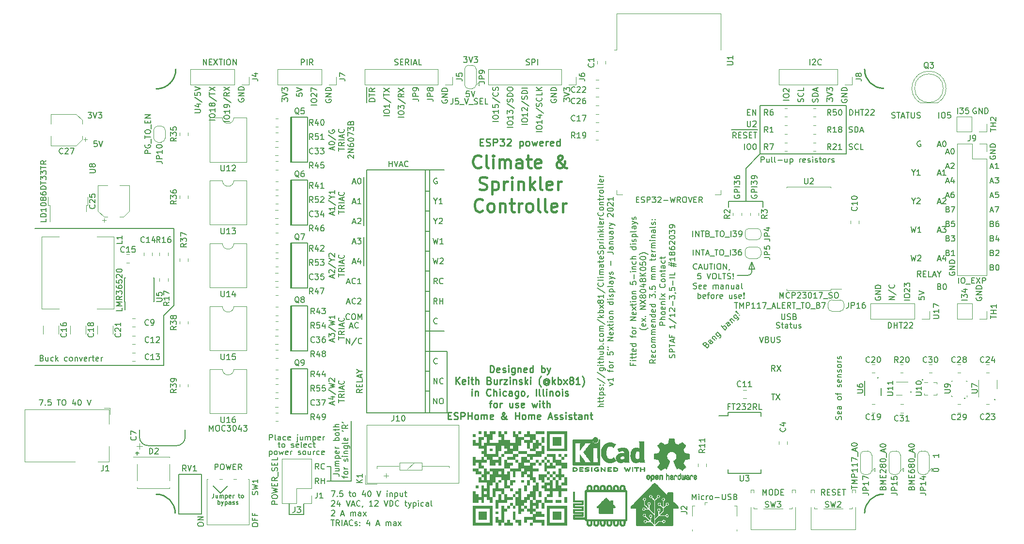
<source format=gbr>
G04 #@! TF.GenerationSoftware,KiCad,Pcbnew,(5.1.8-0-10_14)*
G04 #@! TF.CreationDate,2021-01-31T17:06:06-06:00*
G04 #@! TF.ProjectId,ClimateSprinklerController,436c696d-6174-4655-9370-72696e6b6c65,rev?*
G04 #@! TF.SameCoordinates,Original*
G04 #@! TF.FileFunction,Legend,Top*
G04 #@! TF.FilePolarity,Positive*
%FSLAX46Y46*%
G04 Gerber Fmt 4.6, Leading zero omitted, Abs format (unit mm)*
G04 Created by KiCad (PCBNEW (5.1.8-0-10_14)) date 2021-01-31 17:06:06*
%MOMM*%
%LPD*%
G01*
G04 APERTURE LIST*
%ADD10C,0.200000*%
%ADD11C,0.250000*%
%ADD12C,0.450000*%
%ADD13C,0.120000*%
%ADD14C,0.150000*%
%ADD15C,0.010000*%
%ADD16C,0.100000*%
%ADD17C,0.160000*%
G04 APERTURE END LIST*
D10*
X116314000Y-123210000D02*
X116949000Y-123210000D01*
X120505000Y-123210000D02*
X120505000Y-112669000D01*
X116949000Y-123210000D02*
X120505000Y-123210000D01*
X116314000Y-120670000D02*
X116949000Y-120670000D01*
X116949000Y-123210000D02*
X116949000Y-120670000D01*
X87750000Y-103000000D02*
X65250000Y-103000000D01*
X87750000Y-94250000D02*
X87750000Y-103000000D01*
X89500000Y-92500000D02*
X87750000Y-94250000D01*
X137250000Y-100500000D02*
X137250000Y-111250000D01*
X134250000Y-97000000D02*
X136750000Y-97000000D01*
X134250000Y-68750000D02*
X136750000Y-68750000D01*
X134250000Y-111250000D02*
X137250000Y-111250000D01*
X134250000Y-100500000D02*
X137250000Y-100500000D01*
X192000000Y-66000000D02*
X189500000Y-68500000D01*
X189500000Y-74250000D02*
X189500000Y-68500000D01*
X192500000Y-74250000D02*
X192500000Y-75250000D01*
X186500000Y-74250000D02*
X192500000Y-74250000D01*
X186500000Y-75250000D02*
X186500000Y-74250000D01*
X192000000Y-57500000D02*
X192000000Y-66000000D01*
X207000000Y-57500000D02*
X192000000Y-57500000D01*
X207000000Y-66000000D02*
X207000000Y-57500000D01*
X192000000Y-66000000D02*
X207000000Y-66000000D01*
X189810000Y-87250000D02*
X188000000Y-87250000D01*
X190560000Y-86500000D02*
G75*
G02*
X189810000Y-87250000I-750000J0D01*
G01*
X190560000Y-86500000D02*
X190560000Y-84867000D01*
X191060000Y-86117000D02*
X190560000Y-84867000D01*
X190060000Y-86117000D02*
X191060000Y-86117000D01*
X190560000Y-84867000D02*
X190060000Y-86117000D01*
D11*
X213550000Y-54500000D02*
G75*
G02*
X210250000Y-51200000I0J3300000D01*
G01*
X210250000Y-128800000D02*
G75*
G02*
X213550000Y-125500000I3300000J0D01*
G01*
X86450000Y-125500000D02*
G75*
G02*
X89750000Y-128800000I0J-3300000D01*
G01*
X89850000Y-51200000D02*
G75*
G02*
X86450000Y-54600000I-3400000J0D01*
G01*
D10*
X97690000Y-125286000D02*
X98960000Y-124016000D01*
X96420000Y-124016000D02*
X97690000Y-125286000D01*
X206154761Y-112429523D02*
X206202380Y-112286666D01*
X206202380Y-112048571D01*
X206154761Y-111953333D01*
X206107142Y-111905714D01*
X206011904Y-111858095D01*
X205916666Y-111858095D01*
X205821428Y-111905714D01*
X205773809Y-111953333D01*
X205726190Y-112048571D01*
X205678571Y-112239047D01*
X205630952Y-112334285D01*
X205583333Y-112381904D01*
X205488095Y-112429523D01*
X205392857Y-112429523D01*
X205297619Y-112381904D01*
X205250000Y-112334285D01*
X205202380Y-112239047D01*
X205202380Y-112000952D01*
X205250000Y-111858095D01*
X206154761Y-111048571D02*
X206202380Y-111143809D01*
X206202380Y-111334285D01*
X206154761Y-111429523D01*
X206059523Y-111477142D01*
X205678571Y-111477142D01*
X205583333Y-111429523D01*
X205535714Y-111334285D01*
X205535714Y-111143809D01*
X205583333Y-111048571D01*
X205678571Y-111000952D01*
X205773809Y-111000952D01*
X205869047Y-111477142D01*
X206202380Y-110143809D02*
X205678571Y-110143809D01*
X205583333Y-110191428D01*
X205535714Y-110286666D01*
X205535714Y-110477142D01*
X205583333Y-110572380D01*
X206154761Y-110143809D02*
X206202380Y-110239047D01*
X206202380Y-110477142D01*
X206154761Y-110572380D01*
X206059523Y-110620000D01*
X205964285Y-110620000D01*
X205869047Y-110572380D01*
X205821428Y-110477142D01*
X205821428Y-110239047D01*
X205773809Y-110143809D01*
X206202380Y-108762857D02*
X206154761Y-108858095D01*
X206107142Y-108905714D01*
X206011904Y-108953333D01*
X205726190Y-108953333D01*
X205630952Y-108905714D01*
X205583333Y-108858095D01*
X205535714Y-108762857D01*
X205535714Y-108620000D01*
X205583333Y-108524761D01*
X205630952Y-108477142D01*
X205726190Y-108429523D01*
X206011904Y-108429523D01*
X206107142Y-108477142D01*
X206154761Y-108524761D01*
X206202380Y-108620000D01*
X206202380Y-108762857D01*
X205535714Y-108143809D02*
X205535714Y-107762857D01*
X206202380Y-108000952D02*
X205345238Y-108000952D01*
X205250000Y-107953333D01*
X205202380Y-107858095D01*
X205202380Y-107762857D01*
X206154761Y-106715238D02*
X206202380Y-106620000D01*
X206202380Y-106429523D01*
X206154761Y-106334285D01*
X206059523Y-106286666D01*
X206011904Y-106286666D01*
X205916666Y-106334285D01*
X205869047Y-106429523D01*
X205869047Y-106572380D01*
X205821428Y-106667619D01*
X205726190Y-106715238D01*
X205678571Y-106715238D01*
X205583333Y-106667619D01*
X205535714Y-106572380D01*
X205535714Y-106429523D01*
X205583333Y-106334285D01*
X206154761Y-105477142D02*
X206202380Y-105572380D01*
X206202380Y-105762857D01*
X206154761Y-105858095D01*
X206059523Y-105905714D01*
X205678571Y-105905714D01*
X205583333Y-105858095D01*
X205535714Y-105762857D01*
X205535714Y-105572380D01*
X205583333Y-105477142D01*
X205678571Y-105429523D01*
X205773809Y-105429523D01*
X205869047Y-105905714D01*
X205535714Y-105000952D02*
X206202380Y-105000952D01*
X205630952Y-105000952D02*
X205583333Y-104953333D01*
X205535714Y-104858095D01*
X205535714Y-104715238D01*
X205583333Y-104620000D01*
X205678571Y-104572380D01*
X206202380Y-104572380D01*
X206154761Y-104143809D02*
X206202380Y-104048571D01*
X206202380Y-103858095D01*
X206154761Y-103762857D01*
X206059523Y-103715238D01*
X206011904Y-103715238D01*
X205916666Y-103762857D01*
X205869047Y-103858095D01*
X205869047Y-104000952D01*
X205821428Y-104096190D01*
X205726190Y-104143809D01*
X205678571Y-104143809D01*
X205583333Y-104096190D01*
X205535714Y-104000952D01*
X205535714Y-103858095D01*
X205583333Y-103762857D01*
X206202380Y-103143809D02*
X206154761Y-103239047D01*
X206107142Y-103286666D01*
X206011904Y-103334285D01*
X205726190Y-103334285D01*
X205630952Y-103286666D01*
X205583333Y-103239047D01*
X205535714Y-103143809D01*
X205535714Y-103000952D01*
X205583333Y-102905714D01*
X205630952Y-102858095D01*
X205726190Y-102810476D01*
X206011904Y-102810476D01*
X206107142Y-102858095D01*
X206154761Y-102905714D01*
X206202380Y-103000952D01*
X206202380Y-103143809D01*
X206202380Y-102381904D02*
X205535714Y-102381904D01*
X205726190Y-102381904D02*
X205630952Y-102334285D01*
X205583333Y-102286666D01*
X205535714Y-102191428D01*
X205535714Y-102096190D01*
X206154761Y-101810476D02*
X206202380Y-101715238D01*
X206202380Y-101524761D01*
X206154761Y-101429523D01*
X206059523Y-101381904D01*
X206011904Y-101381904D01*
X205916666Y-101429523D01*
X205869047Y-101524761D01*
X205869047Y-101667619D01*
X205821428Y-101762857D01*
X205726190Y-101810476D01*
X205678571Y-101810476D01*
X205583333Y-101762857D01*
X205535714Y-101667619D01*
X205535714Y-101524761D01*
X205583333Y-101429523D01*
X180939523Y-86057142D02*
X180891904Y-86104761D01*
X180749047Y-86152380D01*
X180653809Y-86152380D01*
X180510952Y-86104761D01*
X180415714Y-86009523D01*
X180368095Y-85914285D01*
X180320476Y-85723809D01*
X180320476Y-85580952D01*
X180368095Y-85390476D01*
X180415714Y-85295238D01*
X180510952Y-85200000D01*
X180653809Y-85152380D01*
X180749047Y-85152380D01*
X180891904Y-85200000D01*
X180939523Y-85247619D01*
X181320476Y-85866666D02*
X181796666Y-85866666D01*
X181225238Y-86152380D02*
X181558571Y-85152380D01*
X181891904Y-86152380D01*
X182225238Y-85152380D02*
X182225238Y-85961904D01*
X182272857Y-86057142D01*
X182320476Y-86104761D01*
X182415714Y-86152380D01*
X182606190Y-86152380D01*
X182701428Y-86104761D01*
X182749047Y-86057142D01*
X182796666Y-85961904D01*
X182796666Y-85152380D01*
X183130000Y-85152380D02*
X183701428Y-85152380D01*
X183415714Y-86152380D02*
X183415714Y-85152380D01*
X184034761Y-86152380D02*
X184034761Y-85152380D01*
X184701428Y-85152380D02*
X184891904Y-85152380D01*
X184987142Y-85200000D01*
X185082380Y-85295238D01*
X185130000Y-85485714D01*
X185130000Y-85819047D01*
X185082380Y-86009523D01*
X184987142Y-86104761D01*
X184891904Y-86152380D01*
X184701428Y-86152380D01*
X184606190Y-86104761D01*
X184510952Y-86009523D01*
X184463333Y-85819047D01*
X184463333Y-85485714D01*
X184510952Y-85295238D01*
X184606190Y-85200000D01*
X184701428Y-85152380D01*
X185558571Y-86152380D02*
X185558571Y-85152380D01*
X186130000Y-86152380D01*
X186130000Y-85152380D01*
X186653809Y-86104761D02*
X186653809Y-86152380D01*
X186606190Y-86247619D01*
X186558571Y-86295238D01*
X181606190Y-86852380D02*
X181130000Y-86852380D01*
X181082380Y-87328571D01*
X181130000Y-87280952D01*
X181225238Y-87233333D01*
X181463333Y-87233333D01*
X181558571Y-87280952D01*
X181606190Y-87328571D01*
X181653809Y-87423809D01*
X181653809Y-87661904D01*
X181606190Y-87757142D01*
X181558571Y-87804761D01*
X181463333Y-87852380D01*
X181225238Y-87852380D01*
X181130000Y-87804761D01*
X181082380Y-87757142D01*
X182701428Y-86852380D02*
X183034761Y-87852380D01*
X183368095Y-86852380D01*
X183891904Y-86852380D02*
X184082380Y-86852380D01*
X184177619Y-86900000D01*
X184272857Y-86995238D01*
X184320476Y-87185714D01*
X184320476Y-87519047D01*
X184272857Y-87709523D01*
X184177619Y-87804761D01*
X184082380Y-87852380D01*
X183891904Y-87852380D01*
X183796666Y-87804761D01*
X183701428Y-87709523D01*
X183653809Y-87519047D01*
X183653809Y-87185714D01*
X183701428Y-86995238D01*
X183796666Y-86900000D01*
X183891904Y-86852380D01*
X185225238Y-87852380D02*
X184749047Y-87852380D01*
X184749047Y-86852380D01*
X185415714Y-86852380D02*
X185987142Y-86852380D01*
X185701428Y-87852380D02*
X185701428Y-86852380D01*
X186272857Y-87804761D02*
X186415714Y-87852380D01*
X186653809Y-87852380D01*
X186749047Y-87804761D01*
X186796666Y-87757142D01*
X186844285Y-87661904D01*
X186844285Y-87566666D01*
X186796666Y-87471428D01*
X186749047Y-87423809D01*
X186653809Y-87376190D01*
X186463333Y-87328571D01*
X186368095Y-87280952D01*
X186320476Y-87233333D01*
X186272857Y-87138095D01*
X186272857Y-87042857D01*
X186320476Y-86947619D01*
X186368095Y-86900000D01*
X186463333Y-86852380D01*
X186701428Y-86852380D01*
X186844285Y-86900000D01*
X187272857Y-87757142D02*
X187320476Y-87804761D01*
X187272857Y-87852380D01*
X187225238Y-87804761D01*
X187272857Y-87757142D01*
X187272857Y-87852380D01*
X187272857Y-87471428D02*
X187225238Y-86900000D01*
X187272857Y-86852380D01*
X187320476Y-86900000D01*
X187272857Y-87471428D01*
X187272857Y-86852380D01*
X180320476Y-89504761D02*
X180463333Y-89552380D01*
X180701428Y-89552380D01*
X180796666Y-89504761D01*
X180844285Y-89457142D01*
X180891904Y-89361904D01*
X180891904Y-89266666D01*
X180844285Y-89171428D01*
X180796666Y-89123809D01*
X180701428Y-89076190D01*
X180510952Y-89028571D01*
X180415714Y-88980952D01*
X180368095Y-88933333D01*
X180320476Y-88838095D01*
X180320476Y-88742857D01*
X180368095Y-88647619D01*
X180415714Y-88600000D01*
X180510952Y-88552380D01*
X180749047Y-88552380D01*
X180891904Y-88600000D01*
X181701428Y-89504761D02*
X181606190Y-89552380D01*
X181415714Y-89552380D01*
X181320476Y-89504761D01*
X181272857Y-89409523D01*
X181272857Y-89028571D01*
X181320476Y-88933333D01*
X181415714Y-88885714D01*
X181606190Y-88885714D01*
X181701428Y-88933333D01*
X181749047Y-89028571D01*
X181749047Y-89123809D01*
X181272857Y-89219047D01*
X182558571Y-89504761D02*
X182463333Y-89552380D01*
X182272857Y-89552380D01*
X182177619Y-89504761D01*
X182130000Y-89409523D01*
X182130000Y-89028571D01*
X182177619Y-88933333D01*
X182272857Y-88885714D01*
X182463333Y-88885714D01*
X182558571Y-88933333D01*
X182606190Y-89028571D01*
X182606190Y-89123809D01*
X182130000Y-89219047D01*
X183796666Y-89552380D02*
X183796666Y-88885714D01*
X183796666Y-88980952D02*
X183844285Y-88933333D01*
X183939523Y-88885714D01*
X184082380Y-88885714D01*
X184177619Y-88933333D01*
X184225238Y-89028571D01*
X184225238Y-89552380D01*
X184225238Y-89028571D02*
X184272857Y-88933333D01*
X184368095Y-88885714D01*
X184510952Y-88885714D01*
X184606190Y-88933333D01*
X184653809Y-89028571D01*
X184653809Y-89552380D01*
X185558571Y-89552380D02*
X185558571Y-89028571D01*
X185510952Y-88933333D01*
X185415714Y-88885714D01*
X185225238Y-88885714D01*
X185130000Y-88933333D01*
X185558571Y-89504761D02*
X185463333Y-89552380D01*
X185225238Y-89552380D01*
X185130000Y-89504761D01*
X185082380Y-89409523D01*
X185082380Y-89314285D01*
X185130000Y-89219047D01*
X185225238Y-89171428D01*
X185463333Y-89171428D01*
X185558571Y-89123809D01*
X186034761Y-88885714D02*
X186034761Y-89552380D01*
X186034761Y-88980952D02*
X186082380Y-88933333D01*
X186177619Y-88885714D01*
X186320476Y-88885714D01*
X186415714Y-88933333D01*
X186463333Y-89028571D01*
X186463333Y-89552380D01*
X187368095Y-88885714D02*
X187368095Y-89552380D01*
X186939523Y-88885714D02*
X186939523Y-89409523D01*
X186987142Y-89504761D01*
X187082380Y-89552380D01*
X187225238Y-89552380D01*
X187320476Y-89504761D01*
X187368095Y-89457142D01*
X188272857Y-89552380D02*
X188272857Y-89028571D01*
X188225238Y-88933333D01*
X188130000Y-88885714D01*
X187939523Y-88885714D01*
X187844285Y-88933333D01*
X188272857Y-89504761D02*
X188177619Y-89552380D01*
X187939523Y-89552380D01*
X187844285Y-89504761D01*
X187796666Y-89409523D01*
X187796666Y-89314285D01*
X187844285Y-89219047D01*
X187939523Y-89171428D01*
X188177619Y-89171428D01*
X188272857Y-89123809D01*
X188891904Y-89552380D02*
X188796666Y-89504761D01*
X188749047Y-89409523D01*
X188749047Y-88552380D01*
X181130000Y-91252380D02*
X181130000Y-90252380D01*
X181130000Y-90633333D02*
X181225238Y-90585714D01*
X181415714Y-90585714D01*
X181510952Y-90633333D01*
X181558571Y-90680952D01*
X181606190Y-90776190D01*
X181606190Y-91061904D01*
X181558571Y-91157142D01*
X181510952Y-91204761D01*
X181415714Y-91252380D01*
X181225238Y-91252380D01*
X181130000Y-91204761D01*
X182415714Y-91204761D02*
X182320476Y-91252380D01*
X182130000Y-91252380D01*
X182034761Y-91204761D01*
X181987142Y-91109523D01*
X181987142Y-90728571D01*
X182034761Y-90633333D01*
X182130000Y-90585714D01*
X182320476Y-90585714D01*
X182415714Y-90633333D01*
X182463333Y-90728571D01*
X182463333Y-90823809D01*
X181987142Y-90919047D01*
X182749047Y-90585714D02*
X183130000Y-90585714D01*
X182891904Y-91252380D02*
X182891904Y-90395238D01*
X182939523Y-90300000D01*
X183034761Y-90252380D01*
X183130000Y-90252380D01*
X183606190Y-91252380D02*
X183510952Y-91204761D01*
X183463333Y-91157142D01*
X183415714Y-91061904D01*
X183415714Y-90776190D01*
X183463333Y-90680952D01*
X183510952Y-90633333D01*
X183606190Y-90585714D01*
X183749047Y-90585714D01*
X183844285Y-90633333D01*
X183891904Y-90680952D01*
X183939523Y-90776190D01*
X183939523Y-91061904D01*
X183891904Y-91157142D01*
X183844285Y-91204761D01*
X183749047Y-91252380D01*
X183606190Y-91252380D01*
X184368095Y-91252380D02*
X184368095Y-90585714D01*
X184368095Y-90776190D02*
X184415714Y-90680952D01*
X184463333Y-90633333D01*
X184558571Y-90585714D01*
X184653809Y-90585714D01*
X185368095Y-91204761D02*
X185272857Y-91252380D01*
X185082380Y-91252380D01*
X184987142Y-91204761D01*
X184939523Y-91109523D01*
X184939523Y-90728571D01*
X184987142Y-90633333D01*
X185082380Y-90585714D01*
X185272857Y-90585714D01*
X185368095Y-90633333D01*
X185415714Y-90728571D01*
X185415714Y-90823809D01*
X184939523Y-90919047D01*
X187034761Y-90585714D02*
X187034761Y-91252380D01*
X186606190Y-90585714D02*
X186606190Y-91109523D01*
X186653809Y-91204761D01*
X186749047Y-91252380D01*
X186891904Y-91252380D01*
X186987142Y-91204761D01*
X187034761Y-91157142D01*
X187463333Y-91204761D02*
X187558571Y-91252380D01*
X187749047Y-91252380D01*
X187844285Y-91204761D01*
X187891904Y-91109523D01*
X187891904Y-91061904D01*
X187844285Y-90966666D01*
X187749047Y-90919047D01*
X187606190Y-90919047D01*
X187510952Y-90871428D01*
X187463333Y-90776190D01*
X187463333Y-90728571D01*
X187510952Y-90633333D01*
X187606190Y-90585714D01*
X187749047Y-90585714D01*
X187844285Y-90633333D01*
X188701428Y-91204761D02*
X188606190Y-91252380D01*
X188415714Y-91252380D01*
X188320476Y-91204761D01*
X188272857Y-91109523D01*
X188272857Y-90728571D01*
X188320476Y-90633333D01*
X188415714Y-90585714D01*
X188606190Y-90585714D01*
X188701428Y-90633333D01*
X188749047Y-90728571D01*
X188749047Y-90823809D01*
X188272857Y-90919047D01*
X189177619Y-91157142D02*
X189225238Y-91204761D01*
X189177619Y-91252380D01*
X189130000Y-91204761D01*
X189177619Y-91157142D01*
X189177619Y-91252380D01*
X189177619Y-90871428D02*
X189130000Y-90300000D01*
X189177619Y-90252380D01*
X189225238Y-90300000D01*
X189177619Y-90871428D01*
X189177619Y-90252380D01*
X66451428Y-101678571D02*
X66594285Y-101726190D01*
X66641904Y-101773809D01*
X66689523Y-101869047D01*
X66689523Y-102011904D01*
X66641904Y-102107142D01*
X66594285Y-102154761D01*
X66499047Y-102202380D01*
X66118095Y-102202380D01*
X66118095Y-101202380D01*
X66451428Y-101202380D01*
X66546666Y-101250000D01*
X66594285Y-101297619D01*
X66641904Y-101392857D01*
X66641904Y-101488095D01*
X66594285Y-101583333D01*
X66546666Y-101630952D01*
X66451428Y-101678571D01*
X66118095Y-101678571D01*
X67546666Y-101535714D02*
X67546666Y-102202380D01*
X67118095Y-101535714D02*
X67118095Y-102059523D01*
X67165714Y-102154761D01*
X67260952Y-102202380D01*
X67403809Y-102202380D01*
X67499047Y-102154761D01*
X67546666Y-102107142D01*
X68451428Y-102154761D02*
X68356190Y-102202380D01*
X68165714Y-102202380D01*
X68070476Y-102154761D01*
X68022857Y-102107142D01*
X67975238Y-102011904D01*
X67975238Y-101726190D01*
X68022857Y-101630952D01*
X68070476Y-101583333D01*
X68165714Y-101535714D01*
X68356190Y-101535714D01*
X68451428Y-101583333D01*
X68880000Y-102202380D02*
X68880000Y-101202380D01*
X68975238Y-101821428D02*
X69260952Y-102202380D01*
X69260952Y-101535714D02*
X68880000Y-101916666D01*
X70880000Y-102154761D02*
X70784761Y-102202380D01*
X70594285Y-102202380D01*
X70499047Y-102154761D01*
X70451428Y-102107142D01*
X70403809Y-102011904D01*
X70403809Y-101726190D01*
X70451428Y-101630952D01*
X70499047Y-101583333D01*
X70594285Y-101535714D01*
X70784761Y-101535714D01*
X70880000Y-101583333D01*
X71451428Y-102202380D02*
X71356190Y-102154761D01*
X71308571Y-102107142D01*
X71260952Y-102011904D01*
X71260952Y-101726190D01*
X71308571Y-101630952D01*
X71356190Y-101583333D01*
X71451428Y-101535714D01*
X71594285Y-101535714D01*
X71689523Y-101583333D01*
X71737142Y-101630952D01*
X71784761Y-101726190D01*
X71784761Y-102011904D01*
X71737142Y-102107142D01*
X71689523Y-102154761D01*
X71594285Y-102202380D01*
X71451428Y-102202380D01*
X72213333Y-101535714D02*
X72213333Y-102202380D01*
X72213333Y-101630952D02*
X72260952Y-101583333D01*
X72356190Y-101535714D01*
X72499047Y-101535714D01*
X72594285Y-101583333D01*
X72641904Y-101678571D01*
X72641904Y-102202380D01*
X73022857Y-101535714D02*
X73260952Y-102202380D01*
X73499047Y-101535714D01*
X74260952Y-102154761D02*
X74165714Y-102202380D01*
X73975238Y-102202380D01*
X73880000Y-102154761D01*
X73832380Y-102059523D01*
X73832380Y-101678571D01*
X73880000Y-101583333D01*
X73975238Y-101535714D01*
X74165714Y-101535714D01*
X74260952Y-101583333D01*
X74308571Y-101678571D01*
X74308571Y-101773809D01*
X73832380Y-101869047D01*
X74737142Y-102202380D02*
X74737142Y-101535714D01*
X74737142Y-101726190D02*
X74784761Y-101630952D01*
X74832380Y-101583333D01*
X74927619Y-101535714D01*
X75022857Y-101535714D01*
X75213333Y-101535714D02*
X75594285Y-101535714D01*
X75356190Y-101202380D02*
X75356190Y-102059523D01*
X75403809Y-102154761D01*
X75499047Y-102202380D01*
X75594285Y-102202380D01*
X76308571Y-102154761D02*
X76213333Y-102202380D01*
X76022857Y-102202380D01*
X75927619Y-102154761D01*
X75880000Y-102059523D01*
X75880000Y-101678571D01*
X75927619Y-101583333D01*
X76022857Y-101535714D01*
X76213333Y-101535714D01*
X76308571Y-101583333D01*
X76356190Y-101678571D01*
X76356190Y-101773809D01*
X75880000Y-101869047D01*
X76784761Y-102202380D02*
X76784761Y-101535714D01*
X76784761Y-101726190D02*
X76832380Y-101630952D01*
X76880000Y-101583333D01*
X76975238Y-101535714D01*
X77070476Y-101535714D01*
X89500000Y-79000000D02*
X89500000Y-92500000D01*
X65250000Y-79000000D02*
X89500000Y-79000000D01*
X192119047Y-67452380D02*
X192119047Y-66452380D01*
X192500000Y-66452380D01*
X192595238Y-66500000D01*
X192642857Y-66547619D01*
X192690476Y-66642857D01*
X192690476Y-66785714D01*
X192642857Y-66880952D01*
X192595238Y-66928571D01*
X192500000Y-66976190D01*
X192119047Y-66976190D01*
X193547619Y-66785714D02*
X193547619Y-67452380D01*
X193119047Y-66785714D02*
X193119047Y-67309523D01*
X193166666Y-67404761D01*
X193261904Y-67452380D01*
X193404761Y-67452380D01*
X193500000Y-67404761D01*
X193547619Y-67357142D01*
X194166666Y-67452380D02*
X194071428Y-67404761D01*
X194023809Y-67309523D01*
X194023809Y-66452380D01*
X194690476Y-67452380D02*
X194595238Y-67404761D01*
X194547619Y-67309523D01*
X194547619Y-66452380D01*
X195071428Y-67071428D02*
X195833333Y-67071428D01*
X196738095Y-66785714D02*
X196738095Y-67452380D01*
X196309523Y-66785714D02*
X196309523Y-67309523D01*
X196357142Y-67404761D01*
X196452380Y-67452380D01*
X196595238Y-67452380D01*
X196690476Y-67404761D01*
X196738095Y-67357142D01*
X197214285Y-66785714D02*
X197214285Y-67785714D01*
X197214285Y-66833333D02*
X197309523Y-66785714D01*
X197500000Y-66785714D01*
X197595238Y-66833333D01*
X197642857Y-66880952D01*
X197690476Y-66976190D01*
X197690476Y-67261904D01*
X197642857Y-67357142D01*
X197595238Y-67404761D01*
X197500000Y-67452380D01*
X197309523Y-67452380D01*
X197214285Y-67404761D01*
X198880952Y-67452380D02*
X198880952Y-66785714D01*
X198880952Y-66976190D02*
X198928571Y-66880952D01*
X198976190Y-66833333D01*
X199071428Y-66785714D01*
X199166666Y-66785714D01*
X199880952Y-67404761D02*
X199785714Y-67452380D01*
X199595238Y-67452380D01*
X199500000Y-67404761D01*
X199452380Y-67309523D01*
X199452380Y-66928571D01*
X199500000Y-66833333D01*
X199595238Y-66785714D01*
X199785714Y-66785714D01*
X199880952Y-66833333D01*
X199928571Y-66928571D01*
X199928571Y-67023809D01*
X199452380Y-67119047D01*
X200309523Y-67404761D02*
X200404761Y-67452380D01*
X200595238Y-67452380D01*
X200690476Y-67404761D01*
X200738095Y-67309523D01*
X200738095Y-67261904D01*
X200690476Y-67166666D01*
X200595238Y-67119047D01*
X200452380Y-67119047D01*
X200357142Y-67071428D01*
X200309523Y-66976190D01*
X200309523Y-66928571D01*
X200357142Y-66833333D01*
X200452380Y-66785714D01*
X200595238Y-66785714D01*
X200690476Y-66833333D01*
X201166666Y-67452380D02*
X201166666Y-66785714D01*
X201166666Y-66452380D02*
X201119047Y-66500000D01*
X201166666Y-66547619D01*
X201214285Y-66500000D01*
X201166666Y-66452380D01*
X201166666Y-66547619D01*
X201595238Y-67404761D02*
X201690476Y-67452380D01*
X201880952Y-67452380D01*
X201976190Y-67404761D01*
X202023809Y-67309523D01*
X202023809Y-67261904D01*
X201976190Y-67166666D01*
X201880952Y-67119047D01*
X201738095Y-67119047D01*
X201642857Y-67071428D01*
X201595238Y-66976190D01*
X201595238Y-66928571D01*
X201642857Y-66833333D01*
X201738095Y-66785714D01*
X201880952Y-66785714D01*
X201976190Y-66833333D01*
X202309523Y-66785714D02*
X202690476Y-66785714D01*
X202452380Y-66452380D02*
X202452380Y-67309523D01*
X202500000Y-67404761D01*
X202595238Y-67452380D01*
X202690476Y-67452380D01*
X203166666Y-67452380D02*
X203071428Y-67404761D01*
X203023809Y-67357142D01*
X202976190Y-67261904D01*
X202976190Y-66976190D01*
X203023809Y-66880952D01*
X203071428Y-66833333D01*
X203166666Y-66785714D01*
X203309523Y-66785714D01*
X203404761Y-66833333D01*
X203452380Y-66880952D01*
X203500000Y-66976190D01*
X203500000Y-67261904D01*
X203452380Y-67357142D01*
X203404761Y-67404761D01*
X203309523Y-67452380D01*
X203166666Y-67452380D01*
X203928571Y-67452380D02*
X203928571Y-66785714D01*
X203928571Y-66976190D02*
X203976190Y-66880952D01*
X204023809Y-66833333D01*
X204119047Y-66785714D01*
X204214285Y-66785714D01*
X204500000Y-67404761D02*
X204595238Y-67452380D01*
X204785714Y-67452380D01*
X204880952Y-67404761D01*
X204928571Y-67309523D01*
X204928571Y-67261904D01*
X204880952Y-67166666D01*
X204785714Y-67119047D01*
X204642857Y-67119047D01*
X204547619Y-67071428D01*
X204500000Y-66976190D01*
X204500000Y-66928571D01*
X204547619Y-66833333D01*
X204642857Y-66785714D01*
X204785714Y-66785714D01*
X204880952Y-66833333D01*
D11*
X143035714Y-63910714D02*
X143452380Y-63910714D01*
X143630952Y-64565476D02*
X143035714Y-64565476D01*
X143035714Y-63315476D01*
X143630952Y-63315476D01*
X144107142Y-64505952D02*
X144285714Y-64565476D01*
X144583333Y-64565476D01*
X144702380Y-64505952D01*
X144761904Y-64446428D01*
X144821428Y-64327380D01*
X144821428Y-64208333D01*
X144761904Y-64089285D01*
X144702380Y-64029761D01*
X144583333Y-63970238D01*
X144345238Y-63910714D01*
X144226190Y-63851190D01*
X144166666Y-63791666D01*
X144107142Y-63672619D01*
X144107142Y-63553571D01*
X144166666Y-63434523D01*
X144226190Y-63375000D01*
X144345238Y-63315476D01*
X144642857Y-63315476D01*
X144821428Y-63375000D01*
X145357142Y-64565476D02*
X145357142Y-63315476D01*
X145833333Y-63315476D01*
X145952380Y-63375000D01*
X146011904Y-63434523D01*
X146071428Y-63553571D01*
X146071428Y-63732142D01*
X146011904Y-63851190D01*
X145952380Y-63910714D01*
X145833333Y-63970238D01*
X145357142Y-63970238D01*
X146488095Y-63315476D02*
X147261904Y-63315476D01*
X146845238Y-63791666D01*
X147023809Y-63791666D01*
X147142857Y-63851190D01*
X147202380Y-63910714D01*
X147261904Y-64029761D01*
X147261904Y-64327380D01*
X147202380Y-64446428D01*
X147142857Y-64505952D01*
X147023809Y-64565476D01*
X146666666Y-64565476D01*
X146547619Y-64505952D01*
X146488095Y-64446428D01*
X147738095Y-63434523D02*
X147797619Y-63375000D01*
X147916666Y-63315476D01*
X148214285Y-63315476D01*
X148333333Y-63375000D01*
X148392857Y-63434523D01*
X148452380Y-63553571D01*
X148452380Y-63672619D01*
X148392857Y-63851190D01*
X147678571Y-64565476D01*
X148452380Y-64565476D01*
X149940476Y-63732142D02*
X149940476Y-64982142D01*
X149940476Y-63791666D02*
X150059523Y-63732142D01*
X150297619Y-63732142D01*
X150416666Y-63791666D01*
X150476190Y-63851190D01*
X150535714Y-63970238D01*
X150535714Y-64327380D01*
X150476190Y-64446428D01*
X150416666Y-64505952D01*
X150297619Y-64565476D01*
X150059523Y-64565476D01*
X149940476Y-64505952D01*
X151250000Y-64565476D02*
X151130952Y-64505952D01*
X151071428Y-64446428D01*
X151011904Y-64327380D01*
X151011904Y-63970238D01*
X151071428Y-63851190D01*
X151130952Y-63791666D01*
X151250000Y-63732142D01*
X151428571Y-63732142D01*
X151547619Y-63791666D01*
X151607142Y-63851190D01*
X151666666Y-63970238D01*
X151666666Y-64327380D01*
X151607142Y-64446428D01*
X151547619Y-64505952D01*
X151428571Y-64565476D01*
X151250000Y-64565476D01*
X152083333Y-63732142D02*
X152321428Y-64565476D01*
X152559523Y-63970238D01*
X152797619Y-64565476D01*
X153035714Y-63732142D01*
X153988095Y-64505952D02*
X153869047Y-64565476D01*
X153630952Y-64565476D01*
X153511904Y-64505952D01*
X153452380Y-64386904D01*
X153452380Y-63910714D01*
X153511904Y-63791666D01*
X153630952Y-63732142D01*
X153869047Y-63732142D01*
X153988095Y-63791666D01*
X154047619Y-63910714D01*
X154047619Y-64029761D01*
X153452380Y-64148809D01*
X154583333Y-64565476D02*
X154583333Y-63732142D01*
X154583333Y-63970238D02*
X154642857Y-63851190D01*
X154702380Y-63791666D01*
X154821428Y-63732142D01*
X154940476Y-63732142D01*
X155833333Y-64505952D02*
X155714285Y-64565476D01*
X155476190Y-64565476D01*
X155357142Y-64505952D01*
X155297619Y-64386904D01*
X155297619Y-63910714D01*
X155357142Y-63791666D01*
X155476190Y-63732142D01*
X155714285Y-63732142D01*
X155833333Y-63791666D01*
X155892857Y-63910714D01*
X155892857Y-64029761D01*
X155297619Y-64148809D01*
X156964285Y-64565476D02*
X156964285Y-63315476D01*
X156964285Y-64505952D02*
X156845238Y-64565476D01*
X156607142Y-64565476D01*
X156488095Y-64505952D01*
X156428571Y-64446428D01*
X156369047Y-64327380D01*
X156369047Y-63970238D01*
X156428571Y-63851190D01*
X156488095Y-63791666D01*
X156607142Y-63732142D01*
X156845238Y-63732142D01*
X156964285Y-63791666D01*
D10*
X182573095Y-99325888D02*
X182707782Y-99258545D01*
X182775126Y-99258545D01*
X182876141Y-99292217D01*
X182977156Y-99393232D01*
X183010828Y-99494247D01*
X183010828Y-99561591D01*
X182977156Y-99662606D01*
X182707782Y-99931980D01*
X182000675Y-99224873D01*
X182236378Y-98989171D01*
X182337393Y-98955499D01*
X182404736Y-98955499D01*
X182505752Y-98989171D01*
X182573095Y-99056514D01*
X182606767Y-99157530D01*
X182606767Y-99224873D01*
X182573095Y-99325888D01*
X182337393Y-99561591D01*
X183717935Y-98921827D02*
X183347546Y-98551438D01*
X183246530Y-98517766D01*
X183145515Y-98551438D01*
X183010828Y-98686125D01*
X182977156Y-98787140D01*
X183684263Y-98888156D02*
X183650591Y-98989171D01*
X183482233Y-99157530D01*
X183381217Y-99191201D01*
X183280202Y-99157530D01*
X183212859Y-99090186D01*
X183179187Y-98989171D01*
X183212859Y-98888156D01*
X183381217Y-98719797D01*
X183414889Y-98618782D01*
X183583248Y-98113705D02*
X184054652Y-98585110D01*
X183650591Y-98181049D02*
X183650591Y-98113705D01*
X183684263Y-98012690D01*
X183785278Y-97911675D01*
X183886294Y-97878003D01*
X183987309Y-97911675D01*
X184357698Y-98282064D01*
X184526057Y-97170896D02*
X185098477Y-97743316D01*
X185132148Y-97844331D01*
X185132148Y-97911675D01*
X185098477Y-98012690D01*
X184997461Y-98113705D01*
X184896446Y-98147377D01*
X184963790Y-97608629D02*
X184930118Y-97709644D01*
X184795431Y-97844331D01*
X184694416Y-97878003D01*
X184627072Y-97878003D01*
X184526057Y-97844331D01*
X184324026Y-97642301D01*
X184290355Y-97541286D01*
X184290355Y-97473942D01*
X184324026Y-97372927D01*
X184458713Y-97238240D01*
X184559729Y-97204568D01*
X185872927Y-96766835D02*
X185165820Y-96059729D01*
X185435194Y-96329103D02*
X185468866Y-96228087D01*
X185603553Y-96093400D01*
X185704568Y-96059729D01*
X185771912Y-96059729D01*
X185872927Y-96093400D01*
X186074957Y-96295431D01*
X186108629Y-96396446D01*
X186108629Y-96463790D01*
X186074957Y-96564805D01*
X185940270Y-96699492D01*
X185839255Y-96733164D01*
X186815736Y-95824026D02*
X186445347Y-95453637D01*
X186344331Y-95419965D01*
X186243316Y-95453637D01*
X186108629Y-95588324D01*
X186074957Y-95689339D01*
X186782064Y-95790355D02*
X186748392Y-95891370D01*
X186580034Y-96059729D01*
X186479018Y-96093400D01*
X186378003Y-96059729D01*
X186310660Y-95992385D01*
X186276988Y-95891370D01*
X186310660Y-95790355D01*
X186479018Y-95621996D01*
X186512690Y-95520981D01*
X186681049Y-95015904D02*
X187152453Y-95487309D01*
X186748392Y-95083248D02*
X186748392Y-95015904D01*
X186782064Y-94914889D01*
X186883079Y-94813874D01*
X186984095Y-94780202D01*
X187085110Y-94813874D01*
X187455499Y-95184263D01*
X187623858Y-94073095D02*
X188196278Y-94645515D01*
X188229950Y-94746530D01*
X188229950Y-94813874D01*
X188196278Y-94914889D01*
X188095263Y-95015904D01*
X187994247Y-95049576D01*
X188061591Y-94510828D02*
X188027919Y-94611843D01*
X187893232Y-94746530D01*
X187792217Y-94780202D01*
X187724873Y-94780202D01*
X187623858Y-94746530D01*
X187421827Y-94544500D01*
X187388156Y-94443485D01*
X187388156Y-94376141D01*
X187421827Y-94275126D01*
X187556514Y-94140439D01*
X187657530Y-94106767D01*
X188364637Y-94140439D02*
X188431980Y-94140439D01*
X188431980Y-94207782D01*
X188364637Y-94207782D01*
X188364637Y-94140439D01*
X188431980Y-94207782D01*
X188162606Y-93938408D02*
X187724873Y-93568019D01*
X187724873Y-93500675D01*
X187792217Y-93500675D01*
X188162606Y-93938408D01*
X187724873Y-93500675D01*
X122750000Y-80500000D02*
X122750000Y-85500000D01*
X122750000Y-70000000D02*
X122750000Y-78500000D01*
X117316666Y-109785714D02*
X117316666Y-109309523D01*
X117602380Y-109880952D02*
X116602380Y-109547619D01*
X117602380Y-109214285D01*
X116935714Y-108452380D02*
X117602380Y-108452380D01*
X116554761Y-108690476D02*
X117269047Y-108928571D01*
X117269047Y-108309523D01*
X116554761Y-107214285D02*
X117840476Y-108071428D01*
X116602380Y-106976190D02*
X117602380Y-106738095D01*
X116888095Y-106547619D01*
X117602380Y-106357142D01*
X116602380Y-106119047D01*
X116697619Y-105785714D02*
X116650000Y-105738095D01*
X116602380Y-105642857D01*
X116602380Y-105404761D01*
X116650000Y-105309523D01*
X116697619Y-105261904D01*
X116792857Y-105214285D01*
X116888095Y-105214285D01*
X117030952Y-105261904D01*
X117602380Y-105833333D01*
X117602380Y-105214285D01*
X118302380Y-109452380D02*
X118302380Y-108880952D01*
X119302380Y-109166666D02*
X118302380Y-109166666D01*
X119302380Y-107976190D02*
X118826190Y-108309523D01*
X119302380Y-108547619D02*
X118302380Y-108547619D01*
X118302380Y-108166666D01*
X118350000Y-108071428D01*
X118397619Y-108023809D01*
X118492857Y-107976190D01*
X118635714Y-107976190D01*
X118730952Y-108023809D01*
X118778571Y-108071428D01*
X118826190Y-108166666D01*
X118826190Y-108547619D01*
X119302380Y-107547619D02*
X118302380Y-107547619D01*
X119016666Y-107119047D02*
X119016666Y-106642857D01*
X119302380Y-107214285D02*
X118302380Y-106880952D01*
X119302380Y-106547619D01*
X119207142Y-105642857D02*
X119254761Y-105690476D01*
X119302380Y-105833333D01*
X119302380Y-105928571D01*
X119254761Y-106071428D01*
X119159523Y-106166666D01*
X119064285Y-106214285D01*
X118873809Y-106261904D01*
X118730952Y-106261904D01*
X118540476Y-106214285D01*
X118445238Y-106166666D01*
X118350000Y-106071428D01*
X118302380Y-105928571D01*
X118302380Y-105833333D01*
X118350000Y-105690476D01*
X118397619Y-105642857D01*
X117316666Y-98785714D02*
X117316666Y-98309523D01*
X117602380Y-98880952D02*
X116602380Y-98547619D01*
X117602380Y-98214285D01*
X116602380Y-97976190D02*
X116602380Y-97357142D01*
X116983333Y-97690476D01*
X116983333Y-97547619D01*
X117030952Y-97452380D01*
X117078571Y-97404761D01*
X117173809Y-97357142D01*
X117411904Y-97357142D01*
X117507142Y-97404761D01*
X117554761Y-97452380D01*
X117602380Y-97547619D01*
X117602380Y-97833333D01*
X117554761Y-97928571D01*
X117507142Y-97976190D01*
X116554761Y-96214285D02*
X117840476Y-97071428D01*
X116602380Y-95976190D02*
X117602380Y-95738095D01*
X116888095Y-95547619D01*
X117602380Y-95357142D01*
X116602380Y-95119047D01*
X117602380Y-94214285D02*
X117602380Y-94785714D01*
X117602380Y-94500000D02*
X116602380Y-94500000D01*
X116745238Y-94595238D01*
X116840476Y-94690476D01*
X116888095Y-94785714D01*
X118302380Y-98452380D02*
X118302380Y-97880952D01*
X119302380Y-98166666D02*
X118302380Y-98166666D01*
X119302380Y-96976190D02*
X118826190Y-97309523D01*
X119302380Y-97547619D02*
X118302380Y-97547619D01*
X118302380Y-97166666D01*
X118350000Y-97071428D01*
X118397619Y-97023809D01*
X118492857Y-96976190D01*
X118635714Y-96976190D01*
X118730952Y-97023809D01*
X118778571Y-97071428D01*
X118826190Y-97166666D01*
X118826190Y-97547619D01*
X119302380Y-96547619D02*
X118302380Y-96547619D01*
X119016666Y-96119047D02*
X119016666Y-95642857D01*
X119302380Y-96214285D02*
X118302380Y-95880952D01*
X119302380Y-95547619D01*
X119207142Y-94642857D02*
X119254761Y-94690476D01*
X119302380Y-94833333D01*
X119302380Y-94928571D01*
X119254761Y-95071428D01*
X119159523Y-95166666D01*
X119064285Y-95214285D01*
X118873809Y-95261904D01*
X118730952Y-95261904D01*
X118540476Y-95214285D01*
X118445238Y-95166666D01*
X118350000Y-95071428D01*
X118302380Y-94928571D01*
X118302380Y-94833333D01*
X118350000Y-94690476D01*
X118397619Y-94642857D01*
X117316666Y-87642857D02*
X117316666Y-87166666D01*
X117602380Y-87738095D02*
X116602380Y-87404761D01*
X117602380Y-87071428D01*
X116697619Y-86785714D02*
X116650000Y-86738095D01*
X116602380Y-86642857D01*
X116602380Y-86404761D01*
X116650000Y-86309523D01*
X116697619Y-86261904D01*
X116792857Y-86214285D01*
X116888095Y-86214285D01*
X117030952Y-86261904D01*
X117602380Y-86833333D01*
X117602380Y-86214285D01*
X116554761Y-85071428D02*
X117840476Y-85928571D01*
X117126190Y-84547619D02*
X117602380Y-84547619D01*
X116602380Y-84880952D02*
X117126190Y-84547619D01*
X116602380Y-84214285D01*
X116697619Y-83928571D02*
X116650000Y-83880952D01*
X116602380Y-83785714D01*
X116602380Y-83547619D01*
X116650000Y-83452380D01*
X116697619Y-83404761D01*
X116792857Y-83357142D01*
X116888095Y-83357142D01*
X117030952Y-83404761D01*
X117602380Y-83976190D01*
X117602380Y-83357142D01*
X118302380Y-87452380D02*
X118302380Y-86880952D01*
X119302380Y-87166666D02*
X118302380Y-87166666D01*
X119302380Y-85976190D02*
X118826190Y-86309523D01*
X119302380Y-86547619D02*
X118302380Y-86547619D01*
X118302380Y-86166666D01*
X118350000Y-86071428D01*
X118397619Y-86023809D01*
X118492857Y-85976190D01*
X118635714Y-85976190D01*
X118730952Y-86023809D01*
X118778571Y-86071428D01*
X118826190Y-86166666D01*
X118826190Y-86547619D01*
X119302380Y-85547619D02*
X118302380Y-85547619D01*
X119016666Y-85119047D02*
X119016666Y-84642857D01*
X119302380Y-85214285D02*
X118302380Y-84880952D01*
X119302380Y-84547619D01*
X119207142Y-83642857D02*
X119254761Y-83690476D01*
X119302380Y-83833333D01*
X119302380Y-83928571D01*
X119254761Y-84071428D01*
X119159523Y-84166666D01*
X119064285Y-84214285D01*
X118873809Y-84261904D01*
X118730952Y-84261904D01*
X118540476Y-84214285D01*
X118445238Y-84166666D01*
X118350000Y-84071428D01*
X118302380Y-83928571D01*
X118302380Y-83833333D01*
X118350000Y-83690476D01*
X118397619Y-83642857D01*
X117316666Y-76642857D02*
X117316666Y-76166666D01*
X117602380Y-76738095D02*
X116602380Y-76404761D01*
X117602380Y-76071428D01*
X117602380Y-75214285D02*
X117602380Y-75785714D01*
X117602380Y-75500000D02*
X116602380Y-75500000D01*
X116745238Y-75595238D01*
X116840476Y-75690476D01*
X116888095Y-75785714D01*
X116554761Y-74071428D02*
X117840476Y-74928571D01*
X117126190Y-73547619D02*
X117602380Y-73547619D01*
X116602380Y-73880952D02*
X117126190Y-73547619D01*
X116602380Y-73214285D01*
X117602380Y-72357142D02*
X117602380Y-72928571D01*
X117602380Y-72642857D02*
X116602380Y-72642857D01*
X116745238Y-72738095D01*
X116840476Y-72833333D01*
X116888095Y-72928571D01*
X118302380Y-76452380D02*
X118302380Y-75880952D01*
X119302380Y-76166666D02*
X118302380Y-76166666D01*
X119302380Y-74976190D02*
X118826190Y-75309523D01*
X119302380Y-75547619D02*
X118302380Y-75547619D01*
X118302380Y-75166666D01*
X118350000Y-75071428D01*
X118397619Y-75023809D01*
X118492857Y-74976190D01*
X118635714Y-74976190D01*
X118730952Y-75023809D01*
X118778571Y-75071428D01*
X118826190Y-75166666D01*
X118826190Y-75547619D01*
X119302380Y-74547619D02*
X118302380Y-74547619D01*
X119016666Y-74119047D02*
X119016666Y-73642857D01*
X119302380Y-74214285D02*
X118302380Y-73880952D01*
X119302380Y-73547619D01*
X119207142Y-72642857D02*
X119254761Y-72690476D01*
X119302380Y-72833333D01*
X119302380Y-72928571D01*
X119254761Y-73071428D01*
X119159523Y-73166666D01*
X119064285Y-73214285D01*
X118873809Y-73261904D01*
X118730952Y-73261904D01*
X118540476Y-73214285D01*
X118445238Y-73166666D01*
X118350000Y-73071428D01*
X118302380Y-72928571D01*
X118302380Y-72833333D01*
X118350000Y-72690476D01*
X118397619Y-72642857D01*
X117316666Y-65238095D02*
X117316666Y-64761904D01*
X117602380Y-65333333D02*
X116602380Y-65000000D01*
X117602380Y-64666666D01*
X116602380Y-64142857D02*
X116602380Y-64047619D01*
X116650000Y-63952380D01*
X116697619Y-63904761D01*
X116792857Y-63857142D01*
X116983333Y-63809523D01*
X117221428Y-63809523D01*
X117411904Y-63857142D01*
X117507142Y-63904761D01*
X117554761Y-63952380D01*
X117602380Y-64047619D01*
X117602380Y-64142857D01*
X117554761Y-64238095D01*
X117507142Y-64285714D01*
X117411904Y-64333333D01*
X117221428Y-64380952D01*
X116983333Y-64380952D01*
X116792857Y-64333333D01*
X116697619Y-64285714D01*
X116650000Y-64238095D01*
X116602380Y-64142857D01*
X116554761Y-62666666D02*
X117840476Y-63523809D01*
X116650000Y-61809523D02*
X116602380Y-61904761D01*
X116602380Y-62047619D01*
X116650000Y-62190476D01*
X116745238Y-62285714D01*
X116840476Y-62333333D01*
X117030952Y-62380952D01*
X117173809Y-62380952D01*
X117364285Y-62333333D01*
X117459523Y-62285714D01*
X117554761Y-62190476D01*
X117602380Y-62047619D01*
X117602380Y-61952380D01*
X117554761Y-61809523D01*
X117507142Y-61761904D01*
X117173809Y-61761904D01*
X117173809Y-61952380D01*
X118302380Y-65452380D02*
X118302380Y-64880952D01*
X119302380Y-65166666D02*
X118302380Y-65166666D01*
X119302380Y-63976190D02*
X118826190Y-64309523D01*
X119302380Y-64547619D02*
X118302380Y-64547619D01*
X118302380Y-64166666D01*
X118350000Y-64071428D01*
X118397619Y-64023809D01*
X118492857Y-63976190D01*
X118635714Y-63976190D01*
X118730952Y-64023809D01*
X118778571Y-64071428D01*
X118826190Y-64166666D01*
X118826190Y-64547619D01*
X119302380Y-63547619D02*
X118302380Y-63547619D01*
X119016666Y-63119047D02*
X119016666Y-62642857D01*
X119302380Y-63214285D02*
X118302380Y-62880952D01*
X119302380Y-62547619D01*
X119207142Y-61642857D02*
X119254761Y-61690476D01*
X119302380Y-61833333D01*
X119302380Y-61928571D01*
X119254761Y-62071428D01*
X119159523Y-62166666D01*
X119064285Y-62214285D01*
X118873809Y-62261904D01*
X118730952Y-62261904D01*
X118540476Y-62214285D01*
X118445238Y-62166666D01*
X118350000Y-62071428D01*
X118302380Y-61928571D01*
X118302380Y-61833333D01*
X118350000Y-61690476D01*
X118397619Y-61642857D01*
X112250000Y-129060000D02*
X112250000Y-127155000D01*
X109710000Y-129060000D02*
X112250000Y-129060000D01*
X109710000Y-127155000D02*
X109710000Y-129060000D01*
D11*
X144800000Y-104192857D02*
X144800000Y-102992857D01*
X145085714Y-102992857D01*
X145257142Y-103050000D01*
X145371428Y-103164285D01*
X145428571Y-103278571D01*
X145485714Y-103507142D01*
X145485714Y-103678571D01*
X145428571Y-103907142D01*
X145371428Y-104021428D01*
X145257142Y-104135714D01*
X145085714Y-104192857D01*
X144800000Y-104192857D01*
X146457142Y-104135714D02*
X146342857Y-104192857D01*
X146114285Y-104192857D01*
X146000000Y-104135714D01*
X145942857Y-104021428D01*
X145942857Y-103564285D01*
X146000000Y-103450000D01*
X146114285Y-103392857D01*
X146342857Y-103392857D01*
X146457142Y-103450000D01*
X146514285Y-103564285D01*
X146514285Y-103678571D01*
X145942857Y-103792857D01*
X146971428Y-104135714D02*
X147085714Y-104192857D01*
X147314285Y-104192857D01*
X147428571Y-104135714D01*
X147485714Y-104021428D01*
X147485714Y-103964285D01*
X147428571Y-103850000D01*
X147314285Y-103792857D01*
X147142857Y-103792857D01*
X147028571Y-103735714D01*
X146971428Y-103621428D01*
X146971428Y-103564285D01*
X147028571Y-103450000D01*
X147142857Y-103392857D01*
X147314285Y-103392857D01*
X147428571Y-103450000D01*
X148000000Y-104192857D02*
X148000000Y-103392857D01*
X148000000Y-102992857D02*
X147942857Y-103050000D01*
X148000000Y-103107142D01*
X148057142Y-103050000D01*
X148000000Y-102992857D01*
X148000000Y-103107142D01*
X149085714Y-103392857D02*
X149085714Y-104364285D01*
X149028571Y-104478571D01*
X148971428Y-104535714D01*
X148857142Y-104592857D01*
X148685714Y-104592857D01*
X148571428Y-104535714D01*
X149085714Y-104135714D02*
X148971428Y-104192857D01*
X148742857Y-104192857D01*
X148628571Y-104135714D01*
X148571428Y-104078571D01*
X148514285Y-103964285D01*
X148514285Y-103621428D01*
X148571428Y-103507142D01*
X148628571Y-103450000D01*
X148742857Y-103392857D01*
X148971428Y-103392857D01*
X149085714Y-103450000D01*
X149657142Y-103392857D02*
X149657142Y-104192857D01*
X149657142Y-103507142D02*
X149714285Y-103450000D01*
X149828571Y-103392857D01*
X150000000Y-103392857D01*
X150114285Y-103450000D01*
X150171428Y-103564285D01*
X150171428Y-104192857D01*
X151200000Y-104135714D02*
X151085714Y-104192857D01*
X150857142Y-104192857D01*
X150742857Y-104135714D01*
X150685714Y-104021428D01*
X150685714Y-103564285D01*
X150742857Y-103450000D01*
X150857142Y-103392857D01*
X151085714Y-103392857D01*
X151200000Y-103450000D01*
X151257142Y-103564285D01*
X151257142Y-103678571D01*
X150685714Y-103792857D01*
X152285714Y-104192857D02*
X152285714Y-102992857D01*
X152285714Y-104135714D02*
X152171428Y-104192857D01*
X151942857Y-104192857D01*
X151828571Y-104135714D01*
X151771428Y-104078571D01*
X151714285Y-103964285D01*
X151714285Y-103621428D01*
X151771428Y-103507142D01*
X151828571Y-103450000D01*
X151942857Y-103392857D01*
X152171428Y-103392857D01*
X152285714Y-103450000D01*
X153771428Y-104192857D02*
X153771428Y-102992857D01*
X153771428Y-103450000D02*
X153885714Y-103392857D01*
X154114285Y-103392857D01*
X154228571Y-103450000D01*
X154285714Y-103507142D01*
X154342857Y-103621428D01*
X154342857Y-103964285D01*
X154285714Y-104078571D01*
X154228571Y-104135714D01*
X154114285Y-104192857D01*
X153885714Y-104192857D01*
X153771428Y-104135714D01*
X154742857Y-103392857D02*
X155028571Y-104192857D01*
X155314285Y-103392857D02*
X155028571Y-104192857D01*
X154914285Y-104478571D01*
X154857142Y-104535714D01*
X154742857Y-104592857D01*
X138771428Y-106242857D02*
X138771428Y-105042857D01*
X139457142Y-106242857D02*
X138942857Y-105557142D01*
X139457142Y-105042857D02*
X138771428Y-105728571D01*
X140428571Y-106185714D02*
X140314285Y-106242857D01*
X140085714Y-106242857D01*
X139971428Y-106185714D01*
X139914285Y-106071428D01*
X139914285Y-105614285D01*
X139971428Y-105500000D01*
X140085714Y-105442857D01*
X140314285Y-105442857D01*
X140428571Y-105500000D01*
X140485714Y-105614285D01*
X140485714Y-105728571D01*
X139914285Y-105842857D01*
X140999999Y-106242857D02*
X140999999Y-105442857D01*
X140999999Y-105042857D02*
X140942857Y-105100000D01*
X140999999Y-105157142D01*
X141057142Y-105100000D01*
X140999999Y-105042857D01*
X140999999Y-105157142D01*
X141399999Y-105442857D02*
X141857142Y-105442857D01*
X141571428Y-105042857D02*
X141571428Y-106071428D01*
X141628571Y-106185714D01*
X141742857Y-106242857D01*
X141857142Y-106242857D01*
X142257142Y-106242857D02*
X142257142Y-105042857D01*
X142771428Y-106242857D02*
X142771428Y-105614285D01*
X142714285Y-105500000D01*
X142599999Y-105442857D01*
X142428571Y-105442857D01*
X142314285Y-105500000D01*
X142257142Y-105557142D01*
X144657142Y-105614285D02*
X144828571Y-105671428D01*
X144885714Y-105728571D01*
X144942857Y-105842857D01*
X144942857Y-106014285D01*
X144885714Y-106128571D01*
X144828571Y-106185714D01*
X144714285Y-106242857D01*
X144257142Y-106242857D01*
X144257142Y-105042857D01*
X144657142Y-105042857D01*
X144771428Y-105100000D01*
X144828571Y-105157142D01*
X144885714Y-105271428D01*
X144885714Y-105385714D01*
X144828571Y-105500000D01*
X144771428Y-105557142D01*
X144657142Y-105614285D01*
X144257142Y-105614285D01*
X145971428Y-105442857D02*
X145971428Y-106242857D01*
X145457142Y-105442857D02*
X145457142Y-106071428D01*
X145514285Y-106185714D01*
X145628571Y-106242857D01*
X145799999Y-106242857D01*
X145914285Y-106185714D01*
X145971428Y-106128571D01*
X146542857Y-106242857D02*
X146542857Y-105442857D01*
X146542857Y-105671428D02*
X146599999Y-105557142D01*
X146657142Y-105500000D01*
X146771428Y-105442857D01*
X146885714Y-105442857D01*
X147171428Y-105442857D02*
X147799999Y-105442857D01*
X147171428Y-106242857D01*
X147799999Y-106242857D01*
X148257142Y-106242857D02*
X148257142Y-105442857D01*
X148257142Y-105042857D02*
X148199999Y-105100000D01*
X148257142Y-105157142D01*
X148314285Y-105100000D01*
X148257142Y-105042857D01*
X148257142Y-105157142D01*
X148828571Y-105442857D02*
X148828571Y-106242857D01*
X148828571Y-105557142D02*
X148885714Y-105500000D01*
X148999999Y-105442857D01*
X149171428Y-105442857D01*
X149285714Y-105500000D01*
X149342857Y-105614285D01*
X149342857Y-106242857D01*
X149857142Y-106185714D02*
X149971428Y-106242857D01*
X150199999Y-106242857D01*
X150314285Y-106185714D01*
X150371428Y-106071428D01*
X150371428Y-106014285D01*
X150314285Y-105900000D01*
X150199999Y-105842857D01*
X150028571Y-105842857D01*
X149914285Y-105785714D01*
X149857142Y-105671428D01*
X149857142Y-105614285D01*
X149914285Y-105500000D01*
X150028571Y-105442857D01*
X150199999Y-105442857D01*
X150314285Y-105500000D01*
X150885714Y-106242857D02*
X150885714Y-105042857D01*
X150999999Y-105785714D02*
X151342857Y-106242857D01*
X151342857Y-105442857D02*
X150885714Y-105900000D01*
X151857142Y-106242857D02*
X151857142Y-105442857D01*
X151857142Y-105042857D02*
X151799999Y-105100000D01*
X151857142Y-105157142D01*
X151914285Y-105100000D01*
X151857142Y-105042857D01*
X151857142Y-105157142D01*
X153685714Y-106700000D02*
X153628571Y-106642857D01*
X153514285Y-106471428D01*
X153457142Y-106357142D01*
X153399999Y-106185714D01*
X153342857Y-105900000D01*
X153342857Y-105671428D01*
X153399999Y-105385714D01*
X153457142Y-105214285D01*
X153514285Y-105100000D01*
X153628571Y-104928571D01*
X153685714Y-104871428D01*
X154885714Y-105671428D02*
X154828571Y-105614285D01*
X154714285Y-105557142D01*
X154599999Y-105557142D01*
X154485714Y-105614285D01*
X154428571Y-105671428D01*
X154371428Y-105785714D01*
X154371428Y-105900000D01*
X154428571Y-106014285D01*
X154485714Y-106071428D01*
X154599999Y-106128571D01*
X154714285Y-106128571D01*
X154828571Y-106071428D01*
X154885714Y-106014285D01*
X154885714Y-105557142D02*
X154885714Y-106014285D01*
X154942857Y-106071428D01*
X154999999Y-106071428D01*
X155114285Y-106014285D01*
X155171428Y-105900000D01*
X155171428Y-105614285D01*
X155057142Y-105442857D01*
X154885714Y-105328571D01*
X154657142Y-105271428D01*
X154428571Y-105328571D01*
X154257142Y-105442857D01*
X154142857Y-105614285D01*
X154085714Y-105842857D01*
X154142857Y-106071428D01*
X154257142Y-106242857D01*
X154428571Y-106357142D01*
X154657142Y-106414285D01*
X154885714Y-106357142D01*
X155057142Y-106242857D01*
X155685714Y-106242857D02*
X155685714Y-105042857D01*
X155799999Y-105785714D02*
X156142857Y-106242857D01*
X156142857Y-105442857D02*
X155685714Y-105900000D01*
X156657142Y-106242857D02*
X156657142Y-105042857D01*
X156657142Y-105500000D02*
X156771428Y-105442857D01*
X156999999Y-105442857D01*
X157114285Y-105500000D01*
X157171428Y-105557142D01*
X157228571Y-105671428D01*
X157228571Y-106014285D01*
X157171428Y-106128571D01*
X157114285Y-106185714D01*
X156999999Y-106242857D01*
X156771428Y-106242857D01*
X156657142Y-106185714D01*
X157628571Y-106242857D02*
X158257142Y-105442857D01*
X157628571Y-105442857D02*
X158257142Y-106242857D01*
X158885714Y-105557142D02*
X158771428Y-105500000D01*
X158714285Y-105442857D01*
X158657142Y-105328571D01*
X158657142Y-105271428D01*
X158714285Y-105157142D01*
X158771428Y-105100000D01*
X158885714Y-105042857D01*
X159114285Y-105042857D01*
X159228571Y-105100000D01*
X159285714Y-105157142D01*
X159342857Y-105271428D01*
X159342857Y-105328571D01*
X159285714Y-105442857D01*
X159228571Y-105500000D01*
X159114285Y-105557142D01*
X158885714Y-105557142D01*
X158771428Y-105614285D01*
X158714285Y-105671428D01*
X158657142Y-105785714D01*
X158657142Y-106014285D01*
X158714285Y-106128571D01*
X158771428Y-106185714D01*
X158885714Y-106242857D01*
X159114285Y-106242857D01*
X159228571Y-106185714D01*
X159285714Y-106128571D01*
X159342857Y-106014285D01*
X159342857Y-105785714D01*
X159285714Y-105671428D01*
X159228571Y-105614285D01*
X159114285Y-105557142D01*
X160485714Y-106242857D02*
X159799999Y-106242857D01*
X160142857Y-106242857D02*
X160142857Y-105042857D01*
X160028571Y-105214285D01*
X159914285Y-105328571D01*
X159799999Y-105385714D01*
X160885714Y-106700000D02*
X160942857Y-106642857D01*
X161057142Y-106471428D01*
X161114285Y-106357142D01*
X161171428Y-106185714D01*
X161228571Y-105900000D01*
X161228571Y-105671428D01*
X161171428Y-105385714D01*
X161114285Y-105214285D01*
X161057142Y-105100000D01*
X160942857Y-104928571D01*
X160885714Y-104871428D01*
X141628571Y-108292857D02*
X141628571Y-107492857D01*
X141628571Y-107092857D02*
X141571428Y-107150000D01*
X141628571Y-107207142D01*
X141685714Y-107150000D01*
X141628571Y-107092857D01*
X141628571Y-107207142D01*
X142200000Y-107492857D02*
X142200000Y-108292857D01*
X142200000Y-107607142D02*
X142257142Y-107550000D01*
X142371428Y-107492857D01*
X142542857Y-107492857D01*
X142657142Y-107550000D01*
X142714285Y-107664285D01*
X142714285Y-108292857D01*
X144885714Y-108178571D02*
X144828571Y-108235714D01*
X144657142Y-108292857D01*
X144542857Y-108292857D01*
X144371428Y-108235714D01*
X144257142Y-108121428D01*
X144200000Y-108007142D01*
X144142857Y-107778571D01*
X144142857Y-107607142D01*
X144200000Y-107378571D01*
X144257142Y-107264285D01*
X144371428Y-107150000D01*
X144542857Y-107092857D01*
X144657142Y-107092857D01*
X144828571Y-107150000D01*
X144885714Y-107207142D01*
X145400000Y-108292857D02*
X145400000Y-107092857D01*
X145914285Y-108292857D02*
X145914285Y-107664285D01*
X145857142Y-107550000D01*
X145742857Y-107492857D01*
X145571428Y-107492857D01*
X145457142Y-107550000D01*
X145400000Y-107607142D01*
X146485714Y-108292857D02*
X146485714Y-107492857D01*
X146485714Y-107092857D02*
X146428571Y-107150000D01*
X146485714Y-107207142D01*
X146542857Y-107150000D01*
X146485714Y-107092857D01*
X146485714Y-107207142D01*
X147571428Y-108235714D02*
X147457142Y-108292857D01*
X147228571Y-108292857D01*
X147114285Y-108235714D01*
X147057142Y-108178571D01*
X147000000Y-108064285D01*
X147000000Y-107721428D01*
X147057142Y-107607142D01*
X147114285Y-107550000D01*
X147228571Y-107492857D01*
X147457142Y-107492857D01*
X147571428Y-107550000D01*
X148600000Y-108292857D02*
X148600000Y-107664285D01*
X148542857Y-107550000D01*
X148428571Y-107492857D01*
X148200000Y-107492857D01*
X148085714Y-107550000D01*
X148600000Y-108235714D02*
X148485714Y-108292857D01*
X148200000Y-108292857D01*
X148085714Y-108235714D01*
X148028571Y-108121428D01*
X148028571Y-108007142D01*
X148085714Y-107892857D01*
X148200000Y-107835714D01*
X148485714Y-107835714D01*
X148600000Y-107778571D01*
X149685714Y-107492857D02*
X149685714Y-108464285D01*
X149628571Y-108578571D01*
X149571428Y-108635714D01*
X149457142Y-108692857D01*
X149285714Y-108692857D01*
X149171428Y-108635714D01*
X149685714Y-108235714D02*
X149571428Y-108292857D01*
X149342857Y-108292857D01*
X149228571Y-108235714D01*
X149171428Y-108178571D01*
X149114285Y-108064285D01*
X149114285Y-107721428D01*
X149171428Y-107607142D01*
X149228571Y-107550000D01*
X149342857Y-107492857D01*
X149571428Y-107492857D01*
X149685714Y-107550000D01*
X150428571Y-108292857D02*
X150314285Y-108235714D01*
X150257142Y-108178571D01*
X150200000Y-108064285D01*
X150200000Y-107721428D01*
X150257142Y-107607142D01*
X150314285Y-107550000D01*
X150428571Y-107492857D01*
X150600000Y-107492857D01*
X150714285Y-107550000D01*
X150771428Y-107607142D01*
X150828571Y-107721428D01*
X150828571Y-108064285D01*
X150771428Y-108178571D01*
X150714285Y-108235714D01*
X150600000Y-108292857D01*
X150428571Y-108292857D01*
X151400000Y-108235714D02*
X151400000Y-108292857D01*
X151342857Y-108407142D01*
X151285714Y-108464285D01*
X152828571Y-108292857D02*
X152828571Y-107092857D01*
X153571428Y-108292857D02*
X153457142Y-108235714D01*
X153400000Y-108121428D01*
X153400000Y-107092857D01*
X154200000Y-108292857D02*
X154085714Y-108235714D01*
X154028571Y-108121428D01*
X154028571Y-107092857D01*
X154657142Y-108292857D02*
X154657142Y-107492857D01*
X154657142Y-107092857D02*
X154600000Y-107150000D01*
X154657142Y-107207142D01*
X154714285Y-107150000D01*
X154657142Y-107092857D01*
X154657142Y-107207142D01*
X155228571Y-107492857D02*
X155228571Y-108292857D01*
X155228571Y-107607142D02*
X155285714Y-107550000D01*
X155400000Y-107492857D01*
X155571428Y-107492857D01*
X155685714Y-107550000D01*
X155742857Y-107664285D01*
X155742857Y-108292857D01*
X156485714Y-108292857D02*
X156371428Y-108235714D01*
X156314285Y-108178571D01*
X156257142Y-108064285D01*
X156257142Y-107721428D01*
X156314285Y-107607142D01*
X156371428Y-107550000D01*
X156485714Y-107492857D01*
X156657142Y-107492857D01*
X156771428Y-107550000D01*
X156828571Y-107607142D01*
X156885714Y-107721428D01*
X156885714Y-108064285D01*
X156828571Y-108178571D01*
X156771428Y-108235714D01*
X156657142Y-108292857D01*
X156485714Y-108292857D01*
X157400000Y-108292857D02*
X157400000Y-107492857D01*
X157400000Y-107092857D02*
X157342857Y-107150000D01*
X157400000Y-107207142D01*
X157457142Y-107150000D01*
X157400000Y-107092857D01*
X157400000Y-107207142D01*
X157914285Y-108235714D02*
X158028571Y-108292857D01*
X158257142Y-108292857D01*
X158371428Y-108235714D01*
X158428571Y-108121428D01*
X158428571Y-108064285D01*
X158371428Y-107950000D01*
X158257142Y-107892857D01*
X158085714Y-107892857D01*
X157971428Y-107835714D01*
X157914285Y-107721428D01*
X157914285Y-107664285D01*
X157971428Y-107550000D01*
X158085714Y-107492857D01*
X158257142Y-107492857D01*
X158371428Y-107550000D01*
X144600000Y-109542857D02*
X145057142Y-109542857D01*
X144771428Y-110342857D02*
X144771428Y-109314285D01*
X144828571Y-109200000D01*
X144942857Y-109142857D01*
X145057142Y-109142857D01*
X145628571Y-110342857D02*
X145514285Y-110285714D01*
X145457142Y-110228571D01*
X145400000Y-110114285D01*
X145400000Y-109771428D01*
X145457142Y-109657142D01*
X145514285Y-109600000D01*
X145628571Y-109542857D01*
X145800000Y-109542857D01*
X145914285Y-109600000D01*
X145971428Y-109657142D01*
X146028571Y-109771428D01*
X146028571Y-110114285D01*
X145971428Y-110228571D01*
X145914285Y-110285714D01*
X145800000Y-110342857D01*
X145628571Y-110342857D01*
X146542857Y-110342857D02*
X146542857Y-109542857D01*
X146542857Y-109771428D02*
X146600000Y-109657142D01*
X146657142Y-109600000D01*
X146771428Y-109542857D01*
X146885714Y-109542857D01*
X148714285Y-109542857D02*
X148714285Y-110342857D01*
X148200000Y-109542857D02*
X148200000Y-110171428D01*
X148257142Y-110285714D01*
X148371428Y-110342857D01*
X148542857Y-110342857D01*
X148657142Y-110285714D01*
X148714285Y-110228571D01*
X149228571Y-110285714D02*
X149342857Y-110342857D01*
X149571428Y-110342857D01*
X149685714Y-110285714D01*
X149742857Y-110171428D01*
X149742857Y-110114285D01*
X149685714Y-110000000D01*
X149571428Y-109942857D01*
X149400000Y-109942857D01*
X149285714Y-109885714D01*
X149228571Y-109771428D01*
X149228571Y-109714285D01*
X149285714Y-109600000D01*
X149400000Y-109542857D01*
X149571428Y-109542857D01*
X149685714Y-109600000D01*
X150714285Y-110285714D02*
X150600000Y-110342857D01*
X150371428Y-110342857D01*
X150257142Y-110285714D01*
X150200000Y-110171428D01*
X150200000Y-109714285D01*
X150257142Y-109600000D01*
X150371428Y-109542857D01*
X150600000Y-109542857D01*
X150714285Y-109600000D01*
X150771428Y-109714285D01*
X150771428Y-109828571D01*
X150200000Y-109942857D01*
X152085714Y-109542857D02*
X152314285Y-110342857D01*
X152542857Y-109771428D01*
X152771428Y-110342857D01*
X153000000Y-109542857D01*
X153457142Y-110342857D02*
X153457142Y-109542857D01*
X153457142Y-109142857D02*
X153400000Y-109200000D01*
X153457142Y-109257142D01*
X153514285Y-109200000D01*
X153457142Y-109142857D01*
X153457142Y-109257142D01*
X153857142Y-109542857D02*
X154314285Y-109542857D01*
X154028571Y-109142857D02*
X154028571Y-110171428D01*
X154085714Y-110285714D01*
X154200000Y-110342857D01*
X154314285Y-110342857D01*
X154714285Y-110342857D02*
X154714285Y-109142857D01*
X155228571Y-110342857D02*
X155228571Y-109714285D01*
X155171428Y-109600000D01*
X155057142Y-109542857D01*
X154885714Y-109542857D01*
X154771428Y-109600000D01*
X154714285Y-109657142D01*
X137457142Y-111764285D02*
X137857142Y-111764285D01*
X138028571Y-112392857D02*
X137457142Y-112392857D01*
X137457142Y-111192857D01*
X138028571Y-111192857D01*
X138485714Y-112335714D02*
X138657142Y-112392857D01*
X138942857Y-112392857D01*
X139057142Y-112335714D01*
X139114285Y-112278571D01*
X139171428Y-112164285D01*
X139171428Y-112050000D01*
X139114285Y-111935714D01*
X139057142Y-111878571D01*
X138942857Y-111821428D01*
X138714285Y-111764285D01*
X138600000Y-111707142D01*
X138542857Y-111650000D01*
X138485714Y-111535714D01*
X138485714Y-111421428D01*
X138542857Y-111307142D01*
X138600000Y-111250000D01*
X138714285Y-111192857D01*
X139000000Y-111192857D01*
X139171428Y-111250000D01*
X139685714Y-112392857D02*
X139685714Y-111192857D01*
X140142857Y-111192857D01*
X140257142Y-111250000D01*
X140314285Y-111307142D01*
X140371428Y-111421428D01*
X140371428Y-111592857D01*
X140314285Y-111707142D01*
X140257142Y-111764285D01*
X140142857Y-111821428D01*
X139685714Y-111821428D01*
X140885714Y-112392857D02*
X140885714Y-111192857D01*
X140885714Y-111764285D02*
X141571428Y-111764285D01*
X141571428Y-112392857D02*
X141571428Y-111192857D01*
X142314285Y-112392857D02*
X142200000Y-112335714D01*
X142142857Y-112278571D01*
X142085714Y-112164285D01*
X142085714Y-111821428D01*
X142142857Y-111707142D01*
X142200000Y-111650000D01*
X142314285Y-111592857D01*
X142485714Y-111592857D01*
X142600000Y-111650000D01*
X142657142Y-111707142D01*
X142714285Y-111821428D01*
X142714285Y-112164285D01*
X142657142Y-112278571D01*
X142600000Y-112335714D01*
X142485714Y-112392857D01*
X142314285Y-112392857D01*
X143228571Y-112392857D02*
X143228571Y-111592857D01*
X143228571Y-111707142D02*
X143285714Y-111650000D01*
X143400000Y-111592857D01*
X143571428Y-111592857D01*
X143685714Y-111650000D01*
X143742857Y-111764285D01*
X143742857Y-112392857D01*
X143742857Y-111764285D02*
X143800000Y-111650000D01*
X143914285Y-111592857D01*
X144085714Y-111592857D01*
X144200000Y-111650000D01*
X144257142Y-111764285D01*
X144257142Y-112392857D01*
X145285714Y-112335714D02*
X145171428Y-112392857D01*
X144942857Y-112392857D01*
X144828571Y-112335714D01*
X144771428Y-112221428D01*
X144771428Y-111764285D01*
X144828571Y-111650000D01*
X144942857Y-111592857D01*
X145171428Y-111592857D01*
X145285714Y-111650000D01*
X145342857Y-111764285D01*
X145342857Y-111878571D01*
X144771428Y-111992857D01*
X147742857Y-112392857D02*
X147685714Y-112392857D01*
X147571428Y-112335714D01*
X147400000Y-112164285D01*
X147114285Y-111821428D01*
X147000000Y-111650000D01*
X146942857Y-111478571D01*
X146942857Y-111364285D01*
X147000000Y-111250000D01*
X147114285Y-111192857D01*
X147171428Y-111192857D01*
X147285714Y-111250000D01*
X147342857Y-111364285D01*
X147342857Y-111421428D01*
X147285714Y-111535714D01*
X147228571Y-111592857D01*
X146885714Y-111821428D01*
X146828571Y-111878571D01*
X146771428Y-111992857D01*
X146771428Y-112164285D01*
X146828571Y-112278571D01*
X146885714Y-112335714D01*
X147000000Y-112392857D01*
X147171428Y-112392857D01*
X147285714Y-112335714D01*
X147342857Y-112278571D01*
X147514285Y-112050000D01*
X147571428Y-111878571D01*
X147571428Y-111764285D01*
X149171428Y-112392857D02*
X149171428Y-111192857D01*
X149171428Y-111764285D02*
X149857142Y-111764285D01*
X149857142Y-112392857D02*
X149857142Y-111192857D01*
X150600000Y-112392857D02*
X150485714Y-112335714D01*
X150428571Y-112278571D01*
X150371428Y-112164285D01*
X150371428Y-111821428D01*
X150428571Y-111707142D01*
X150485714Y-111650000D01*
X150600000Y-111592857D01*
X150771428Y-111592857D01*
X150885714Y-111650000D01*
X150942857Y-111707142D01*
X151000000Y-111821428D01*
X151000000Y-112164285D01*
X150942857Y-112278571D01*
X150885714Y-112335714D01*
X150771428Y-112392857D01*
X150600000Y-112392857D01*
X151514285Y-112392857D02*
X151514285Y-111592857D01*
X151514285Y-111707142D02*
X151571428Y-111650000D01*
X151685714Y-111592857D01*
X151857142Y-111592857D01*
X151971428Y-111650000D01*
X152028571Y-111764285D01*
X152028571Y-112392857D01*
X152028571Y-111764285D02*
X152085714Y-111650000D01*
X152200000Y-111592857D01*
X152371428Y-111592857D01*
X152485714Y-111650000D01*
X152542857Y-111764285D01*
X152542857Y-112392857D01*
X153571428Y-112335714D02*
X153457142Y-112392857D01*
X153228571Y-112392857D01*
X153114285Y-112335714D01*
X153057142Y-112221428D01*
X153057142Y-111764285D01*
X153114285Y-111650000D01*
X153228571Y-111592857D01*
X153457142Y-111592857D01*
X153571428Y-111650000D01*
X153628571Y-111764285D01*
X153628571Y-111878571D01*
X153057142Y-111992857D01*
X155000000Y-112050000D02*
X155571428Y-112050000D01*
X154885714Y-112392857D02*
X155285714Y-111192857D01*
X155685714Y-112392857D01*
X156028571Y-112335714D02*
X156142857Y-112392857D01*
X156371428Y-112392857D01*
X156485714Y-112335714D01*
X156542857Y-112221428D01*
X156542857Y-112164285D01*
X156485714Y-112050000D01*
X156371428Y-111992857D01*
X156200000Y-111992857D01*
X156085714Y-111935714D01*
X156028571Y-111821428D01*
X156028571Y-111764285D01*
X156085714Y-111650000D01*
X156200000Y-111592857D01*
X156371428Y-111592857D01*
X156485714Y-111650000D01*
X157000000Y-112335714D02*
X157114285Y-112392857D01*
X157342857Y-112392857D01*
X157457142Y-112335714D01*
X157514285Y-112221428D01*
X157514285Y-112164285D01*
X157457142Y-112050000D01*
X157342857Y-111992857D01*
X157171428Y-111992857D01*
X157057142Y-111935714D01*
X157000000Y-111821428D01*
X157000000Y-111764285D01*
X157057142Y-111650000D01*
X157171428Y-111592857D01*
X157342857Y-111592857D01*
X157457142Y-111650000D01*
X158028571Y-112392857D02*
X158028571Y-111592857D01*
X158028571Y-111192857D02*
X157971428Y-111250000D01*
X158028571Y-111307142D01*
X158085714Y-111250000D01*
X158028571Y-111192857D01*
X158028571Y-111307142D01*
X158542857Y-112335714D02*
X158657142Y-112392857D01*
X158885714Y-112392857D01*
X159000000Y-112335714D01*
X159057142Y-112221428D01*
X159057142Y-112164285D01*
X159000000Y-112050000D01*
X158885714Y-111992857D01*
X158714285Y-111992857D01*
X158600000Y-111935714D01*
X158542857Y-111821428D01*
X158542857Y-111764285D01*
X158600000Y-111650000D01*
X158714285Y-111592857D01*
X158885714Y-111592857D01*
X159000000Y-111650000D01*
X159400000Y-111592857D02*
X159857142Y-111592857D01*
X159571428Y-111192857D02*
X159571428Y-112221428D01*
X159628571Y-112335714D01*
X159742857Y-112392857D01*
X159857142Y-112392857D01*
X160771428Y-112392857D02*
X160771428Y-111764285D01*
X160714285Y-111650000D01*
X160600000Y-111592857D01*
X160371428Y-111592857D01*
X160257142Y-111650000D01*
X160771428Y-112335714D02*
X160657142Y-112392857D01*
X160371428Y-112392857D01*
X160257142Y-112335714D01*
X160200000Y-112221428D01*
X160200000Y-112107142D01*
X160257142Y-111992857D01*
X160371428Y-111935714D01*
X160657142Y-111935714D01*
X160771428Y-111878571D01*
X161342857Y-111592857D02*
X161342857Y-112392857D01*
X161342857Y-111707142D02*
X161400000Y-111650000D01*
X161514285Y-111592857D01*
X161685714Y-111592857D01*
X161800000Y-111650000D01*
X161857142Y-111764285D01*
X161857142Y-112392857D01*
X162257142Y-111592857D02*
X162714285Y-111592857D01*
X162428571Y-111192857D02*
X162428571Y-112221428D01*
X162485714Y-112335714D01*
X162600000Y-112392857D01*
X162714285Y-112392857D01*
D10*
X169778571Y-102619047D02*
X169778571Y-102952380D01*
X170302380Y-102952380D02*
X169302380Y-102952380D01*
X169302380Y-102476190D01*
X170302380Y-102095238D02*
X169635714Y-102095238D01*
X169302380Y-102095238D02*
X169350000Y-102142857D01*
X169397619Y-102095238D01*
X169350000Y-102047619D01*
X169302380Y-102095238D01*
X169397619Y-102095238D01*
X169635714Y-101761904D02*
X169635714Y-101380952D01*
X169302380Y-101619047D02*
X170159523Y-101619047D01*
X170254761Y-101571428D01*
X170302380Y-101476190D01*
X170302380Y-101380952D01*
X169635714Y-101190476D02*
X169635714Y-100809523D01*
X169302380Y-101047619D02*
X170159523Y-101047619D01*
X170254761Y-101000000D01*
X170302380Y-100904761D01*
X170302380Y-100809523D01*
X170254761Y-100095238D02*
X170302380Y-100190476D01*
X170302380Y-100380952D01*
X170254761Y-100476190D01*
X170159523Y-100523809D01*
X169778571Y-100523809D01*
X169683333Y-100476190D01*
X169635714Y-100380952D01*
X169635714Y-100190476D01*
X169683333Y-100095238D01*
X169778571Y-100047619D01*
X169873809Y-100047619D01*
X169969047Y-100523809D01*
X170302380Y-99190476D02*
X169302380Y-99190476D01*
X170254761Y-99190476D02*
X170302380Y-99285714D01*
X170302380Y-99476190D01*
X170254761Y-99571428D01*
X170207142Y-99619047D01*
X170111904Y-99666666D01*
X169826190Y-99666666D01*
X169730952Y-99619047D01*
X169683333Y-99571428D01*
X169635714Y-99476190D01*
X169635714Y-99285714D01*
X169683333Y-99190476D01*
X169635714Y-98095238D02*
X169635714Y-97714285D01*
X170302380Y-97952380D02*
X169445238Y-97952380D01*
X169350000Y-97904761D01*
X169302380Y-97809523D01*
X169302380Y-97714285D01*
X170302380Y-97238095D02*
X170254761Y-97333333D01*
X170207142Y-97380952D01*
X170111904Y-97428571D01*
X169826190Y-97428571D01*
X169730952Y-97380952D01*
X169683333Y-97333333D01*
X169635714Y-97238095D01*
X169635714Y-97095238D01*
X169683333Y-97000000D01*
X169730952Y-96952380D01*
X169826190Y-96904761D01*
X170111904Y-96904761D01*
X170207142Y-96952380D01*
X170254761Y-97000000D01*
X170302380Y-97095238D01*
X170302380Y-97238095D01*
X170302380Y-96476190D02*
X169635714Y-96476190D01*
X169826190Y-96476190D02*
X169730952Y-96428571D01*
X169683333Y-96380952D01*
X169635714Y-96285714D01*
X169635714Y-96190476D01*
X170302380Y-95095238D02*
X169302380Y-95095238D01*
X170302380Y-94523809D01*
X169302380Y-94523809D01*
X170254761Y-93666666D02*
X170302380Y-93761904D01*
X170302380Y-93952380D01*
X170254761Y-94047619D01*
X170159523Y-94095238D01*
X169778571Y-94095238D01*
X169683333Y-94047619D01*
X169635714Y-93952380D01*
X169635714Y-93761904D01*
X169683333Y-93666666D01*
X169778571Y-93619047D01*
X169873809Y-93619047D01*
X169969047Y-94095238D01*
X170302380Y-93285714D02*
X169635714Y-92761904D01*
X169635714Y-93285714D02*
X170302380Y-92761904D01*
X169635714Y-92523809D02*
X169635714Y-92142857D01*
X169302380Y-92380952D02*
X170159523Y-92380952D01*
X170254761Y-92333333D01*
X170302380Y-92238095D01*
X170302380Y-92142857D01*
X170302380Y-91809523D02*
X169635714Y-91809523D01*
X169302380Y-91809523D02*
X169350000Y-91857142D01*
X169397619Y-91809523D01*
X169350000Y-91761904D01*
X169302380Y-91809523D01*
X169397619Y-91809523D01*
X170302380Y-91190476D02*
X170254761Y-91285714D01*
X170207142Y-91333333D01*
X170111904Y-91380952D01*
X169826190Y-91380952D01*
X169730952Y-91333333D01*
X169683333Y-91285714D01*
X169635714Y-91190476D01*
X169635714Y-91047619D01*
X169683333Y-90952380D01*
X169730952Y-90904761D01*
X169826190Y-90857142D01*
X170111904Y-90857142D01*
X170207142Y-90904761D01*
X170254761Y-90952380D01*
X170302380Y-91047619D01*
X170302380Y-91190476D01*
X169635714Y-90428571D02*
X170302380Y-90428571D01*
X169730952Y-90428571D02*
X169683333Y-90380952D01*
X169635714Y-90285714D01*
X169635714Y-90142857D01*
X169683333Y-90047619D01*
X169778571Y-90000000D01*
X170302380Y-90000000D01*
X169302380Y-88285714D02*
X169302380Y-88761904D01*
X169778571Y-88809523D01*
X169730952Y-88761904D01*
X169683333Y-88666666D01*
X169683333Y-88428571D01*
X169730952Y-88333333D01*
X169778571Y-88285714D01*
X169873809Y-88238095D01*
X170111904Y-88238095D01*
X170207142Y-88285714D01*
X170254761Y-88333333D01*
X170302380Y-88428571D01*
X170302380Y-88666666D01*
X170254761Y-88761904D01*
X170207142Y-88809523D01*
X169921428Y-87809523D02*
X169921428Y-87047619D01*
X170302380Y-86571428D02*
X169635714Y-86571428D01*
X169302380Y-86571428D02*
X169350000Y-86619047D01*
X169397619Y-86571428D01*
X169350000Y-86523809D01*
X169302380Y-86571428D01*
X169397619Y-86571428D01*
X169635714Y-86095238D02*
X170302380Y-86095238D01*
X169730952Y-86095238D02*
X169683333Y-86047619D01*
X169635714Y-85952380D01*
X169635714Y-85809523D01*
X169683333Y-85714285D01*
X169778571Y-85666666D01*
X170302380Y-85666666D01*
X170254761Y-84761904D02*
X170302380Y-84857142D01*
X170302380Y-85047619D01*
X170254761Y-85142857D01*
X170207142Y-85190476D01*
X170111904Y-85238095D01*
X169826190Y-85238095D01*
X169730952Y-85190476D01*
X169683333Y-85142857D01*
X169635714Y-85047619D01*
X169635714Y-84857142D01*
X169683333Y-84761904D01*
X170302380Y-84333333D02*
X169302380Y-84333333D01*
X170302380Y-83904761D02*
X169778571Y-83904761D01*
X169683333Y-83952380D01*
X169635714Y-84047619D01*
X169635714Y-84190476D01*
X169683333Y-84285714D01*
X169730952Y-84333333D01*
X170302380Y-82238095D02*
X169302380Y-82238095D01*
X170254761Y-82238095D02*
X170302380Y-82333333D01*
X170302380Y-82523809D01*
X170254761Y-82619047D01*
X170207142Y-82666666D01*
X170111904Y-82714285D01*
X169826190Y-82714285D01*
X169730952Y-82666666D01*
X169683333Y-82619047D01*
X169635714Y-82523809D01*
X169635714Y-82333333D01*
X169683333Y-82238095D01*
X170302380Y-81761904D02*
X169635714Y-81761904D01*
X169302380Y-81761904D02*
X169350000Y-81809523D01*
X169397619Y-81761904D01*
X169350000Y-81714285D01*
X169302380Y-81761904D01*
X169397619Y-81761904D01*
X170254761Y-81333333D02*
X170302380Y-81238095D01*
X170302380Y-81047619D01*
X170254761Y-80952380D01*
X170159523Y-80904761D01*
X170111904Y-80904761D01*
X170016666Y-80952380D01*
X169969047Y-81047619D01*
X169969047Y-81190476D01*
X169921428Y-81285714D01*
X169826190Y-81333333D01*
X169778571Y-81333333D01*
X169683333Y-81285714D01*
X169635714Y-81190476D01*
X169635714Y-81047619D01*
X169683333Y-80952380D01*
X169635714Y-80476190D02*
X170635714Y-80476190D01*
X169683333Y-80476190D02*
X169635714Y-80380952D01*
X169635714Y-80190476D01*
X169683333Y-80095238D01*
X169730952Y-80047619D01*
X169826190Y-80000000D01*
X170111904Y-80000000D01*
X170207142Y-80047619D01*
X170254761Y-80095238D01*
X170302380Y-80190476D01*
X170302380Y-80380952D01*
X170254761Y-80476190D01*
X170302380Y-79428571D02*
X170254761Y-79523809D01*
X170159523Y-79571428D01*
X169302380Y-79571428D01*
X170302380Y-78619047D02*
X169778571Y-78619047D01*
X169683333Y-78666666D01*
X169635714Y-78761904D01*
X169635714Y-78952380D01*
X169683333Y-79047619D01*
X170254761Y-78619047D02*
X170302380Y-78714285D01*
X170302380Y-78952380D01*
X170254761Y-79047619D01*
X170159523Y-79095238D01*
X170064285Y-79095238D01*
X169969047Y-79047619D01*
X169921428Y-78952380D01*
X169921428Y-78714285D01*
X169873809Y-78619047D01*
X169635714Y-78238095D02*
X170302380Y-78000000D01*
X169635714Y-77761904D02*
X170302380Y-78000000D01*
X170540476Y-78095238D01*
X170588095Y-78142857D01*
X170635714Y-78238095D01*
X170254761Y-77428571D02*
X170302380Y-77333333D01*
X170302380Y-77142857D01*
X170254761Y-77047619D01*
X170159523Y-77000000D01*
X170111904Y-77000000D01*
X170016666Y-77047619D01*
X169969047Y-77142857D01*
X169969047Y-77285714D01*
X169921428Y-77380952D01*
X169826190Y-77428571D01*
X169778571Y-77428571D01*
X169683333Y-77380952D01*
X169635714Y-77285714D01*
X169635714Y-77142857D01*
X169683333Y-77047619D01*
X172383333Y-96428571D02*
X172335714Y-96476190D01*
X172192857Y-96571428D01*
X172097619Y-96619047D01*
X171954761Y-96666666D01*
X171716666Y-96714285D01*
X171526190Y-96714285D01*
X171288095Y-96666666D01*
X171145238Y-96619047D01*
X171050000Y-96571428D01*
X170907142Y-96476190D01*
X170859523Y-96428571D01*
X171954761Y-95666666D02*
X172002380Y-95761904D01*
X172002380Y-95952380D01*
X171954761Y-96047619D01*
X171859523Y-96095238D01*
X171478571Y-96095238D01*
X171383333Y-96047619D01*
X171335714Y-95952380D01*
X171335714Y-95761904D01*
X171383333Y-95666666D01*
X171478571Y-95619047D01*
X171573809Y-95619047D01*
X171669047Y-96095238D01*
X172002380Y-95285714D02*
X171335714Y-94761904D01*
X171335714Y-95285714D02*
X172002380Y-94761904D01*
X171907142Y-94380952D02*
X171954761Y-94333333D01*
X172002380Y-94380952D01*
X171954761Y-94428571D01*
X171907142Y-94380952D01*
X172002380Y-94380952D01*
X172002380Y-93142857D02*
X171002380Y-93142857D01*
X172002380Y-92571428D01*
X171002380Y-92571428D01*
X171002380Y-92190476D02*
X172002380Y-91523809D01*
X171002380Y-91523809D02*
X172002380Y-92190476D01*
X171430952Y-91000000D02*
X171383333Y-91095238D01*
X171335714Y-91142857D01*
X171240476Y-91190476D01*
X171192857Y-91190476D01*
X171097619Y-91142857D01*
X171050000Y-91095238D01*
X171002380Y-91000000D01*
X171002380Y-90809523D01*
X171050000Y-90714285D01*
X171097619Y-90666666D01*
X171192857Y-90619047D01*
X171240476Y-90619047D01*
X171335714Y-90666666D01*
X171383333Y-90714285D01*
X171430952Y-90809523D01*
X171430952Y-91000000D01*
X171478571Y-91095238D01*
X171526190Y-91142857D01*
X171621428Y-91190476D01*
X171811904Y-91190476D01*
X171907142Y-91142857D01*
X171954761Y-91095238D01*
X172002380Y-91000000D01*
X172002380Y-90809523D01*
X171954761Y-90714285D01*
X171907142Y-90666666D01*
X171811904Y-90619047D01*
X171621428Y-90619047D01*
X171526190Y-90666666D01*
X171478571Y-90714285D01*
X171430952Y-90809523D01*
X171002380Y-90000000D02*
X171002380Y-89904761D01*
X171050000Y-89809523D01*
X171097619Y-89761904D01*
X171192857Y-89714285D01*
X171383333Y-89666666D01*
X171621428Y-89666666D01*
X171811904Y-89714285D01*
X171907142Y-89761904D01*
X171954761Y-89809523D01*
X172002380Y-89904761D01*
X172002380Y-90000000D01*
X171954761Y-90095238D01*
X171907142Y-90142857D01*
X171811904Y-90190476D01*
X171621428Y-90238095D01*
X171383333Y-90238095D01*
X171192857Y-90190476D01*
X171097619Y-90142857D01*
X171050000Y-90095238D01*
X171002380Y-90000000D01*
X171335714Y-88809523D02*
X172002380Y-88809523D01*
X170954761Y-89047619D02*
X171669047Y-89285714D01*
X171669047Y-88666666D01*
X171430952Y-88142857D02*
X171383333Y-88238095D01*
X171335714Y-88285714D01*
X171240476Y-88333333D01*
X171192857Y-88333333D01*
X171097619Y-88285714D01*
X171050000Y-88238095D01*
X171002380Y-88142857D01*
X171002380Y-87952380D01*
X171050000Y-87857142D01*
X171097619Y-87809523D01*
X171192857Y-87761904D01*
X171240476Y-87761904D01*
X171335714Y-87809523D01*
X171383333Y-87857142D01*
X171430952Y-87952380D01*
X171430952Y-88142857D01*
X171478571Y-88238095D01*
X171526190Y-88285714D01*
X171621428Y-88333333D01*
X171811904Y-88333333D01*
X171907142Y-88285714D01*
X171954761Y-88238095D01*
X172002380Y-88142857D01*
X172002380Y-87952380D01*
X171954761Y-87857142D01*
X171907142Y-87809523D01*
X171811904Y-87761904D01*
X171621428Y-87761904D01*
X171526190Y-87809523D01*
X171478571Y-87857142D01*
X171430952Y-87952380D01*
X172002380Y-87333333D02*
X171002380Y-87333333D01*
X172002380Y-86761904D02*
X171430952Y-87190476D01*
X171002380Y-86761904D02*
X171573809Y-87333333D01*
X171002380Y-86142857D02*
X171002380Y-86047619D01*
X171050000Y-85952380D01*
X171097619Y-85904761D01*
X171192857Y-85857142D01*
X171383333Y-85809523D01*
X171621428Y-85809523D01*
X171811904Y-85857142D01*
X171907142Y-85904761D01*
X171954761Y-85952380D01*
X172002380Y-86047619D01*
X172002380Y-86142857D01*
X171954761Y-86238095D01*
X171907142Y-86285714D01*
X171811904Y-86333333D01*
X171621428Y-86380952D01*
X171383333Y-86380952D01*
X171192857Y-86333333D01*
X171097619Y-86285714D01*
X171050000Y-86238095D01*
X171002380Y-86142857D01*
X171002380Y-84904761D02*
X171002380Y-85380952D01*
X171478571Y-85428571D01*
X171430952Y-85380952D01*
X171383333Y-85285714D01*
X171383333Y-85047619D01*
X171430952Y-84952380D01*
X171478571Y-84904761D01*
X171573809Y-84857142D01*
X171811904Y-84857142D01*
X171907142Y-84904761D01*
X171954761Y-84952380D01*
X172002380Y-85047619D01*
X172002380Y-85285714D01*
X171954761Y-85380952D01*
X171907142Y-85428571D01*
X171002380Y-84238095D02*
X171002380Y-84142857D01*
X171050000Y-84047619D01*
X171097619Y-84000000D01*
X171192857Y-83952380D01*
X171383333Y-83904761D01*
X171621428Y-83904761D01*
X171811904Y-83952380D01*
X171907142Y-84000000D01*
X171954761Y-84047619D01*
X172002380Y-84142857D01*
X172002380Y-84238095D01*
X171954761Y-84333333D01*
X171907142Y-84380952D01*
X171811904Y-84428571D01*
X171621428Y-84476190D01*
X171383333Y-84476190D01*
X171192857Y-84428571D01*
X171097619Y-84380952D01*
X171050000Y-84333333D01*
X171002380Y-84238095D01*
X172383333Y-83571428D02*
X172335714Y-83523809D01*
X172192857Y-83428571D01*
X172097619Y-83380952D01*
X171954761Y-83333333D01*
X171716666Y-83285714D01*
X171526190Y-83285714D01*
X171288095Y-83333333D01*
X171145238Y-83380952D01*
X171050000Y-83428571D01*
X170907142Y-83523809D01*
X170859523Y-83571428D01*
X173702380Y-101952380D02*
X173226190Y-102285714D01*
X173702380Y-102523809D02*
X172702380Y-102523809D01*
X172702380Y-102142857D01*
X172750000Y-102047619D01*
X172797619Y-102000000D01*
X172892857Y-101952380D01*
X173035714Y-101952380D01*
X173130952Y-102000000D01*
X173178571Y-102047619D01*
X173226190Y-102142857D01*
X173226190Y-102523809D01*
X173654761Y-101142857D02*
X173702380Y-101238095D01*
X173702380Y-101428571D01*
X173654761Y-101523809D01*
X173559523Y-101571428D01*
X173178571Y-101571428D01*
X173083333Y-101523809D01*
X173035714Y-101428571D01*
X173035714Y-101238095D01*
X173083333Y-101142857D01*
X173178571Y-101095238D01*
X173273809Y-101095238D01*
X173369047Y-101571428D01*
X173654761Y-100238095D02*
X173702380Y-100333333D01*
X173702380Y-100523809D01*
X173654761Y-100619047D01*
X173607142Y-100666666D01*
X173511904Y-100714285D01*
X173226190Y-100714285D01*
X173130952Y-100666666D01*
X173083333Y-100619047D01*
X173035714Y-100523809D01*
X173035714Y-100333333D01*
X173083333Y-100238095D01*
X173702380Y-99666666D02*
X173654761Y-99761904D01*
X173607142Y-99809523D01*
X173511904Y-99857142D01*
X173226190Y-99857142D01*
X173130952Y-99809523D01*
X173083333Y-99761904D01*
X173035714Y-99666666D01*
X173035714Y-99523809D01*
X173083333Y-99428571D01*
X173130952Y-99380952D01*
X173226190Y-99333333D01*
X173511904Y-99333333D01*
X173607142Y-99380952D01*
X173654761Y-99428571D01*
X173702380Y-99523809D01*
X173702380Y-99666666D01*
X173702380Y-98904761D02*
X173035714Y-98904761D01*
X173130952Y-98904761D02*
X173083333Y-98857142D01*
X173035714Y-98761904D01*
X173035714Y-98619047D01*
X173083333Y-98523809D01*
X173178571Y-98476190D01*
X173702380Y-98476190D01*
X173178571Y-98476190D02*
X173083333Y-98428571D01*
X173035714Y-98333333D01*
X173035714Y-98190476D01*
X173083333Y-98095238D01*
X173178571Y-98047619D01*
X173702380Y-98047619D01*
X173702380Y-97571428D02*
X173035714Y-97571428D01*
X173130952Y-97571428D02*
X173083333Y-97523809D01*
X173035714Y-97428571D01*
X173035714Y-97285714D01*
X173083333Y-97190476D01*
X173178571Y-97142857D01*
X173702380Y-97142857D01*
X173178571Y-97142857D02*
X173083333Y-97095238D01*
X173035714Y-97000000D01*
X173035714Y-96857142D01*
X173083333Y-96761904D01*
X173178571Y-96714285D01*
X173702380Y-96714285D01*
X173654761Y-95857142D02*
X173702380Y-95952380D01*
X173702380Y-96142857D01*
X173654761Y-96238095D01*
X173559523Y-96285714D01*
X173178571Y-96285714D01*
X173083333Y-96238095D01*
X173035714Y-96142857D01*
X173035714Y-95952380D01*
X173083333Y-95857142D01*
X173178571Y-95809523D01*
X173273809Y-95809523D01*
X173369047Y-96285714D01*
X173035714Y-95380952D02*
X173702380Y-95380952D01*
X173130952Y-95380952D02*
X173083333Y-95333333D01*
X173035714Y-95238095D01*
X173035714Y-95095238D01*
X173083333Y-95000000D01*
X173178571Y-94952380D01*
X173702380Y-94952380D01*
X173702380Y-94047619D02*
X172702380Y-94047619D01*
X173654761Y-94047619D02*
X173702380Y-94142857D01*
X173702380Y-94333333D01*
X173654761Y-94428571D01*
X173607142Y-94476190D01*
X173511904Y-94523809D01*
X173226190Y-94523809D01*
X173130952Y-94476190D01*
X173083333Y-94428571D01*
X173035714Y-94333333D01*
X173035714Y-94142857D01*
X173083333Y-94047619D01*
X173654761Y-93190476D02*
X173702380Y-93285714D01*
X173702380Y-93476190D01*
X173654761Y-93571428D01*
X173559523Y-93619047D01*
X173178571Y-93619047D01*
X173083333Y-93571428D01*
X173035714Y-93476190D01*
X173035714Y-93285714D01*
X173083333Y-93190476D01*
X173178571Y-93142857D01*
X173273809Y-93142857D01*
X173369047Y-93619047D01*
X173702380Y-92285714D02*
X172702380Y-92285714D01*
X173654761Y-92285714D02*
X173702380Y-92380952D01*
X173702380Y-92571428D01*
X173654761Y-92666666D01*
X173607142Y-92714285D01*
X173511904Y-92761904D01*
X173226190Y-92761904D01*
X173130952Y-92714285D01*
X173083333Y-92666666D01*
X173035714Y-92571428D01*
X173035714Y-92380952D01*
X173083333Y-92285714D01*
X172702380Y-91142857D02*
X172702380Y-90523809D01*
X173083333Y-90857142D01*
X173083333Y-90714285D01*
X173130952Y-90619047D01*
X173178571Y-90571428D01*
X173273809Y-90523809D01*
X173511904Y-90523809D01*
X173607142Y-90571428D01*
X173654761Y-90619047D01*
X173702380Y-90714285D01*
X173702380Y-91000000D01*
X173654761Y-91095238D01*
X173607142Y-91142857D01*
X173607142Y-90095238D02*
X173654761Y-90047619D01*
X173702380Y-90095238D01*
X173654761Y-90142857D01*
X173607142Y-90095238D01*
X173702380Y-90095238D01*
X172702380Y-89142857D02*
X172702380Y-89619047D01*
X173178571Y-89666666D01*
X173130952Y-89619047D01*
X173083333Y-89523809D01*
X173083333Y-89285714D01*
X173130952Y-89190476D01*
X173178571Y-89142857D01*
X173273809Y-89095238D01*
X173511904Y-89095238D01*
X173607142Y-89142857D01*
X173654761Y-89190476D01*
X173702380Y-89285714D01*
X173702380Y-89523809D01*
X173654761Y-89619047D01*
X173607142Y-89666666D01*
X173702380Y-87904761D02*
X173035714Y-87904761D01*
X173130952Y-87904761D02*
X173083333Y-87857142D01*
X173035714Y-87761904D01*
X173035714Y-87619047D01*
X173083333Y-87523809D01*
X173178571Y-87476190D01*
X173702380Y-87476190D01*
X173178571Y-87476190D02*
X173083333Y-87428571D01*
X173035714Y-87333333D01*
X173035714Y-87190476D01*
X173083333Y-87095238D01*
X173178571Y-87047619D01*
X173702380Y-87047619D01*
X173702380Y-86571428D02*
X173035714Y-86571428D01*
X173130952Y-86571428D02*
X173083333Y-86523809D01*
X173035714Y-86428571D01*
X173035714Y-86285714D01*
X173083333Y-86190476D01*
X173178571Y-86142857D01*
X173702380Y-86142857D01*
X173178571Y-86142857D02*
X173083333Y-86095238D01*
X173035714Y-86000000D01*
X173035714Y-85857142D01*
X173083333Y-85761904D01*
X173178571Y-85714285D01*
X173702380Y-85714285D01*
X173035714Y-84619047D02*
X173035714Y-84238095D01*
X172702380Y-84476190D02*
X173559523Y-84476190D01*
X173654761Y-84428571D01*
X173702380Y-84333333D01*
X173702380Y-84238095D01*
X173654761Y-83523809D02*
X173702380Y-83619047D01*
X173702380Y-83809523D01*
X173654761Y-83904761D01*
X173559523Y-83952380D01*
X173178571Y-83952380D01*
X173083333Y-83904761D01*
X173035714Y-83809523D01*
X173035714Y-83619047D01*
X173083333Y-83523809D01*
X173178571Y-83476190D01*
X173273809Y-83476190D01*
X173369047Y-83952380D01*
X173702380Y-83047619D02*
X173035714Y-83047619D01*
X173226190Y-83047619D02*
X173130952Y-83000000D01*
X173083333Y-82952380D01*
X173035714Y-82857142D01*
X173035714Y-82761904D01*
X173702380Y-82428571D02*
X173035714Y-82428571D01*
X173130952Y-82428571D02*
X173083333Y-82380952D01*
X173035714Y-82285714D01*
X173035714Y-82142857D01*
X173083333Y-82047619D01*
X173178571Y-82000000D01*
X173702380Y-82000000D01*
X173178571Y-82000000D02*
X173083333Y-81952380D01*
X173035714Y-81857142D01*
X173035714Y-81714285D01*
X173083333Y-81619047D01*
X173178571Y-81571428D01*
X173702380Y-81571428D01*
X173702380Y-81095238D02*
X173035714Y-81095238D01*
X172702380Y-81095238D02*
X172750000Y-81142857D01*
X172797619Y-81095238D01*
X172750000Y-81047619D01*
X172702380Y-81095238D01*
X172797619Y-81095238D01*
X173035714Y-80619047D02*
X173702380Y-80619047D01*
X173130952Y-80619047D02*
X173083333Y-80571428D01*
X173035714Y-80476190D01*
X173035714Y-80333333D01*
X173083333Y-80238095D01*
X173178571Y-80190476D01*
X173702380Y-80190476D01*
X173702380Y-79285714D02*
X173178571Y-79285714D01*
X173083333Y-79333333D01*
X173035714Y-79428571D01*
X173035714Y-79619047D01*
X173083333Y-79714285D01*
X173654761Y-79285714D02*
X173702380Y-79380952D01*
X173702380Y-79619047D01*
X173654761Y-79714285D01*
X173559523Y-79761904D01*
X173464285Y-79761904D01*
X173369047Y-79714285D01*
X173321428Y-79619047D01*
X173321428Y-79380952D01*
X173273809Y-79285714D01*
X173702380Y-78666666D02*
X173654761Y-78761904D01*
X173559523Y-78809523D01*
X172702380Y-78809523D01*
X173654761Y-78333333D02*
X173702380Y-78238095D01*
X173702380Y-78047619D01*
X173654761Y-77952380D01*
X173559523Y-77904761D01*
X173511904Y-77904761D01*
X173416666Y-77952380D01*
X173369047Y-78047619D01*
X173369047Y-78190476D01*
X173321428Y-78285714D01*
X173226190Y-78333333D01*
X173178571Y-78333333D01*
X173083333Y-78285714D01*
X173035714Y-78190476D01*
X173035714Y-78047619D01*
X173083333Y-77952380D01*
X173607142Y-77476190D02*
X173654761Y-77428571D01*
X173702380Y-77476190D01*
X173654761Y-77523809D01*
X173607142Y-77476190D01*
X173702380Y-77476190D01*
X173083333Y-77476190D02*
X173130952Y-77428571D01*
X173178571Y-77476190D01*
X173130952Y-77523809D01*
X173083333Y-77476190D01*
X173178571Y-77476190D01*
X175402380Y-95928571D02*
X174402380Y-95928571D01*
X174402380Y-95547619D01*
X174450000Y-95452380D01*
X174497619Y-95404761D01*
X174592857Y-95357142D01*
X174735714Y-95357142D01*
X174830952Y-95404761D01*
X174878571Y-95452380D01*
X174926190Y-95547619D01*
X174926190Y-95928571D01*
X175402380Y-94928571D02*
X174402380Y-94928571D01*
X175402380Y-94500000D02*
X174878571Y-94500000D01*
X174783333Y-94547619D01*
X174735714Y-94642857D01*
X174735714Y-94785714D01*
X174783333Y-94880952D01*
X174830952Y-94928571D01*
X175402380Y-93880952D02*
X175354761Y-93976190D01*
X175307142Y-94023809D01*
X175211904Y-94071428D01*
X174926190Y-94071428D01*
X174830952Y-94023809D01*
X174783333Y-93976190D01*
X174735714Y-93880952D01*
X174735714Y-93738095D01*
X174783333Y-93642857D01*
X174830952Y-93595238D01*
X174926190Y-93547619D01*
X175211904Y-93547619D01*
X175307142Y-93595238D01*
X175354761Y-93642857D01*
X175402380Y-93738095D01*
X175402380Y-93880952D01*
X175354761Y-92738095D02*
X175402380Y-92833333D01*
X175402380Y-93023809D01*
X175354761Y-93119047D01*
X175259523Y-93166666D01*
X174878571Y-93166666D01*
X174783333Y-93119047D01*
X174735714Y-93023809D01*
X174735714Y-92833333D01*
X174783333Y-92738095D01*
X174878571Y-92690476D01*
X174973809Y-92690476D01*
X175069047Y-93166666D01*
X174735714Y-92261904D02*
X175402380Y-92261904D01*
X174830952Y-92261904D02*
X174783333Y-92214285D01*
X174735714Y-92119047D01*
X174735714Y-91976190D01*
X174783333Y-91880952D01*
X174878571Y-91833333D01*
X175402380Y-91833333D01*
X175402380Y-91357142D02*
X174735714Y-91357142D01*
X174402380Y-91357142D02*
X174450000Y-91404761D01*
X174497619Y-91357142D01*
X174450000Y-91309523D01*
X174402380Y-91357142D01*
X174497619Y-91357142D01*
X175402380Y-90976190D02*
X174735714Y-90452380D01*
X174735714Y-90976190D02*
X175402380Y-90452380D01*
X175307142Y-88738095D02*
X175354761Y-88785714D01*
X175402380Y-88928571D01*
X175402380Y-89023809D01*
X175354761Y-89166666D01*
X175259523Y-89261904D01*
X175164285Y-89309523D01*
X174973809Y-89357142D01*
X174830952Y-89357142D01*
X174640476Y-89309523D01*
X174545238Y-89261904D01*
X174450000Y-89166666D01*
X174402380Y-89023809D01*
X174402380Y-88928571D01*
X174450000Y-88785714D01*
X174497619Y-88738095D01*
X175402380Y-88166666D02*
X175354761Y-88261904D01*
X175307142Y-88309523D01*
X175211904Y-88357142D01*
X174926190Y-88357142D01*
X174830952Y-88309523D01*
X174783333Y-88261904D01*
X174735714Y-88166666D01*
X174735714Y-88023809D01*
X174783333Y-87928571D01*
X174830952Y-87880952D01*
X174926190Y-87833333D01*
X175211904Y-87833333D01*
X175307142Y-87880952D01*
X175354761Y-87928571D01*
X175402380Y-88023809D01*
X175402380Y-88166666D01*
X174735714Y-87404761D02*
X175402380Y-87404761D01*
X174830952Y-87404761D02*
X174783333Y-87357142D01*
X174735714Y-87261904D01*
X174735714Y-87119047D01*
X174783333Y-87023809D01*
X174878571Y-86976190D01*
X175402380Y-86976190D01*
X174735714Y-86642857D02*
X174735714Y-86261904D01*
X174402380Y-86500000D02*
X175259523Y-86500000D01*
X175354761Y-86452380D01*
X175402380Y-86357142D01*
X175402380Y-86261904D01*
X175402380Y-85500000D02*
X174878571Y-85500000D01*
X174783333Y-85547619D01*
X174735714Y-85642857D01*
X174735714Y-85833333D01*
X174783333Y-85928571D01*
X175354761Y-85500000D02*
X175402380Y-85595238D01*
X175402380Y-85833333D01*
X175354761Y-85928571D01*
X175259523Y-85976190D01*
X175164285Y-85976190D01*
X175069047Y-85928571D01*
X175021428Y-85833333D01*
X175021428Y-85595238D01*
X174973809Y-85500000D01*
X175354761Y-84595238D02*
X175402380Y-84690476D01*
X175402380Y-84880952D01*
X175354761Y-84976190D01*
X175307142Y-85023809D01*
X175211904Y-85071428D01*
X174926190Y-85071428D01*
X174830952Y-85023809D01*
X174783333Y-84976190D01*
X174735714Y-84880952D01*
X174735714Y-84690476D01*
X174783333Y-84595238D01*
X174735714Y-84309523D02*
X174735714Y-83928571D01*
X174402380Y-84166666D02*
X175259523Y-84166666D01*
X175354761Y-84119047D01*
X175402380Y-84023809D01*
X175402380Y-83928571D01*
X177054761Y-101642857D02*
X177102380Y-101500000D01*
X177102380Y-101261904D01*
X177054761Y-101166666D01*
X177007142Y-101119047D01*
X176911904Y-101071428D01*
X176816666Y-101071428D01*
X176721428Y-101119047D01*
X176673809Y-101166666D01*
X176626190Y-101261904D01*
X176578571Y-101452380D01*
X176530952Y-101547619D01*
X176483333Y-101595238D01*
X176388095Y-101642857D01*
X176292857Y-101642857D01*
X176197619Y-101595238D01*
X176150000Y-101547619D01*
X176102380Y-101452380D01*
X176102380Y-101214285D01*
X176150000Y-101071428D01*
X177102380Y-100642857D02*
X176102380Y-100642857D01*
X176102380Y-100261904D01*
X176150000Y-100166666D01*
X176197619Y-100119047D01*
X176292857Y-100071428D01*
X176435714Y-100071428D01*
X176530952Y-100119047D01*
X176578571Y-100166666D01*
X176626190Y-100261904D01*
X176626190Y-100642857D01*
X176102380Y-99785714D02*
X176102380Y-99214285D01*
X177102380Y-99500000D02*
X176102380Y-99500000D01*
X176816666Y-98928571D02*
X176816666Y-98452380D01*
X177102380Y-99023809D02*
X176102380Y-98690476D01*
X177102380Y-98357142D01*
X176578571Y-97690476D02*
X176578571Y-98023809D01*
X177102380Y-98023809D02*
X176102380Y-98023809D01*
X176102380Y-97547619D01*
X177102380Y-95880952D02*
X177102380Y-96452380D01*
X177102380Y-96166666D02*
X176102380Y-96166666D01*
X176245238Y-96261904D01*
X176340476Y-96357142D01*
X176388095Y-96452380D01*
X176054761Y-94738095D02*
X177340476Y-95595238D01*
X177102380Y-93880952D02*
X177102380Y-94452380D01*
X177102380Y-94166666D02*
X176102380Y-94166666D01*
X176245238Y-94261904D01*
X176340476Y-94357142D01*
X176388095Y-94452380D01*
X176197619Y-93500000D02*
X176150000Y-93452380D01*
X176102380Y-93357142D01*
X176102380Y-93119047D01*
X176150000Y-93023809D01*
X176197619Y-92976190D01*
X176292857Y-92928571D01*
X176388095Y-92928571D01*
X176530952Y-92976190D01*
X177102380Y-93547619D01*
X177102380Y-92928571D01*
X176721428Y-92500000D02*
X176721428Y-91738095D01*
X176102380Y-91357142D02*
X176102380Y-90738095D01*
X176483333Y-91071428D01*
X176483333Y-90928571D01*
X176530952Y-90833333D01*
X176578571Y-90785714D01*
X176673809Y-90738095D01*
X176911904Y-90738095D01*
X177007142Y-90785714D01*
X177054761Y-90833333D01*
X177102380Y-90928571D01*
X177102380Y-91214285D01*
X177054761Y-91309523D01*
X177007142Y-91357142D01*
X177054761Y-90261904D02*
X177102380Y-90261904D01*
X177197619Y-90309523D01*
X177245238Y-90357142D01*
X176102380Y-89357142D02*
X176102380Y-89833333D01*
X176578571Y-89880952D01*
X176530952Y-89833333D01*
X176483333Y-89738095D01*
X176483333Y-89500000D01*
X176530952Y-89404761D01*
X176578571Y-89357142D01*
X176673809Y-89309523D01*
X176911904Y-89309523D01*
X177007142Y-89357142D01*
X177054761Y-89404761D01*
X177102380Y-89500000D01*
X177102380Y-89738095D01*
X177054761Y-89833333D01*
X177007142Y-89880952D01*
X176721428Y-88880952D02*
X176721428Y-88119047D01*
X177102380Y-87642857D02*
X176102380Y-87642857D01*
X177102380Y-86690476D02*
X177102380Y-87166666D01*
X176102380Y-87166666D01*
X176435714Y-85642857D02*
X176435714Y-84928571D01*
X176007142Y-85357142D02*
X177292857Y-85642857D01*
X176864285Y-85023809D02*
X176864285Y-85738095D01*
X177292857Y-85309523D02*
X176007142Y-85023809D01*
X177102380Y-84071428D02*
X177102380Y-84642857D01*
X177102380Y-84357142D02*
X176102380Y-84357142D01*
X176245238Y-84452380D01*
X176340476Y-84547619D01*
X176388095Y-84642857D01*
X176530952Y-83500000D02*
X176483333Y-83595238D01*
X176435714Y-83642857D01*
X176340476Y-83690476D01*
X176292857Y-83690476D01*
X176197619Y-83642857D01*
X176150000Y-83595238D01*
X176102380Y-83500000D01*
X176102380Y-83309523D01*
X176150000Y-83214285D01*
X176197619Y-83166666D01*
X176292857Y-83119047D01*
X176340476Y-83119047D01*
X176435714Y-83166666D01*
X176483333Y-83214285D01*
X176530952Y-83309523D01*
X176530952Y-83500000D01*
X176578571Y-83595238D01*
X176626190Y-83642857D01*
X176721428Y-83690476D01*
X176911904Y-83690476D01*
X177007142Y-83642857D01*
X177054761Y-83595238D01*
X177102380Y-83500000D01*
X177102380Y-83309523D01*
X177054761Y-83214285D01*
X177007142Y-83166666D01*
X176911904Y-83119047D01*
X176721428Y-83119047D01*
X176626190Y-83166666D01*
X176578571Y-83214285D01*
X176530952Y-83309523D01*
X176102380Y-82261904D02*
X176102380Y-82452380D01*
X176150000Y-82547619D01*
X176197619Y-82595238D01*
X176340476Y-82690476D01*
X176530952Y-82738095D01*
X176911904Y-82738095D01*
X177007142Y-82690476D01*
X177054761Y-82642857D01*
X177102380Y-82547619D01*
X177102380Y-82357142D01*
X177054761Y-82261904D01*
X177007142Y-82214285D01*
X176911904Y-82166666D01*
X176673809Y-82166666D01*
X176578571Y-82214285D01*
X176530952Y-82261904D01*
X176483333Y-82357142D01*
X176483333Y-82547619D01*
X176530952Y-82642857D01*
X176578571Y-82690476D01*
X176673809Y-82738095D01*
X176197619Y-81785714D02*
X176150000Y-81738095D01*
X176102380Y-81642857D01*
X176102380Y-81404761D01*
X176150000Y-81309523D01*
X176197619Y-81261904D01*
X176292857Y-81214285D01*
X176388095Y-81214285D01*
X176530952Y-81261904D01*
X177102380Y-81833333D01*
X177102380Y-81214285D01*
X176102380Y-80595238D02*
X176102380Y-80500000D01*
X176150000Y-80404761D01*
X176197619Y-80357142D01*
X176292857Y-80309523D01*
X176483333Y-80261904D01*
X176721428Y-80261904D01*
X176911904Y-80309523D01*
X177007142Y-80357142D01*
X177054761Y-80404761D01*
X177102380Y-80500000D01*
X177102380Y-80595238D01*
X177054761Y-80690476D01*
X177007142Y-80738095D01*
X176911904Y-80785714D01*
X176721428Y-80833333D01*
X176483333Y-80833333D01*
X176292857Y-80785714D01*
X176197619Y-80738095D01*
X176150000Y-80690476D01*
X176102380Y-80595238D01*
X176102380Y-79928571D02*
X176102380Y-79309523D01*
X176483333Y-79642857D01*
X176483333Y-79500000D01*
X176530952Y-79404761D01*
X176578571Y-79357142D01*
X176673809Y-79309523D01*
X176911904Y-79309523D01*
X177007142Y-79357142D01*
X177054761Y-79404761D01*
X177102380Y-79500000D01*
X177102380Y-79785714D01*
X177054761Y-79880952D01*
X177007142Y-79928571D01*
X177102380Y-78833333D02*
X177102380Y-78642857D01*
X177054761Y-78547619D01*
X177007142Y-78500000D01*
X176864285Y-78404761D01*
X176673809Y-78357142D01*
X176292857Y-78357142D01*
X176197619Y-78404761D01*
X176150000Y-78452380D01*
X176102380Y-78547619D01*
X176102380Y-78738095D01*
X176150000Y-78833333D01*
X176197619Y-78880952D01*
X176292857Y-78928571D01*
X176530952Y-78928571D01*
X176626190Y-78880952D01*
X176673809Y-78833333D01*
X176721428Y-78738095D01*
X176721428Y-78547619D01*
X176673809Y-78452380D01*
X176626190Y-78404761D01*
X176530952Y-78357142D01*
X117022857Y-124902380D02*
X117689523Y-124902380D01*
X117260952Y-125902380D01*
X118070476Y-125807142D02*
X118118095Y-125854761D01*
X118070476Y-125902380D01*
X118022857Y-125854761D01*
X118070476Y-125807142D01*
X118070476Y-125902380D01*
X119022857Y-124902380D02*
X118546666Y-124902380D01*
X118499047Y-125378571D01*
X118546666Y-125330952D01*
X118641904Y-125283333D01*
X118880000Y-125283333D01*
X118975238Y-125330952D01*
X119022857Y-125378571D01*
X119070476Y-125473809D01*
X119070476Y-125711904D01*
X119022857Y-125807142D01*
X118975238Y-125854761D01*
X118880000Y-125902380D01*
X118641904Y-125902380D01*
X118546666Y-125854761D01*
X118499047Y-125807142D01*
X120118095Y-125235714D02*
X120499047Y-125235714D01*
X120260952Y-124902380D02*
X120260952Y-125759523D01*
X120308571Y-125854761D01*
X120403809Y-125902380D01*
X120499047Y-125902380D01*
X120975238Y-125902380D02*
X120880000Y-125854761D01*
X120832380Y-125807142D01*
X120784761Y-125711904D01*
X120784761Y-125426190D01*
X120832380Y-125330952D01*
X120880000Y-125283333D01*
X120975238Y-125235714D01*
X121118095Y-125235714D01*
X121213333Y-125283333D01*
X121260952Y-125330952D01*
X121308571Y-125426190D01*
X121308571Y-125711904D01*
X121260952Y-125807142D01*
X121213333Y-125854761D01*
X121118095Y-125902380D01*
X120975238Y-125902380D01*
X122927619Y-125235714D02*
X122927619Y-125902380D01*
X122689523Y-124854761D02*
X122451428Y-125569047D01*
X123070476Y-125569047D01*
X123641904Y-124902380D02*
X123737142Y-124902380D01*
X123832380Y-124950000D01*
X123880000Y-124997619D01*
X123927619Y-125092857D01*
X123975238Y-125283333D01*
X123975238Y-125521428D01*
X123927619Y-125711904D01*
X123880000Y-125807142D01*
X123832380Y-125854761D01*
X123737142Y-125902380D01*
X123641904Y-125902380D01*
X123546666Y-125854761D01*
X123499047Y-125807142D01*
X123451428Y-125711904D01*
X123403809Y-125521428D01*
X123403809Y-125283333D01*
X123451428Y-125092857D01*
X123499047Y-124997619D01*
X123546666Y-124950000D01*
X123641904Y-124902380D01*
X125022857Y-124902380D02*
X125356190Y-125902380D01*
X125689523Y-124902380D01*
X126784761Y-125902380D02*
X126784761Y-125235714D01*
X126784761Y-124902380D02*
X126737142Y-124950000D01*
X126784761Y-124997619D01*
X126832380Y-124950000D01*
X126784761Y-124902380D01*
X126784761Y-124997619D01*
X127260952Y-125235714D02*
X127260952Y-125902380D01*
X127260952Y-125330952D02*
X127308571Y-125283333D01*
X127403809Y-125235714D01*
X127546666Y-125235714D01*
X127641904Y-125283333D01*
X127689523Y-125378571D01*
X127689523Y-125902380D01*
X128165714Y-125235714D02*
X128165714Y-126235714D01*
X128165714Y-125283333D02*
X128260952Y-125235714D01*
X128451428Y-125235714D01*
X128546666Y-125283333D01*
X128594285Y-125330952D01*
X128641904Y-125426190D01*
X128641904Y-125711904D01*
X128594285Y-125807142D01*
X128546666Y-125854761D01*
X128451428Y-125902380D01*
X128260952Y-125902380D01*
X128165714Y-125854761D01*
X129499047Y-125235714D02*
X129499047Y-125902380D01*
X129070476Y-125235714D02*
X129070476Y-125759523D01*
X129118095Y-125854761D01*
X129213333Y-125902380D01*
X129356190Y-125902380D01*
X129451428Y-125854761D01*
X129499047Y-125807142D01*
X129832380Y-125235714D02*
X130213333Y-125235714D01*
X129975238Y-124902380D02*
X129975238Y-125759523D01*
X130022857Y-125854761D01*
X130118095Y-125902380D01*
X130213333Y-125902380D01*
X117070476Y-126697619D02*
X117118095Y-126650000D01*
X117213333Y-126602380D01*
X117451428Y-126602380D01*
X117546666Y-126650000D01*
X117594285Y-126697619D01*
X117641904Y-126792857D01*
X117641904Y-126888095D01*
X117594285Y-127030952D01*
X117022857Y-127602380D01*
X117641904Y-127602380D01*
X118499047Y-126935714D02*
X118499047Y-127602380D01*
X118260952Y-126554761D02*
X118022857Y-127269047D01*
X118641904Y-127269047D01*
X119641904Y-126602380D02*
X119975238Y-127602380D01*
X120308571Y-126602380D01*
X120594285Y-127316666D02*
X121070476Y-127316666D01*
X120499047Y-127602380D02*
X120832380Y-126602380D01*
X121165714Y-127602380D01*
X122070476Y-127507142D02*
X122022857Y-127554761D01*
X121880000Y-127602380D01*
X121784761Y-127602380D01*
X121641904Y-127554761D01*
X121546666Y-127459523D01*
X121499047Y-127364285D01*
X121451428Y-127173809D01*
X121451428Y-127030952D01*
X121499047Y-126840476D01*
X121546666Y-126745238D01*
X121641904Y-126650000D01*
X121784761Y-126602380D01*
X121880000Y-126602380D01*
X122022857Y-126650000D01*
X122070476Y-126697619D01*
X122546666Y-127554761D02*
X122546666Y-127602380D01*
X122499047Y-127697619D01*
X122451428Y-127745238D01*
X124260952Y-127602380D02*
X123689523Y-127602380D01*
X123975238Y-127602380D02*
X123975238Y-126602380D01*
X123880000Y-126745238D01*
X123784761Y-126840476D01*
X123689523Y-126888095D01*
X124641904Y-126697619D02*
X124689523Y-126650000D01*
X124784761Y-126602380D01*
X125022857Y-126602380D01*
X125118095Y-126650000D01*
X125165714Y-126697619D01*
X125213333Y-126792857D01*
X125213333Y-126888095D01*
X125165714Y-127030952D01*
X124594285Y-127602380D01*
X125213333Y-127602380D01*
X126260952Y-126602380D02*
X126594285Y-127602380D01*
X126927619Y-126602380D01*
X127260952Y-127602380D02*
X127260952Y-126602380D01*
X127499047Y-126602380D01*
X127641904Y-126650000D01*
X127737142Y-126745238D01*
X127784761Y-126840476D01*
X127832380Y-127030952D01*
X127832380Y-127173809D01*
X127784761Y-127364285D01*
X127737142Y-127459523D01*
X127641904Y-127554761D01*
X127499047Y-127602380D01*
X127260952Y-127602380D01*
X128832380Y-127507142D02*
X128784761Y-127554761D01*
X128641904Y-127602380D01*
X128546666Y-127602380D01*
X128403809Y-127554761D01*
X128308571Y-127459523D01*
X128260952Y-127364285D01*
X128213333Y-127173809D01*
X128213333Y-127030952D01*
X128260952Y-126840476D01*
X128308571Y-126745238D01*
X128403809Y-126650000D01*
X128546666Y-126602380D01*
X128641904Y-126602380D01*
X128784761Y-126650000D01*
X128832380Y-126697619D01*
X129880000Y-126935714D02*
X130260952Y-126935714D01*
X130022857Y-126602380D02*
X130022857Y-127459523D01*
X130070476Y-127554761D01*
X130165714Y-127602380D01*
X130260952Y-127602380D01*
X130499047Y-126935714D02*
X130737142Y-127602380D01*
X130975238Y-126935714D02*
X130737142Y-127602380D01*
X130641904Y-127840476D01*
X130594285Y-127888095D01*
X130499047Y-127935714D01*
X131356190Y-126935714D02*
X131356190Y-127935714D01*
X131356190Y-126983333D02*
X131451428Y-126935714D01*
X131641904Y-126935714D01*
X131737142Y-126983333D01*
X131784761Y-127030952D01*
X131832380Y-127126190D01*
X131832380Y-127411904D01*
X131784761Y-127507142D01*
X131737142Y-127554761D01*
X131641904Y-127602380D01*
X131451428Y-127602380D01*
X131356190Y-127554761D01*
X132260952Y-127602380D02*
X132260952Y-126935714D01*
X132260952Y-126602380D02*
X132213333Y-126650000D01*
X132260952Y-126697619D01*
X132308571Y-126650000D01*
X132260952Y-126602380D01*
X132260952Y-126697619D01*
X133165714Y-127554761D02*
X133070476Y-127602380D01*
X132880000Y-127602380D01*
X132784761Y-127554761D01*
X132737142Y-127507142D01*
X132689523Y-127411904D01*
X132689523Y-127126190D01*
X132737142Y-127030952D01*
X132784761Y-126983333D01*
X132880000Y-126935714D01*
X133070476Y-126935714D01*
X133165714Y-126983333D01*
X134022857Y-127602380D02*
X134022857Y-127078571D01*
X133975238Y-126983333D01*
X133880000Y-126935714D01*
X133689523Y-126935714D01*
X133594285Y-126983333D01*
X134022857Y-127554761D02*
X133927619Y-127602380D01*
X133689523Y-127602380D01*
X133594285Y-127554761D01*
X133546666Y-127459523D01*
X133546666Y-127364285D01*
X133594285Y-127269047D01*
X133689523Y-127221428D01*
X133927619Y-127221428D01*
X134022857Y-127173809D01*
X134641904Y-127602380D02*
X134546666Y-127554761D01*
X134499047Y-127459523D01*
X134499047Y-126602380D01*
X117070476Y-128397619D02*
X117118095Y-128350000D01*
X117213333Y-128302380D01*
X117451428Y-128302380D01*
X117546666Y-128350000D01*
X117594285Y-128397619D01*
X117641904Y-128492857D01*
X117641904Y-128588095D01*
X117594285Y-128730952D01*
X117022857Y-129302380D01*
X117641904Y-129302380D01*
X118784761Y-129016666D02*
X119260952Y-129016666D01*
X118689523Y-129302380D02*
X119022857Y-128302380D01*
X119356190Y-129302380D01*
X120451428Y-129302380D02*
X120451428Y-128635714D01*
X120451428Y-128730952D02*
X120499047Y-128683333D01*
X120594285Y-128635714D01*
X120737142Y-128635714D01*
X120832380Y-128683333D01*
X120880000Y-128778571D01*
X120880000Y-129302380D01*
X120880000Y-128778571D02*
X120927619Y-128683333D01*
X121022857Y-128635714D01*
X121165714Y-128635714D01*
X121260952Y-128683333D01*
X121308571Y-128778571D01*
X121308571Y-129302380D01*
X122213333Y-129302380D02*
X122213333Y-128778571D01*
X122165714Y-128683333D01*
X122070476Y-128635714D01*
X121880000Y-128635714D01*
X121784761Y-128683333D01*
X122213333Y-129254761D02*
X122118095Y-129302380D01*
X121880000Y-129302380D01*
X121784761Y-129254761D01*
X121737142Y-129159523D01*
X121737142Y-129064285D01*
X121784761Y-128969047D01*
X121880000Y-128921428D01*
X122118095Y-128921428D01*
X122213333Y-128873809D01*
X122594285Y-129302380D02*
X123118095Y-128635714D01*
X122594285Y-128635714D02*
X123118095Y-129302380D01*
X116975238Y-130002380D02*
X117546666Y-130002380D01*
X117260952Y-131002380D02*
X117260952Y-130002380D01*
X118451428Y-131002380D02*
X118118095Y-130526190D01*
X117880000Y-131002380D02*
X117880000Y-130002380D01*
X118260952Y-130002380D01*
X118356190Y-130050000D01*
X118403809Y-130097619D01*
X118451428Y-130192857D01*
X118451428Y-130335714D01*
X118403809Y-130430952D01*
X118356190Y-130478571D01*
X118260952Y-130526190D01*
X117880000Y-130526190D01*
X118880000Y-131002380D02*
X118880000Y-130002380D01*
X119308571Y-130716666D02*
X119784761Y-130716666D01*
X119213333Y-131002380D02*
X119546666Y-130002380D01*
X119880000Y-131002380D01*
X120784761Y-130907142D02*
X120737142Y-130954761D01*
X120594285Y-131002380D01*
X120499047Y-131002380D01*
X120356190Y-130954761D01*
X120260952Y-130859523D01*
X120213333Y-130764285D01*
X120165714Y-130573809D01*
X120165714Y-130430952D01*
X120213333Y-130240476D01*
X120260952Y-130145238D01*
X120356190Y-130050000D01*
X120499047Y-130002380D01*
X120594285Y-130002380D01*
X120737142Y-130050000D01*
X120784761Y-130097619D01*
X121165714Y-130954761D02*
X121260952Y-131002380D01*
X121451428Y-131002380D01*
X121546666Y-130954761D01*
X121594285Y-130859523D01*
X121594285Y-130811904D01*
X121546666Y-130716666D01*
X121451428Y-130669047D01*
X121308571Y-130669047D01*
X121213333Y-130621428D01*
X121165714Y-130526190D01*
X121165714Y-130478571D01*
X121213333Y-130383333D01*
X121308571Y-130335714D01*
X121451428Y-130335714D01*
X121546666Y-130383333D01*
X122022857Y-130907142D02*
X122070476Y-130954761D01*
X122022857Y-131002380D01*
X121975238Y-130954761D01*
X122022857Y-130907142D01*
X122022857Y-131002380D01*
X122022857Y-130383333D02*
X122070476Y-130430952D01*
X122022857Y-130478571D01*
X121975238Y-130430952D01*
X122022857Y-130383333D01*
X122022857Y-130478571D01*
X123689523Y-130335714D02*
X123689523Y-131002380D01*
X123451428Y-129954761D02*
X123213333Y-130669047D01*
X123832380Y-130669047D01*
X124927619Y-130716666D02*
X125403809Y-130716666D01*
X124832380Y-131002380D02*
X125165714Y-130002380D01*
X125499047Y-131002380D01*
X126594285Y-131002380D02*
X126594285Y-130335714D01*
X126594285Y-130430952D02*
X126641904Y-130383333D01*
X126737142Y-130335714D01*
X126880000Y-130335714D01*
X126975238Y-130383333D01*
X127022857Y-130478571D01*
X127022857Y-131002380D01*
X127022857Y-130478571D02*
X127070476Y-130383333D01*
X127165714Y-130335714D01*
X127308571Y-130335714D01*
X127403809Y-130383333D01*
X127451428Y-130478571D01*
X127451428Y-131002380D01*
X128356190Y-131002380D02*
X128356190Y-130478571D01*
X128308571Y-130383333D01*
X128213333Y-130335714D01*
X128022857Y-130335714D01*
X127927619Y-130383333D01*
X128356190Y-130954761D02*
X128260952Y-131002380D01*
X128022857Y-131002380D01*
X127927619Y-130954761D01*
X127880000Y-130859523D01*
X127880000Y-130764285D01*
X127927619Y-130669047D01*
X128022857Y-130621428D01*
X128260952Y-130621428D01*
X128356190Y-130573809D01*
X128737142Y-131002380D02*
X129260952Y-130335714D01*
X128737142Y-130335714D02*
X129260952Y-131002380D01*
X164602380Y-110190476D02*
X163602380Y-110190476D01*
X164602380Y-109761904D02*
X164078571Y-109761904D01*
X163983333Y-109809523D01*
X163935714Y-109904761D01*
X163935714Y-110047619D01*
X163983333Y-110142857D01*
X164030952Y-110190476D01*
X163935714Y-109428571D02*
X163935714Y-109047619D01*
X163602380Y-109285714D02*
X164459523Y-109285714D01*
X164554761Y-109238095D01*
X164602380Y-109142857D01*
X164602380Y-109047619D01*
X163935714Y-108857142D02*
X163935714Y-108476190D01*
X163602380Y-108714285D02*
X164459523Y-108714285D01*
X164554761Y-108666666D01*
X164602380Y-108571428D01*
X164602380Y-108476190D01*
X163935714Y-108142857D02*
X164935714Y-108142857D01*
X163983333Y-108142857D02*
X163935714Y-108047619D01*
X163935714Y-107857142D01*
X163983333Y-107761904D01*
X164030952Y-107714285D01*
X164126190Y-107666666D01*
X164411904Y-107666666D01*
X164507142Y-107714285D01*
X164554761Y-107761904D01*
X164602380Y-107857142D01*
X164602380Y-108047619D01*
X164554761Y-108142857D01*
X164554761Y-107285714D02*
X164602380Y-107190476D01*
X164602380Y-107000000D01*
X164554761Y-106904761D01*
X164459523Y-106857142D01*
X164411904Y-106857142D01*
X164316666Y-106904761D01*
X164269047Y-107000000D01*
X164269047Y-107142857D01*
X164221428Y-107238095D01*
X164126190Y-107285714D01*
X164078571Y-107285714D01*
X163983333Y-107238095D01*
X163935714Y-107142857D01*
X163935714Y-107000000D01*
X163983333Y-106904761D01*
X164507142Y-106428571D02*
X164554761Y-106380952D01*
X164602380Y-106428571D01*
X164554761Y-106476190D01*
X164507142Y-106428571D01*
X164602380Y-106428571D01*
X163983333Y-106428571D02*
X164030952Y-106380952D01*
X164078571Y-106428571D01*
X164030952Y-106476190D01*
X163983333Y-106428571D01*
X164078571Y-106428571D01*
X163554761Y-105238095D02*
X164840476Y-106095238D01*
X163554761Y-104190476D02*
X164840476Y-105047619D01*
X163935714Y-103428571D02*
X164745238Y-103428571D01*
X164840476Y-103476190D01*
X164888095Y-103523809D01*
X164935714Y-103619047D01*
X164935714Y-103761904D01*
X164888095Y-103857142D01*
X164554761Y-103428571D02*
X164602380Y-103523809D01*
X164602380Y-103714285D01*
X164554761Y-103809523D01*
X164507142Y-103857142D01*
X164411904Y-103904761D01*
X164126190Y-103904761D01*
X164030952Y-103857142D01*
X163983333Y-103809523D01*
X163935714Y-103714285D01*
X163935714Y-103523809D01*
X163983333Y-103428571D01*
X164602380Y-102952380D02*
X163935714Y-102952380D01*
X163602380Y-102952380D02*
X163650000Y-103000000D01*
X163697619Y-102952380D01*
X163650000Y-102904761D01*
X163602380Y-102952380D01*
X163697619Y-102952380D01*
X163935714Y-102619047D02*
X163935714Y-102238095D01*
X163602380Y-102476190D02*
X164459523Y-102476190D01*
X164554761Y-102428571D01*
X164602380Y-102333333D01*
X164602380Y-102238095D01*
X164602380Y-101904761D02*
X163602380Y-101904761D01*
X164602380Y-101476190D02*
X164078571Y-101476190D01*
X163983333Y-101523809D01*
X163935714Y-101619047D01*
X163935714Y-101761904D01*
X163983333Y-101857142D01*
X164030952Y-101904761D01*
X163935714Y-100571428D02*
X164602380Y-100571428D01*
X163935714Y-101000000D02*
X164459523Y-101000000D01*
X164554761Y-100952380D01*
X164602380Y-100857142D01*
X164602380Y-100714285D01*
X164554761Y-100619047D01*
X164507142Y-100571428D01*
X164602380Y-100095238D02*
X163602380Y-100095238D01*
X163983333Y-100095238D02*
X163935714Y-100000000D01*
X163935714Y-99809523D01*
X163983333Y-99714285D01*
X164030952Y-99666666D01*
X164126190Y-99619047D01*
X164411904Y-99619047D01*
X164507142Y-99666666D01*
X164554761Y-99714285D01*
X164602380Y-99809523D01*
X164602380Y-100000000D01*
X164554761Y-100095238D01*
X164507142Y-99190476D02*
X164554761Y-99142857D01*
X164602380Y-99190476D01*
X164554761Y-99238095D01*
X164507142Y-99190476D01*
X164602380Y-99190476D01*
X164554761Y-98285714D02*
X164602380Y-98380952D01*
X164602380Y-98571428D01*
X164554761Y-98666666D01*
X164507142Y-98714285D01*
X164411904Y-98761904D01*
X164126190Y-98761904D01*
X164030952Y-98714285D01*
X163983333Y-98666666D01*
X163935714Y-98571428D01*
X163935714Y-98380952D01*
X163983333Y-98285714D01*
X164602380Y-97714285D02*
X164554761Y-97809523D01*
X164507142Y-97857142D01*
X164411904Y-97904761D01*
X164126190Y-97904761D01*
X164030952Y-97857142D01*
X163983333Y-97809523D01*
X163935714Y-97714285D01*
X163935714Y-97571428D01*
X163983333Y-97476190D01*
X164030952Y-97428571D01*
X164126190Y-97380952D01*
X164411904Y-97380952D01*
X164507142Y-97428571D01*
X164554761Y-97476190D01*
X164602380Y-97571428D01*
X164602380Y-97714285D01*
X164602380Y-96952380D02*
X163935714Y-96952380D01*
X164030952Y-96952380D02*
X163983333Y-96904761D01*
X163935714Y-96809523D01*
X163935714Y-96666666D01*
X163983333Y-96571428D01*
X164078571Y-96523809D01*
X164602380Y-96523809D01*
X164078571Y-96523809D02*
X163983333Y-96476190D01*
X163935714Y-96380952D01*
X163935714Y-96238095D01*
X163983333Y-96142857D01*
X164078571Y-96095238D01*
X164602380Y-96095238D01*
X163554761Y-94904761D02*
X164840476Y-95761904D01*
X164602380Y-94571428D02*
X163602380Y-94571428D01*
X164221428Y-94476190D02*
X164602380Y-94190476D01*
X163935714Y-94190476D02*
X164316666Y-94571428D01*
X164602380Y-93761904D02*
X163602380Y-93761904D01*
X163983333Y-93761904D02*
X163935714Y-93666666D01*
X163935714Y-93476190D01*
X163983333Y-93380952D01*
X164030952Y-93333333D01*
X164126190Y-93285714D01*
X164411904Y-93285714D01*
X164507142Y-93333333D01*
X164554761Y-93380952D01*
X164602380Y-93476190D01*
X164602380Y-93666666D01*
X164554761Y-93761904D01*
X164602380Y-92952380D02*
X163935714Y-92428571D01*
X163935714Y-92952380D02*
X164602380Y-92428571D01*
X164030952Y-91904761D02*
X163983333Y-92000000D01*
X163935714Y-92047619D01*
X163840476Y-92095238D01*
X163792857Y-92095238D01*
X163697619Y-92047619D01*
X163650000Y-92000000D01*
X163602380Y-91904761D01*
X163602380Y-91714285D01*
X163650000Y-91619047D01*
X163697619Y-91571428D01*
X163792857Y-91523809D01*
X163840476Y-91523809D01*
X163935714Y-91571428D01*
X163983333Y-91619047D01*
X164030952Y-91714285D01*
X164030952Y-91904761D01*
X164078571Y-92000000D01*
X164126190Y-92047619D01*
X164221428Y-92095238D01*
X164411904Y-92095238D01*
X164507142Y-92047619D01*
X164554761Y-92000000D01*
X164602380Y-91904761D01*
X164602380Y-91714285D01*
X164554761Y-91619047D01*
X164507142Y-91571428D01*
X164411904Y-91523809D01*
X164221428Y-91523809D01*
X164126190Y-91571428D01*
X164078571Y-91619047D01*
X164030952Y-91714285D01*
X164602380Y-90571428D02*
X164602380Y-91142857D01*
X164602380Y-90857142D02*
X163602380Y-90857142D01*
X163745238Y-90952380D01*
X163840476Y-91047619D01*
X163888095Y-91142857D01*
X163554761Y-89428571D02*
X164840476Y-90285714D01*
X164507142Y-88523809D02*
X164554761Y-88571428D01*
X164602380Y-88714285D01*
X164602380Y-88809523D01*
X164554761Y-88952380D01*
X164459523Y-89047619D01*
X164364285Y-89095238D01*
X164173809Y-89142857D01*
X164030952Y-89142857D01*
X163840476Y-89095238D01*
X163745238Y-89047619D01*
X163650000Y-88952380D01*
X163602380Y-88809523D01*
X163602380Y-88714285D01*
X163650000Y-88571428D01*
X163697619Y-88523809D01*
X164602380Y-87952380D02*
X164554761Y-88047619D01*
X164459523Y-88095238D01*
X163602380Y-88095238D01*
X164602380Y-87571428D02*
X163935714Y-87571428D01*
X163602380Y-87571428D02*
X163650000Y-87619047D01*
X163697619Y-87571428D01*
X163650000Y-87523809D01*
X163602380Y-87571428D01*
X163697619Y-87571428D01*
X164602380Y-87095238D02*
X163935714Y-87095238D01*
X164030952Y-87095238D02*
X163983333Y-87047619D01*
X163935714Y-86952380D01*
X163935714Y-86809523D01*
X163983333Y-86714285D01*
X164078571Y-86666666D01*
X164602380Y-86666666D01*
X164078571Y-86666666D02*
X163983333Y-86619047D01*
X163935714Y-86523809D01*
X163935714Y-86380952D01*
X163983333Y-86285714D01*
X164078571Y-86238095D01*
X164602380Y-86238095D01*
X164602380Y-85333333D02*
X164078571Y-85333333D01*
X163983333Y-85380952D01*
X163935714Y-85476190D01*
X163935714Y-85666666D01*
X163983333Y-85761904D01*
X164554761Y-85333333D02*
X164602380Y-85428571D01*
X164602380Y-85666666D01*
X164554761Y-85761904D01*
X164459523Y-85809523D01*
X164364285Y-85809523D01*
X164269047Y-85761904D01*
X164221428Y-85666666D01*
X164221428Y-85428571D01*
X164173809Y-85333333D01*
X163935714Y-85000000D02*
X163935714Y-84619047D01*
X163602380Y-84857142D02*
X164459523Y-84857142D01*
X164554761Y-84809523D01*
X164602380Y-84714285D01*
X164602380Y-84619047D01*
X164554761Y-83904761D02*
X164602380Y-84000000D01*
X164602380Y-84190476D01*
X164554761Y-84285714D01*
X164459523Y-84333333D01*
X164078571Y-84333333D01*
X163983333Y-84285714D01*
X163935714Y-84190476D01*
X163935714Y-84000000D01*
X163983333Y-83904761D01*
X164078571Y-83857142D01*
X164173809Y-83857142D01*
X164269047Y-84333333D01*
X164554761Y-83476190D02*
X164602380Y-83333333D01*
X164602380Y-83095238D01*
X164554761Y-83000000D01*
X164507142Y-82952380D01*
X164411904Y-82904761D01*
X164316666Y-82904761D01*
X164221428Y-82952380D01*
X164173809Y-83000000D01*
X164126190Y-83095238D01*
X164078571Y-83285714D01*
X164030952Y-83380952D01*
X163983333Y-83428571D01*
X163888095Y-83476190D01*
X163792857Y-83476190D01*
X163697619Y-83428571D01*
X163650000Y-83380952D01*
X163602380Y-83285714D01*
X163602380Y-83047619D01*
X163650000Y-82904761D01*
X163935714Y-82476190D02*
X164935714Y-82476190D01*
X163983333Y-82476190D02*
X163935714Y-82380952D01*
X163935714Y-82190476D01*
X163983333Y-82095238D01*
X164030952Y-82047619D01*
X164126190Y-82000000D01*
X164411904Y-82000000D01*
X164507142Y-82047619D01*
X164554761Y-82095238D01*
X164602380Y-82190476D01*
X164602380Y-82380952D01*
X164554761Y-82476190D01*
X164602380Y-81571428D02*
X163935714Y-81571428D01*
X164126190Y-81571428D02*
X164030952Y-81523809D01*
X163983333Y-81476190D01*
X163935714Y-81380952D01*
X163935714Y-81285714D01*
X164602380Y-80952380D02*
X163935714Y-80952380D01*
X163602380Y-80952380D02*
X163650000Y-81000000D01*
X163697619Y-80952380D01*
X163650000Y-80904761D01*
X163602380Y-80952380D01*
X163697619Y-80952380D01*
X163935714Y-80476190D02*
X164602380Y-80476190D01*
X164030952Y-80476190D02*
X163983333Y-80428571D01*
X163935714Y-80333333D01*
X163935714Y-80190476D01*
X163983333Y-80095238D01*
X164078571Y-80047619D01*
X164602380Y-80047619D01*
X164602380Y-79571428D02*
X163602380Y-79571428D01*
X164221428Y-79476190D02*
X164602380Y-79190476D01*
X163935714Y-79190476D02*
X164316666Y-79571428D01*
X164602380Y-78619047D02*
X164554761Y-78714285D01*
X164459523Y-78761904D01*
X163602380Y-78761904D01*
X164554761Y-77857142D02*
X164602380Y-77952380D01*
X164602380Y-78142857D01*
X164554761Y-78238095D01*
X164459523Y-78285714D01*
X164078571Y-78285714D01*
X163983333Y-78238095D01*
X163935714Y-78142857D01*
X163935714Y-77952380D01*
X163983333Y-77857142D01*
X164078571Y-77809523D01*
X164173809Y-77809523D01*
X164269047Y-78285714D01*
X164602380Y-77380952D02*
X163935714Y-77380952D01*
X164126190Y-77380952D02*
X164030952Y-77333333D01*
X163983333Y-77285714D01*
X163935714Y-77190476D01*
X163935714Y-77095238D01*
X164507142Y-76190476D02*
X164554761Y-76238095D01*
X164602380Y-76380952D01*
X164602380Y-76476190D01*
X164554761Y-76619047D01*
X164459523Y-76714285D01*
X164364285Y-76761904D01*
X164173809Y-76809523D01*
X164030952Y-76809523D01*
X163840476Y-76761904D01*
X163745238Y-76714285D01*
X163650000Y-76619047D01*
X163602380Y-76476190D01*
X163602380Y-76380952D01*
X163650000Y-76238095D01*
X163697619Y-76190476D01*
X164602380Y-75619047D02*
X164554761Y-75714285D01*
X164507142Y-75761904D01*
X164411904Y-75809523D01*
X164126190Y-75809523D01*
X164030952Y-75761904D01*
X163983333Y-75714285D01*
X163935714Y-75619047D01*
X163935714Y-75476190D01*
X163983333Y-75380952D01*
X164030952Y-75333333D01*
X164126190Y-75285714D01*
X164411904Y-75285714D01*
X164507142Y-75333333D01*
X164554761Y-75380952D01*
X164602380Y-75476190D01*
X164602380Y-75619047D01*
X163935714Y-74857142D02*
X164602380Y-74857142D01*
X164030952Y-74857142D02*
X163983333Y-74809523D01*
X163935714Y-74714285D01*
X163935714Y-74571428D01*
X163983333Y-74476190D01*
X164078571Y-74428571D01*
X164602380Y-74428571D01*
X163935714Y-74095238D02*
X163935714Y-73714285D01*
X163602380Y-73952380D02*
X164459523Y-73952380D01*
X164554761Y-73904761D01*
X164602380Y-73809523D01*
X164602380Y-73714285D01*
X164602380Y-73380952D02*
X163935714Y-73380952D01*
X164126190Y-73380952D02*
X164030952Y-73333333D01*
X163983333Y-73285714D01*
X163935714Y-73190476D01*
X163935714Y-73095238D01*
X164602380Y-72619047D02*
X164554761Y-72714285D01*
X164507142Y-72761904D01*
X164411904Y-72809523D01*
X164126190Y-72809523D01*
X164030952Y-72761904D01*
X163983333Y-72714285D01*
X163935714Y-72619047D01*
X163935714Y-72476190D01*
X163983333Y-72380952D01*
X164030952Y-72333333D01*
X164126190Y-72285714D01*
X164411904Y-72285714D01*
X164507142Y-72333333D01*
X164554761Y-72380952D01*
X164602380Y-72476190D01*
X164602380Y-72619047D01*
X164602380Y-71714285D02*
X164554761Y-71809523D01*
X164459523Y-71857142D01*
X163602380Y-71857142D01*
X164602380Y-71190476D02*
X164554761Y-71285714D01*
X164459523Y-71333333D01*
X163602380Y-71333333D01*
X164554761Y-70428571D02*
X164602380Y-70523809D01*
X164602380Y-70714285D01*
X164554761Y-70809523D01*
X164459523Y-70857142D01*
X164078571Y-70857142D01*
X163983333Y-70809523D01*
X163935714Y-70714285D01*
X163935714Y-70523809D01*
X163983333Y-70428571D01*
X164078571Y-70380952D01*
X164173809Y-70380952D01*
X164269047Y-70857142D01*
X164602380Y-69952380D02*
X163935714Y-69952380D01*
X164126190Y-69952380D02*
X164030952Y-69904761D01*
X163983333Y-69857142D01*
X163935714Y-69761904D01*
X163935714Y-69666666D01*
X165635714Y-106523809D02*
X166302380Y-106285714D01*
X165635714Y-106047619D01*
X166302380Y-105142857D02*
X166302380Y-105714285D01*
X166302380Y-105428571D02*
X165302380Y-105428571D01*
X165445238Y-105523809D01*
X165540476Y-105619047D01*
X165588095Y-105714285D01*
X165635714Y-104095238D02*
X165635714Y-103714285D01*
X166302380Y-103952380D02*
X165445238Y-103952380D01*
X165350000Y-103904761D01*
X165302380Y-103809523D01*
X165302380Y-103714285D01*
X166302380Y-103238095D02*
X166254761Y-103333333D01*
X166207142Y-103380952D01*
X166111904Y-103428571D01*
X165826190Y-103428571D01*
X165730952Y-103380952D01*
X165683333Y-103333333D01*
X165635714Y-103238095D01*
X165635714Y-103095238D01*
X165683333Y-103000000D01*
X165730952Y-102952380D01*
X165826190Y-102904761D01*
X166111904Y-102904761D01*
X166207142Y-102952380D01*
X166254761Y-103000000D01*
X166302380Y-103095238D01*
X166302380Y-103238095D01*
X166302380Y-102476190D02*
X165635714Y-102476190D01*
X165826190Y-102476190D02*
X165730952Y-102428571D01*
X165683333Y-102380952D01*
X165635714Y-102285714D01*
X165635714Y-102190476D01*
X165302380Y-100619047D02*
X165302380Y-101095238D01*
X165778571Y-101142857D01*
X165730952Y-101095238D01*
X165683333Y-101000000D01*
X165683333Y-100761904D01*
X165730952Y-100666666D01*
X165778571Y-100619047D01*
X165873809Y-100571428D01*
X166111904Y-100571428D01*
X166207142Y-100619047D01*
X166254761Y-100666666D01*
X166302380Y-100761904D01*
X166302380Y-101000000D01*
X166254761Y-101095238D01*
X166207142Y-101142857D01*
X165302380Y-100142857D02*
X165350000Y-100142857D01*
X165445238Y-100190476D01*
X165492857Y-100238095D01*
X165302380Y-99761904D02*
X165350000Y-99761904D01*
X165445238Y-99809523D01*
X165492857Y-99857142D01*
X166302380Y-98619047D02*
X165302380Y-98619047D01*
X166302380Y-98047619D01*
X165302380Y-98047619D01*
X166254761Y-97190476D02*
X166302380Y-97285714D01*
X166302380Y-97476190D01*
X166254761Y-97571428D01*
X166159523Y-97619047D01*
X165778571Y-97619047D01*
X165683333Y-97571428D01*
X165635714Y-97476190D01*
X165635714Y-97285714D01*
X165683333Y-97190476D01*
X165778571Y-97142857D01*
X165873809Y-97142857D01*
X165969047Y-97619047D01*
X166302380Y-96809523D02*
X165635714Y-96285714D01*
X165635714Y-96809523D02*
X166302380Y-96285714D01*
X165635714Y-96047619D02*
X165635714Y-95666666D01*
X165302380Y-95904761D02*
X166159523Y-95904761D01*
X166254761Y-95857142D01*
X166302380Y-95761904D01*
X166302380Y-95666666D01*
X166302380Y-95333333D02*
X165635714Y-95333333D01*
X165302380Y-95333333D02*
X165350000Y-95380952D01*
X165397619Y-95333333D01*
X165350000Y-95285714D01*
X165302380Y-95333333D01*
X165397619Y-95333333D01*
X166302380Y-94714285D02*
X166254761Y-94809523D01*
X166207142Y-94857142D01*
X166111904Y-94904761D01*
X165826190Y-94904761D01*
X165730952Y-94857142D01*
X165683333Y-94809523D01*
X165635714Y-94714285D01*
X165635714Y-94571428D01*
X165683333Y-94476190D01*
X165730952Y-94428571D01*
X165826190Y-94380952D01*
X166111904Y-94380952D01*
X166207142Y-94428571D01*
X166254761Y-94476190D01*
X166302380Y-94571428D01*
X166302380Y-94714285D01*
X165635714Y-93952380D02*
X166302380Y-93952380D01*
X165730952Y-93952380D02*
X165683333Y-93904761D01*
X165635714Y-93809523D01*
X165635714Y-93666666D01*
X165683333Y-93571428D01*
X165778571Y-93523809D01*
X166302380Y-93523809D01*
X166302380Y-91857142D02*
X165302380Y-91857142D01*
X166254761Y-91857142D02*
X166302380Y-91952380D01*
X166302380Y-92142857D01*
X166254761Y-92238095D01*
X166207142Y-92285714D01*
X166111904Y-92333333D01*
X165826190Y-92333333D01*
X165730952Y-92285714D01*
X165683333Y-92238095D01*
X165635714Y-92142857D01*
X165635714Y-91952380D01*
X165683333Y-91857142D01*
X166302380Y-91380952D02*
X165635714Y-91380952D01*
X165302380Y-91380952D02*
X165350000Y-91428571D01*
X165397619Y-91380952D01*
X165350000Y-91333333D01*
X165302380Y-91380952D01*
X165397619Y-91380952D01*
X166254761Y-90952380D02*
X166302380Y-90857142D01*
X166302380Y-90666666D01*
X166254761Y-90571428D01*
X166159523Y-90523809D01*
X166111904Y-90523809D01*
X166016666Y-90571428D01*
X165969047Y-90666666D01*
X165969047Y-90809523D01*
X165921428Y-90904761D01*
X165826190Y-90952380D01*
X165778571Y-90952380D01*
X165683333Y-90904761D01*
X165635714Y-90809523D01*
X165635714Y-90666666D01*
X165683333Y-90571428D01*
X165635714Y-90095238D02*
X166635714Y-90095238D01*
X165683333Y-90095238D02*
X165635714Y-90000000D01*
X165635714Y-89809523D01*
X165683333Y-89714285D01*
X165730952Y-89666666D01*
X165826190Y-89619047D01*
X166111904Y-89619047D01*
X166207142Y-89666666D01*
X166254761Y-89714285D01*
X166302380Y-89809523D01*
X166302380Y-90000000D01*
X166254761Y-90095238D01*
X166302380Y-89047619D02*
X166254761Y-89142857D01*
X166159523Y-89190476D01*
X165302380Y-89190476D01*
X166302380Y-88238095D02*
X165778571Y-88238095D01*
X165683333Y-88285714D01*
X165635714Y-88380952D01*
X165635714Y-88571428D01*
X165683333Y-88666666D01*
X166254761Y-88238095D02*
X166302380Y-88333333D01*
X166302380Y-88571428D01*
X166254761Y-88666666D01*
X166159523Y-88714285D01*
X166064285Y-88714285D01*
X165969047Y-88666666D01*
X165921428Y-88571428D01*
X165921428Y-88333333D01*
X165873809Y-88238095D01*
X165635714Y-87857142D02*
X166302380Y-87619047D01*
X165635714Y-87380952D02*
X166302380Y-87619047D01*
X166540476Y-87714285D01*
X166588095Y-87761904D01*
X166635714Y-87857142D01*
X166254761Y-87047619D02*
X166302380Y-86952380D01*
X166302380Y-86761904D01*
X166254761Y-86666666D01*
X166159523Y-86619047D01*
X166111904Y-86619047D01*
X166016666Y-86666666D01*
X165969047Y-86761904D01*
X165969047Y-86904761D01*
X165921428Y-87000000D01*
X165826190Y-87047619D01*
X165778571Y-87047619D01*
X165683333Y-87000000D01*
X165635714Y-86904761D01*
X165635714Y-86761904D01*
X165683333Y-86666666D01*
X165921428Y-85428571D02*
X165921428Y-84666666D01*
X165302380Y-83142857D02*
X166016666Y-83142857D01*
X166159523Y-83190476D01*
X166254761Y-83285714D01*
X166302380Y-83428571D01*
X166302380Y-83523809D01*
X166302380Y-82238095D02*
X165778571Y-82238095D01*
X165683333Y-82285714D01*
X165635714Y-82380952D01*
X165635714Y-82571428D01*
X165683333Y-82666666D01*
X166254761Y-82238095D02*
X166302380Y-82333333D01*
X166302380Y-82571428D01*
X166254761Y-82666666D01*
X166159523Y-82714285D01*
X166064285Y-82714285D01*
X165969047Y-82666666D01*
X165921428Y-82571428D01*
X165921428Y-82333333D01*
X165873809Y-82238095D01*
X165635714Y-81761904D02*
X166302380Y-81761904D01*
X165730952Y-81761904D02*
X165683333Y-81714285D01*
X165635714Y-81619047D01*
X165635714Y-81476190D01*
X165683333Y-81380952D01*
X165778571Y-81333333D01*
X166302380Y-81333333D01*
X165635714Y-80428571D02*
X166302380Y-80428571D01*
X165635714Y-80857142D02*
X166159523Y-80857142D01*
X166254761Y-80809523D01*
X166302380Y-80714285D01*
X166302380Y-80571428D01*
X166254761Y-80476190D01*
X166207142Y-80428571D01*
X166302380Y-79523809D02*
X165778571Y-79523809D01*
X165683333Y-79571428D01*
X165635714Y-79666666D01*
X165635714Y-79857142D01*
X165683333Y-79952380D01*
X166254761Y-79523809D02*
X166302380Y-79619047D01*
X166302380Y-79857142D01*
X166254761Y-79952380D01*
X166159523Y-80000000D01*
X166064285Y-80000000D01*
X165969047Y-79952380D01*
X165921428Y-79857142D01*
X165921428Y-79619047D01*
X165873809Y-79523809D01*
X166302380Y-79047619D02*
X165635714Y-79047619D01*
X165826190Y-79047619D02*
X165730952Y-79000000D01*
X165683333Y-78952380D01*
X165635714Y-78857142D01*
X165635714Y-78761904D01*
X165635714Y-78523809D02*
X166302380Y-78285714D01*
X165635714Y-78047619D02*
X166302380Y-78285714D01*
X166540476Y-78380952D01*
X166588095Y-78428571D01*
X166635714Y-78523809D01*
X165397619Y-76952380D02*
X165350000Y-76904761D01*
X165302380Y-76809523D01*
X165302380Y-76571428D01*
X165350000Y-76476190D01*
X165397619Y-76428571D01*
X165492857Y-76380952D01*
X165588095Y-76380952D01*
X165730952Y-76428571D01*
X166302380Y-77000000D01*
X166302380Y-76380952D01*
X165302380Y-75761904D02*
X165302380Y-75666666D01*
X165350000Y-75571428D01*
X165397619Y-75523809D01*
X165492857Y-75476190D01*
X165683333Y-75428571D01*
X165921428Y-75428571D01*
X166111904Y-75476190D01*
X166207142Y-75523809D01*
X166254761Y-75571428D01*
X166302380Y-75666666D01*
X166302380Y-75761904D01*
X166254761Y-75857142D01*
X166207142Y-75904761D01*
X166111904Y-75952380D01*
X165921428Y-76000000D01*
X165683333Y-76000000D01*
X165492857Y-75952380D01*
X165397619Y-75904761D01*
X165350000Y-75857142D01*
X165302380Y-75761904D01*
X165397619Y-75047619D02*
X165350000Y-75000000D01*
X165302380Y-74904761D01*
X165302380Y-74666666D01*
X165350000Y-74571428D01*
X165397619Y-74523809D01*
X165492857Y-74476190D01*
X165588095Y-74476190D01*
X165730952Y-74523809D01*
X166302380Y-75095238D01*
X166302380Y-74476190D01*
X166302380Y-73523809D02*
X166302380Y-74095238D01*
X166302380Y-73809523D02*
X165302380Y-73809523D01*
X165445238Y-73904761D01*
X165540476Y-74000000D01*
X165588095Y-74095238D01*
D12*
X143196428Y-68228571D02*
X143089285Y-68335714D01*
X142767857Y-68442857D01*
X142553571Y-68442857D01*
X142232142Y-68335714D01*
X142017857Y-68121428D01*
X141910714Y-67907142D01*
X141803571Y-67478571D01*
X141803571Y-67157142D01*
X141910714Y-66728571D01*
X142017857Y-66514285D01*
X142232142Y-66300000D01*
X142553571Y-66192857D01*
X142767857Y-66192857D01*
X143089285Y-66300000D01*
X143196428Y-66407142D01*
X144482142Y-68442857D02*
X144267857Y-68335714D01*
X144160714Y-68121428D01*
X144160714Y-66192857D01*
X145339285Y-68442857D02*
X145339285Y-66942857D01*
X145339285Y-66192857D02*
X145232142Y-66300000D01*
X145339285Y-66407142D01*
X145446428Y-66300000D01*
X145339285Y-66192857D01*
X145339285Y-66407142D01*
X146410714Y-68442857D02*
X146410714Y-66942857D01*
X146410714Y-67157142D02*
X146517857Y-67050000D01*
X146732142Y-66942857D01*
X147053571Y-66942857D01*
X147267857Y-67050000D01*
X147375000Y-67264285D01*
X147375000Y-68442857D01*
X147375000Y-67264285D02*
X147482142Y-67050000D01*
X147696428Y-66942857D01*
X148017857Y-66942857D01*
X148232142Y-67050000D01*
X148339285Y-67264285D01*
X148339285Y-68442857D01*
X150375000Y-68442857D02*
X150375000Y-67264285D01*
X150267857Y-67050000D01*
X150053571Y-66942857D01*
X149625000Y-66942857D01*
X149410714Y-67050000D01*
X150375000Y-68335714D02*
X150160714Y-68442857D01*
X149625000Y-68442857D01*
X149410714Y-68335714D01*
X149303571Y-68121428D01*
X149303571Y-67907142D01*
X149410714Y-67692857D01*
X149625000Y-67585714D01*
X150160714Y-67585714D01*
X150375000Y-67478571D01*
X151125000Y-66942857D02*
X151982142Y-66942857D01*
X151446428Y-66192857D02*
X151446428Y-68121428D01*
X151553571Y-68335714D01*
X151767857Y-68442857D01*
X151982142Y-68442857D01*
X153589285Y-68335714D02*
X153375000Y-68442857D01*
X152946428Y-68442857D01*
X152732142Y-68335714D01*
X152625000Y-68121428D01*
X152625000Y-67264285D01*
X152732142Y-67050000D01*
X152946428Y-66942857D01*
X153375000Y-66942857D01*
X153589285Y-67050000D01*
X153696428Y-67264285D01*
X153696428Y-67478571D01*
X152625000Y-67692857D01*
X158196428Y-68442857D02*
X158089285Y-68442857D01*
X157875000Y-68335714D01*
X157553571Y-68014285D01*
X157017857Y-67371428D01*
X156803571Y-67050000D01*
X156696428Y-66728571D01*
X156696428Y-66514285D01*
X156803571Y-66300000D01*
X157017857Y-66192857D01*
X157125000Y-66192857D01*
X157339285Y-66300000D01*
X157446428Y-66514285D01*
X157446428Y-66621428D01*
X157339285Y-66835714D01*
X157232142Y-66942857D01*
X156589285Y-67371428D01*
X156482142Y-67478571D01*
X156375000Y-67692857D01*
X156375000Y-68014285D01*
X156482142Y-68228571D01*
X156589285Y-68335714D01*
X156803571Y-68442857D01*
X157125000Y-68442857D01*
X157339285Y-68335714D01*
X157446428Y-68228571D01*
X157767857Y-67800000D01*
X157875000Y-67478571D01*
X157875000Y-67264285D01*
X142928571Y-72160714D02*
X143250000Y-72267857D01*
X143785714Y-72267857D01*
X144000000Y-72160714D01*
X144107142Y-72053571D01*
X144214285Y-71839285D01*
X144214285Y-71625000D01*
X144107142Y-71410714D01*
X144000000Y-71303571D01*
X143785714Y-71196428D01*
X143357142Y-71089285D01*
X143142857Y-70982142D01*
X143035714Y-70875000D01*
X142928571Y-70660714D01*
X142928571Y-70446428D01*
X143035714Y-70232142D01*
X143142857Y-70125000D01*
X143357142Y-70017857D01*
X143892857Y-70017857D01*
X144214285Y-70125000D01*
X145178571Y-70767857D02*
X145178571Y-73017857D01*
X145178571Y-70875000D02*
X145392857Y-70767857D01*
X145821428Y-70767857D01*
X146035714Y-70875000D01*
X146142857Y-70982142D01*
X146250000Y-71196428D01*
X146250000Y-71839285D01*
X146142857Y-72053571D01*
X146035714Y-72160714D01*
X145821428Y-72267857D01*
X145392857Y-72267857D01*
X145178571Y-72160714D01*
X147214285Y-72267857D02*
X147214285Y-70767857D01*
X147214285Y-71196428D02*
X147321428Y-70982142D01*
X147428571Y-70875000D01*
X147642857Y-70767857D01*
X147857142Y-70767857D01*
X148607142Y-72267857D02*
X148607142Y-70767857D01*
X148607142Y-70017857D02*
X148500000Y-70125000D01*
X148607142Y-70232142D01*
X148714285Y-70125000D01*
X148607142Y-70017857D01*
X148607142Y-70232142D01*
X149678571Y-70767857D02*
X149678571Y-72267857D01*
X149678571Y-70982142D02*
X149785714Y-70875000D01*
X150000000Y-70767857D01*
X150321428Y-70767857D01*
X150535714Y-70875000D01*
X150642857Y-71089285D01*
X150642857Y-72267857D01*
X151714285Y-72267857D02*
X151714285Y-70017857D01*
X151928571Y-71410714D02*
X152571428Y-72267857D01*
X152571428Y-70767857D02*
X151714285Y-71625000D01*
X153857142Y-72267857D02*
X153642857Y-72160714D01*
X153535714Y-71946428D01*
X153535714Y-70017857D01*
X155571428Y-72160714D02*
X155357142Y-72267857D01*
X154928571Y-72267857D01*
X154714285Y-72160714D01*
X154607142Y-71946428D01*
X154607142Y-71089285D01*
X154714285Y-70875000D01*
X154928571Y-70767857D01*
X155357142Y-70767857D01*
X155571428Y-70875000D01*
X155678571Y-71089285D01*
X155678571Y-71303571D01*
X154607142Y-71517857D01*
X156642857Y-72267857D02*
X156642857Y-70767857D01*
X156642857Y-71196428D02*
X156750000Y-70982142D01*
X156857142Y-70875000D01*
X157071428Y-70767857D01*
X157285714Y-70767857D01*
X143464285Y-75878571D02*
X143357142Y-75985714D01*
X143035714Y-76092857D01*
X142821428Y-76092857D01*
X142500000Y-75985714D01*
X142285714Y-75771428D01*
X142178571Y-75557142D01*
X142071428Y-75128571D01*
X142071428Y-74807142D01*
X142178571Y-74378571D01*
X142285714Y-74164285D01*
X142500000Y-73950000D01*
X142821428Y-73842857D01*
X143035714Y-73842857D01*
X143357142Y-73950000D01*
X143464285Y-74057142D01*
X144750000Y-76092857D02*
X144535714Y-75985714D01*
X144428571Y-75878571D01*
X144321428Y-75664285D01*
X144321428Y-75021428D01*
X144428571Y-74807142D01*
X144535714Y-74700000D01*
X144750000Y-74592857D01*
X145071428Y-74592857D01*
X145285714Y-74700000D01*
X145392857Y-74807142D01*
X145500000Y-75021428D01*
X145500000Y-75664285D01*
X145392857Y-75878571D01*
X145285714Y-75985714D01*
X145071428Y-76092857D01*
X144750000Y-76092857D01*
X146464285Y-74592857D02*
X146464285Y-76092857D01*
X146464285Y-74807142D02*
X146571428Y-74700000D01*
X146785714Y-74592857D01*
X147107142Y-74592857D01*
X147321428Y-74700000D01*
X147428571Y-74914285D01*
X147428571Y-76092857D01*
X148178571Y-74592857D02*
X149035714Y-74592857D01*
X148500000Y-73842857D02*
X148500000Y-75771428D01*
X148607142Y-75985714D01*
X148821428Y-76092857D01*
X149035714Y-76092857D01*
X149785714Y-76092857D02*
X149785714Y-74592857D01*
X149785714Y-75021428D02*
X149892857Y-74807142D01*
X150000000Y-74700000D01*
X150214285Y-74592857D01*
X150428571Y-74592857D01*
X151500000Y-76092857D02*
X151285714Y-75985714D01*
X151178571Y-75878571D01*
X151071428Y-75664285D01*
X151071428Y-75021428D01*
X151178571Y-74807142D01*
X151285714Y-74700000D01*
X151500000Y-74592857D01*
X151821428Y-74592857D01*
X152035714Y-74700000D01*
X152142857Y-74807142D01*
X152250000Y-75021428D01*
X152250000Y-75664285D01*
X152142857Y-75878571D01*
X152035714Y-75985714D01*
X151821428Y-76092857D01*
X151500000Y-76092857D01*
X153535714Y-76092857D02*
X153321428Y-75985714D01*
X153214285Y-75771428D01*
X153214285Y-73842857D01*
X154714285Y-76092857D02*
X154500000Y-75985714D01*
X154392857Y-75771428D01*
X154392857Y-73842857D01*
X156428571Y-75985714D02*
X156214285Y-76092857D01*
X155785714Y-76092857D01*
X155571428Y-75985714D01*
X155464285Y-75771428D01*
X155464285Y-74914285D01*
X155571428Y-74700000D01*
X155785714Y-74592857D01*
X156214285Y-74592857D01*
X156428571Y-74700000D01*
X156535714Y-74914285D01*
X156535714Y-75128571D01*
X155464285Y-75342857D01*
X157500000Y-76092857D02*
X157500000Y-74592857D01*
X157500000Y-75021428D02*
X157607142Y-74807142D01*
X157714285Y-74700000D01*
X157928571Y-74592857D01*
X158142857Y-74592857D01*
D13*
X228980000Y-59420000D02*
X228980000Y-62080000D01*
X228980000Y-59420000D02*
X226380000Y-59420000D01*
X226380000Y-59420000D02*
X226380000Y-62080000D01*
X228980000Y-62080000D02*
X226380000Y-62080000D01*
X231580000Y-62080000D02*
X230250000Y-62080000D01*
X231580000Y-60750000D02*
X231580000Y-62080000D01*
X163761252Y-57485000D02*
X163238748Y-57485000D01*
X163761252Y-56015000D02*
X163238748Y-56015000D01*
X230290000Y-64230000D02*
X231620000Y-64230000D01*
X231620000Y-64230000D02*
X231620000Y-65560000D01*
X229020000Y-64230000D02*
X229020000Y-66830000D01*
X229020000Y-66830000D02*
X231620000Y-66830000D01*
X231620000Y-66830000D02*
X231620000Y-87210000D01*
X226420000Y-87210000D02*
X231620000Y-87210000D01*
X226420000Y-64230000D02*
X226420000Y-87210000D01*
X226420000Y-64230000D02*
X229020000Y-64230000D01*
X113580000Y-119340000D02*
X108380000Y-119340000D01*
X113580000Y-124480000D02*
X113580000Y-119340000D01*
X108380000Y-127080000D02*
X108380000Y-119340000D01*
X113580000Y-124480000D02*
X110980000Y-124480000D01*
X110980000Y-124480000D02*
X110980000Y-127080000D01*
X110980000Y-127080000D02*
X108380000Y-127080000D01*
X113580000Y-125750000D02*
X113580000Y-127080000D01*
X113580000Y-127080000D02*
X112250000Y-127080000D01*
X83020354Y-117125000D02*
X84020354Y-117125000D01*
X83520354Y-116625000D02*
X83520354Y-117625000D01*
D14*
X85000000Y-117000000D02*
X90000000Y-117000000D01*
X91500000Y-115500000D02*
X91500000Y-114250000D01*
X83500000Y-115500000D02*
X83500000Y-114250000D01*
X85000000Y-117000000D02*
G75*
G02*
X83500000Y-115500000I0J1500000D01*
G01*
X91500000Y-115500000D02*
G75*
G02*
X90000000Y-117000000I-1500000J0D01*
G01*
D13*
X163761252Y-59015000D02*
X163238748Y-59015000D01*
X163761252Y-60485000D02*
X163238748Y-60485000D01*
D15*
G36*
X173590692Y-123561514D02*
G01*
X173622759Y-123575660D01*
X173646945Y-123595484D01*
X173698179Y-123643031D01*
X173773902Y-123715767D01*
X173871553Y-123811160D01*
X173988573Y-123926674D01*
X174122401Y-124059777D01*
X174270477Y-124207936D01*
X174430242Y-124368616D01*
X174599135Y-124539285D01*
X174706500Y-124648181D01*
X175733083Y-125690876D01*
X175743667Y-125463074D01*
X175748330Y-125365378D01*
X175755518Y-125290815D01*
X175770404Y-125236264D01*
X175798157Y-125198604D01*
X175843949Y-125174715D01*
X175912951Y-125161475D01*
X176010335Y-125155764D01*
X176141272Y-125154461D01*
X176254974Y-125154500D01*
X176394494Y-125154646D01*
X176498035Y-125155570D01*
X176571954Y-125158001D01*
X176622605Y-125162668D01*
X176656344Y-125170301D01*
X176679524Y-125181629D01*
X176698503Y-125197382D01*
X176707712Y-125206455D01*
X176759666Y-125258409D01*
X176760127Y-125994913D01*
X176760587Y-126731417D01*
X177225793Y-127211989D01*
X177355728Y-127346502D01*
X177459043Y-127454419D01*
X177538762Y-127539364D01*
X177597912Y-127604960D01*
X177639517Y-127654833D01*
X177666603Y-127692606D01*
X177682195Y-127721902D01*
X177689319Y-127746346D01*
X177691000Y-127769243D01*
X177678374Y-127839838D01*
X177634744Y-127902070D01*
X177629128Y-127907795D01*
X177567256Y-127969667D01*
X176759667Y-127969667D01*
X176759667Y-129409962D01*
X176759666Y-130850258D01*
X176655757Y-130954167D01*
X173659297Y-130954167D01*
X173965667Y-130647250D01*
X174272036Y-130340334D01*
X174547476Y-130340334D01*
X174822917Y-130340335D01*
X174883771Y-130416603D01*
X174959799Y-130487924D01*
X175049626Y-130535768D01*
X175133054Y-130552000D01*
X175180754Y-130542921D01*
X175244294Y-130520151D01*
X175267420Y-130509665D01*
X175356346Y-130446394D01*
X175414128Y-130363427D01*
X175440972Y-130269175D01*
X175437083Y-130172050D01*
X175402667Y-130080460D01*
X175337930Y-130002818D01*
X175253777Y-129951760D01*
X175148733Y-129922638D01*
X175055673Y-129930455D01*
X174967355Y-129976935D01*
X174902648Y-130035297D01*
X174813045Y-130128667D01*
X174188464Y-130128667D01*
X173897149Y-130419425D01*
X173605833Y-130710183D01*
X173605833Y-130011769D01*
X173950025Y-129668051D01*
X174294217Y-129324334D01*
X175369189Y-129324334D01*
X175441251Y-129408522D01*
X175531399Y-129487597D01*
X175630844Y-129526634D01*
X175736708Y-129524647D01*
X175761925Y-129518206D01*
X175861489Y-129469164D01*
X175934229Y-129394879D01*
X175977923Y-129303730D01*
X175990349Y-129204095D01*
X175969287Y-129104354D01*
X175912516Y-129012885D01*
X175899530Y-128999137D01*
X175808030Y-128934143D01*
X175707136Y-128907576D01*
X175604159Y-128918970D01*
X175506416Y-128967855D01*
X175441251Y-129028478D01*
X175369189Y-129112667D01*
X174505946Y-129112667D01*
X174817889Y-128800202D01*
X175129833Y-128487738D01*
X175129833Y-127958362D01*
X175358620Y-127730284D01*
X175587408Y-127502206D01*
X175674852Y-127516189D01*
X175782236Y-127513245D01*
X175881408Y-127473601D01*
X175961738Y-127402820D01*
X175996394Y-127347878D01*
X176030637Y-127259888D01*
X176036107Y-127184577D01*
X176012803Y-127103572D01*
X175996394Y-127067455D01*
X175941553Y-126992884D01*
X175862917Y-126932506D01*
X175775520Y-126896243D01*
X175727778Y-126890167D01*
X175627564Y-126909297D01*
X175539512Y-126961068D01*
X175470219Y-127037054D01*
X175426281Y-127128828D01*
X175414294Y-127227963D01*
X175422891Y-127279672D01*
X175430371Y-127312928D01*
X175428452Y-127341117D01*
X175412412Y-127372074D01*
X175377525Y-127413635D01*
X175319068Y-127473634D01*
X175286212Y-127506355D01*
X175129833Y-127661691D01*
X175129833Y-126679587D01*
X175193125Y-126646858D01*
X175253055Y-126596364D01*
X175303206Y-126519559D01*
X175334772Y-126432453D01*
X175341152Y-126377718D01*
X175320765Y-126276682D01*
X175265793Y-126186181D01*
X175183979Y-126117370D01*
X175147943Y-126099427D01*
X175037131Y-126071258D01*
X174935668Y-126083943D01*
X174839741Y-126138103D01*
X174822759Y-126152311D01*
X174752245Y-126239122D01*
X174719284Y-126337652D01*
X174723723Y-126440370D01*
X174765410Y-126539746D01*
X174832141Y-126617876D01*
X174918167Y-126694835D01*
X174918167Y-127167642D01*
X174918166Y-127640448D01*
X174771829Y-127495232D01*
X174625492Y-127350017D01*
X174635677Y-127241800D01*
X174629214Y-127124894D01*
X174585758Y-127028539D01*
X174505146Y-126952413D01*
X174482046Y-126938140D01*
X174379992Y-126897592D01*
X174281411Y-126897637D01*
X174198922Y-126927241D01*
X174112248Y-126991655D01*
X174056156Y-127076630D01*
X174030646Y-127173456D01*
X174035719Y-127273423D01*
X174071374Y-127367822D01*
X174137611Y-127447942D01*
X174198922Y-127489205D01*
X174268301Y-127514358D01*
X174347243Y-127517445D01*
X174376830Y-127514443D01*
X174481077Y-127501559D01*
X174699622Y-127719360D01*
X174918166Y-127937160D01*
X174918167Y-128170666D01*
X174918167Y-128404172D01*
X174632417Y-128689334D01*
X174346667Y-128974495D01*
X174346667Y-128545348D01*
X174416930Y-128503892D01*
X174494108Y-128436438D01*
X174540212Y-128349646D01*
X174555576Y-128252559D01*
X174540534Y-128154222D01*
X174495421Y-128063677D01*
X174420572Y-127989970D01*
X174397380Y-127975307D01*
X174295326Y-127934759D01*
X174196744Y-127934804D01*
X174114255Y-127964408D01*
X174029143Y-128028339D01*
X173973177Y-128113993D01*
X173946917Y-128212128D01*
X173950926Y-128313505D01*
X173985765Y-128408882D01*
X174051995Y-128489019D01*
X174081073Y-128510701D01*
X174101688Y-128525280D01*
X174116239Y-128542216D01*
X174125782Y-128568482D01*
X174131374Y-128611051D01*
X174134071Y-128676895D01*
X174134928Y-128772986D01*
X174135000Y-128866711D01*
X174135000Y-129187385D01*
X173870417Y-129451334D01*
X173605833Y-129715282D01*
X173605833Y-126603660D01*
X173824744Y-126385495D01*
X173910175Y-126300771D01*
X173971887Y-126241803D01*
X174016049Y-126204367D01*
X174048833Y-126184240D01*
X174076406Y-126177199D01*
X174104941Y-126179019D01*
X174121990Y-126182025D01*
X174216099Y-126181755D01*
X174313215Y-126152601D01*
X174396653Y-126101033D01*
X174433884Y-126061085D01*
X174478045Y-125965678D01*
X174490423Y-125857869D01*
X174469510Y-125754382D01*
X174462889Y-125739163D01*
X174399712Y-125649109D01*
X174316013Y-125590470D01*
X174220233Y-125563787D01*
X174120813Y-125569601D01*
X174026194Y-125608452D01*
X173944819Y-125680883D01*
X173927173Y-125704834D01*
X173897299Y-125758150D01*
X173884540Y-125812641D01*
X173884880Y-125887185D01*
X173885705Y-125899740D01*
X173894156Y-126020563D01*
X173509744Y-126403377D01*
X173319664Y-126212406D01*
X173129583Y-126021435D01*
X173136442Y-125900176D01*
X173136942Y-125819746D01*
X173124586Y-125761733D01*
X173095213Y-125707124D01*
X173093686Y-125704834D01*
X173015718Y-125621627D01*
X172920738Y-125572873D01*
X172816834Y-125560784D01*
X172712093Y-125587573D01*
X172695336Y-125595859D01*
X172608698Y-125663028D01*
X172552655Y-125750467D01*
X172527869Y-125849228D01*
X172535004Y-125950361D01*
X172574723Y-126044920D01*
X172647688Y-126123955D01*
X172655770Y-126129902D01*
X172709842Y-126160681D01*
X172771516Y-126176186D01*
X172857804Y-126180670D01*
X172858851Y-126180674D01*
X172991204Y-126181084D01*
X173203269Y-126392353D01*
X173415333Y-126603623D01*
X173415333Y-127699395D01*
X173415032Y-127910308D01*
X173414167Y-128107875D01*
X173412795Y-128288157D01*
X173410976Y-128447217D01*
X173408766Y-128581115D01*
X173406223Y-128685913D01*
X173403406Y-128757673D01*
X173400372Y-128792456D01*
X173399238Y-128795167D01*
X173380478Y-128780791D01*
X173336143Y-128740352D01*
X173270432Y-128677879D01*
X173187543Y-128597403D01*
X173091673Y-128502955D01*
X173007654Y-128419244D01*
X172632167Y-128043321D01*
X172632300Y-127747202D01*
X172632434Y-127451084D01*
X172695359Y-127415280D01*
X172773971Y-127347353D01*
X172825239Y-127253181D01*
X172843753Y-127142727D01*
X172843754Y-127142005D01*
X172825372Y-127033990D01*
X172775135Y-126945124D01*
X172700695Y-126879355D01*
X172609700Y-126840633D01*
X172509800Y-126832907D01*
X172408645Y-126860124D01*
X172356538Y-126890495D01*
X172285382Y-126963853D01*
X172243798Y-127054882D01*
X172231397Y-127153886D01*
X172247793Y-127251164D01*
X172292597Y-127337019D01*
X172365422Y-127401751D01*
X172377230Y-127408266D01*
X172441667Y-127441587D01*
X172441667Y-127852683D01*
X172145333Y-127556917D01*
X171849000Y-127261151D01*
X171849000Y-126961676D01*
X171849220Y-126843675D01*
X171850659Y-126760735D01*
X171854491Y-126705584D01*
X171861885Y-126670949D01*
X171874014Y-126649558D01*
X171892048Y-126634139D01*
X171902927Y-126626868D01*
X171979721Y-126553846D01*
X172024936Y-126462512D01*
X172039136Y-126362105D01*
X172022881Y-126261866D01*
X171976732Y-126171036D01*
X171901250Y-126098855D01*
X171869745Y-126080575D01*
X171768463Y-126047854D01*
X171669800Y-126055492D01*
X171586620Y-126091473D01*
X171504427Y-126159589D01*
X171451888Y-126246791D01*
X171429337Y-126344036D01*
X171437108Y-126442279D01*
X171475536Y-126532476D01*
X171544956Y-126605584D01*
X171567070Y-126620059D01*
X171637333Y-126661515D01*
X171637333Y-127344754D01*
X171959869Y-127667794D01*
X172282404Y-127990834D01*
X172088295Y-127990834D01*
X171995794Y-127989957D01*
X171937087Y-127986193D01*
X171903652Y-127977839D01*
X171886966Y-127963193D01*
X171881045Y-127949430D01*
X171846416Y-127894744D01*
X171785247Y-127841765D01*
X171712268Y-127801623D01*
X171667547Y-127788065D01*
X171575967Y-127788997D01*
X171480022Y-127818612D01*
X171396955Y-127870068D01*
X171359067Y-127910520D01*
X171327378Y-127975023D01*
X171306877Y-128054016D01*
X171304580Y-128072913D01*
X171312907Y-128177931D01*
X171352600Y-128266239D01*
X171416329Y-128335341D01*
X171496765Y-128382744D01*
X171586580Y-128405952D01*
X171678444Y-128402470D01*
X171765027Y-128369804D01*
X171839001Y-128305460D01*
X171866901Y-128264318D01*
X171901917Y-128202768D01*
X172198430Y-128202634D01*
X172494944Y-128202500D01*
X172955139Y-128663052D01*
X173415333Y-129123603D01*
X173415333Y-129901302D01*
X173414908Y-130078018D01*
X173413697Y-130240652D01*
X173411799Y-130384529D01*
X173409310Y-130504973D01*
X173406328Y-130597310D01*
X173402951Y-130656864D01*
X173399276Y-130678961D01*
X173399113Y-130679000D01*
X173379388Y-130664746D01*
X173335422Y-130625376D01*
X173272634Y-130565979D01*
X173196443Y-130491642D01*
X173145113Y-130440544D01*
X172907333Y-130202088D01*
X172907601Y-129610084D01*
X172970525Y-129574280D01*
X173050071Y-129507271D01*
X173099219Y-129420259D01*
X173118318Y-129322338D01*
X173107721Y-129222599D01*
X173067777Y-129130136D01*
X172998838Y-129054043D01*
X172949245Y-129022741D01*
X172843464Y-128989363D01*
X172739929Y-128997922D01*
X172674170Y-129024859D01*
X172587844Y-129091516D01*
X172531726Y-129177960D01*
X172506177Y-129275409D01*
X172511558Y-129375083D01*
X172548231Y-129468197D01*
X172616558Y-129545972D01*
X172651712Y-129570159D01*
X172716833Y-129608628D01*
X172716833Y-130011783D01*
X172360278Y-129655691D01*
X172003724Y-129299599D01*
X172013698Y-129195795D01*
X172007671Y-129077510D01*
X171969058Y-128978723D01*
X171903532Y-128903978D01*
X171816765Y-128857818D01*
X171714429Y-128844788D01*
X171604938Y-128868372D01*
X171507636Y-128925475D01*
X171442910Y-129009449D01*
X171411650Y-129119091D01*
X171410414Y-129131246D01*
X171420035Y-129240399D01*
X171464497Y-129334513D01*
X171537252Y-129407452D01*
X171631753Y-129453080D01*
X171741455Y-129465260D01*
X171764522Y-129463157D01*
X171859960Y-129451229D01*
X172208781Y-129800531D01*
X172557602Y-130149834D01*
X172363477Y-130149834D01*
X172270972Y-130148957D01*
X172212261Y-130145194D01*
X172178823Y-130136841D01*
X172162135Y-130122196D01*
X172156212Y-130108430D01*
X172121582Y-130053744D01*
X172060413Y-130000765D01*
X171987435Y-129960623D01*
X171942714Y-129947065D01*
X171851133Y-129947997D01*
X171755188Y-129977612D01*
X171672122Y-130029068D01*
X171634234Y-130069520D01*
X171602545Y-130134023D01*
X171582044Y-130213016D01*
X171579747Y-130231913D01*
X171588074Y-130336931D01*
X171627766Y-130425239D01*
X171691495Y-130494341D01*
X171771932Y-130541744D01*
X171861747Y-130564952D01*
X171953610Y-130561470D01*
X172040194Y-130528804D01*
X172114168Y-130464460D01*
X172142068Y-130423318D01*
X172177083Y-130361768D01*
X172770317Y-130361500D01*
X173066083Y-130657834D01*
X173361849Y-130954167D01*
X170365409Y-130954167D01*
X170261500Y-130850258D01*
X170261500Y-127969667D01*
X169453910Y-127969667D01*
X169392038Y-127907795D01*
X169345899Y-127846861D01*
X169330415Y-127779108D01*
X169330167Y-127766572D01*
X169331702Y-127741722D01*
X169338468Y-127716614D01*
X169353706Y-127687343D01*
X169380657Y-127650005D01*
X169422561Y-127600694D01*
X169482658Y-127535508D01*
X169564191Y-127450540D01*
X169670398Y-127341888D01*
X169748760Y-127262236D01*
X169830375Y-127179333D01*
X169938692Y-127069242D01*
X170070751Y-126934975D01*
X170223592Y-126779544D01*
X170394253Y-126605962D01*
X170579774Y-126417244D01*
X170777194Y-126216401D01*
X170983551Y-126006446D01*
X171195886Y-125790393D01*
X171411237Y-125571254D01*
X171626643Y-125352043D01*
X171839143Y-125135772D01*
X172045778Y-124925454D01*
X172243585Y-124724102D01*
X172429604Y-124534730D01*
X172600874Y-124360349D01*
X172754434Y-124203974D01*
X172887324Y-124068616D01*
X172996583Y-123957290D01*
X173012538Y-123941028D01*
X173111539Y-123841362D01*
X173203894Y-123750712D01*
X173284430Y-123673972D01*
X173347978Y-123616034D01*
X173389366Y-123581790D01*
X173398407Y-123575903D01*
X173493976Y-123547827D01*
X173590692Y-123561514D01*
G37*
X173590692Y-123561514D02*
X173622759Y-123575660D01*
X173646945Y-123595484D01*
X173698179Y-123643031D01*
X173773902Y-123715767D01*
X173871553Y-123811160D01*
X173988573Y-123926674D01*
X174122401Y-124059777D01*
X174270477Y-124207936D01*
X174430242Y-124368616D01*
X174599135Y-124539285D01*
X174706500Y-124648181D01*
X175733083Y-125690876D01*
X175743667Y-125463074D01*
X175748330Y-125365378D01*
X175755518Y-125290815D01*
X175770404Y-125236264D01*
X175798157Y-125198604D01*
X175843949Y-125174715D01*
X175912951Y-125161475D01*
X176010335Y-125155764D01*
X176141272Y-125154461D01*
X176254974Y-125154500D01*
X176394494Y-125154646D01*
X176498035Y-125155570D01*
X176571954Y-125158001D01*
X176622605Y-125162668D01*
X176656344Y-125170301D01*
X176679524Y-125181629D01*
X176698503Y-125197382D01*
X176707712Y-125206455D01*
X176759666Y-125258409D01*
X176760127Y-125994913D01*
X176760587Y-126731417D01*
X177225793Y-127211989D01*
X177355728Y-127346502D01*
X177459043Y-127454419D01*
X177538762Y-127539364D01*
X177597912Y-127604960D01*
X177639517Y-127654833D01*
X177666603Y-127692606D01*
X177682195Y-127721902D01*
X177689319Y-127746346D01*
X177691000Y-127769243D01*
X177678374Y-127839838D01*
X177634744Y-127902070D01*
X177629128Y-127907795D01*
X177567256Y-127969667D01*
X176759667Y-127969667D01*
X176759667Y-129409962D01*
X176759666Y-130850258D01*
X176655757Y-130954167D01*
X173659297Y-130954167D01*
X173965667Y-130647250D01*
X174272036Y-130340334D01*
X174547476Y-130340334D01*
X174822917Y-130340335D01*
X174883771Y-130416603D01*
X174959799Y-130487924D01*
X175049626Y-130535768D01*
X175133054Y-130552000D01*
X175180754Y-130542921D01*
X175244294Y-130520151D01*
X175267420Y-130509665D01*
X175356346Y-130446394D01*
X175414128Y-130363427D01*
X175440972Y-130269175D01*
X175437083Y-130172050D01*
X175402667Y-130080460D01*
X175337930Y-130002818D01*
X175253777Y-129951760D01*
X175148733Y-129922638D01*
X175055673Y-129930455D01*
X174967355Y-129976935D01*
X174902648Y-130035297D01*
X174813045Y-130128667D01*
X174188464Y-130128667D01*
X173897149Y-130419425D01*
X173605833Y-130710183D01*
X173605833Y-130011769D01*
X173950025Y-129668051D01*
X174294217Y-129324334D01*
X175369189Y-129324334D01*
X175441251Y-129408522D01*
X175531399Y-129487597D01*
X175630844Y-129526634D01*
X175736708Y-129524647D01*
X175761925Y-129518206D01*
X175861489Y-129469164D01*
X175934229Y-129394879D01*
X175977923Y-129303730D01*
X175990349Y-129204095D01*
X175969287Y-129104354D01*
X175912516Y-129012885D01*
X175899530Y-128999137D01*
X175808030Y-128934143D01*
X175707136Y-128907576D01*
X175604159Y-128918970D01*
X175506416Y-128967855D01*
X175441251Y-129028478D01*
X175369189Y-129112667D01*
X174505946Y-129112667D01*
X174817889Y-128800202D01*
X175129833Y-128487738D01*
X175129833Y-127958362D01*
X175358620Y-127730284D01*
X175587408Y-127502206D01*
X175674852Y-127516189D01*
X175782236Y-127513245D01*
X175881408Y-127473601D01*
X175961738Y-127402820D01*
X175996394Y-127347878D01*
X176030637Y-127259888D01*
X176036107Y-127184577D01*
X176012803Y-127103572D01*
X175996394Y-127067455D01*
X175941553Y-126992884D01*
X175862917Y-126932506D01*
X175775520Y-126896243D01*
X175727778Y-126890167D01*
X175627564Y-126909297D01*
X175539512Y-126961068D01*
X175470219Y-127037054D01*
X175426281Y-127128828D01*
X175414294Y-127227963D01*
X175422891Y-127279672D01*
X175430371Y-127312928D01*
X175428452Y-127341117D01*
X175412412Y-127372074D01*
X175377525Y-127413635D01*
X175319068Y-127473634D01*
X175286212Y-127506355D01*
X175129833Y-127661691D01*
X175129833Y-126679587D01*
X175193125Y-126646858D01*
X175253055Y-126596364D01*
X175303206Y-126519559D01*
X175334772Y-126432453D01*
X175341152Y-126377718D01*
X175320765Y-126276682D01*
X175265793Y-126186181D01*
X175183979Y-126117370D01*
X175147943Y-126099427D01*
X175037131Y-126071258D01*
X174935668Y-126083943D01*
X174839741Y-126138103D01*
X174822759Y-126152311D01*
X174752245Y-126239122D01*
X174719284Y-126337652D01*
X174723723Y-126440370D01*
X174765410Y-126539746D01*
X174832141Y-126617876D01*
X174918167Y-126694835D01*
X174918167Y-127167642D01*
X174918166Y-127640448D01*
X174771829Y-127495232D01*
X174625492Y-127350017D01*
X174635677Y-127241800D01*
X174629214Y-127124894D01*
X174585758Y-127028539D01*
X174505146Y-126952413D01*
X174482046Y-126938140D01*
X174379992Y-126897592D01*
X174281411Y-126897637D01*
X174198922Y-126927241D01*
X174112248Y-126991655D01*
X174056156Y-127076630D01*
X174030646Y-127173456D01*
X174035719Y-127273423D01*
X174071374Y-127367822D01*
X174137611Y-127447942D01*
X174198922Y-127489205D01*
X174268301Y-127514358D01*
X174347243Y-127517445D01*
X174376830Y-127514443D01*
X174481077Y-127501559D01*
X174699622Y-127719360D01*
X174918166Y-127937160D01*
X174918167Y-128170666D01*
X174918167Y-128404172D01*
X174632417Y-128689334D01*
X174346667Y-128974495D01*
X174346667Y-128545348D01*
X174416930Y-128503892D01*
X174494108Y-128436438D01*
X174540212Y-128349646D01*
X174555576Y-128252559D01*
X174540534Y-128154222D01*
X174495421Y-128063677D01*
X174420572Y-127989970D01*
X174397380Y-127975307D01*
X174295326Y-127934759D01*
X174196744Y-127934804D01*
X174114255Y-127964408D01*
X174029143Y-128028339D01*
X173973177Y-128113993D01*
X173946917Y-128212128D01*
X173950926Y-128313505D01*
X173985765Y-128408882D01*
X174051995Y-128489019D01*
X174081073Y-128510701D01*
X174101688Y-128525280D01*
X174116239Y-128542216D01*
X174125782Y-128568482D01*
X174131374Y-128611051D01*
X174134071Y-128676895D01*
X174134928Y-128772986D01*
X174135000Y-128866711D01*
X174135000Y-129187385D01*
X173870417Y-129451334D01*
X173605833Y-129715282D01*
X173605833Y-126603660D01*
X173824744Y-126385495D01*
X173910175Y-126300771D01*
X173971887Y-126241803D01*
X174016049Y-126204367D01*
X174048833Y-126184240D01*
X174076406Y-126177199D01*
X174104941Y-126179019D01*
X174121990Y-126182025D01*
X174216099Y-126181755D01*
X174313215Y-126152601D01*
X174396653Y-126101033D01*
X174433884Y-126061085D01*
X174478045Y-125965678D01*
X174490423Y-125857869D01*
X174469510Y-125754382D01*
X174462889Y-125739163D01*
X174399712Y-125649109D01*
X174316013Y-125590470D01*
X174220233Y-125563787D01*
X174120813Y-125569601D01*
X174026194Y-125608452D01*
X173944819Y-125680883D01*
X173927173Y-125704834D01*
X173897299Y-125758150D01*
X173884540Y-125812641D01*
X173884880Y-125887185D01*
X173885705Y-125899740D01*
X173894156Y-126020563D01*
X173509744Y-126403377D01*
X173319664Y-126212406D01*
X173129583Y-126021435D01*
X173136442Y-125900176D01*
X173136942Y-125819746D01*
X173124586Y-125761733D01*
X173095213Y-125707124D01*
X173093686Y-125704834D01*
X173015718Y-125621627D01*
X172920738Y-125572873D01*
X172816834Y-125560784D01*
X172712093Y-125587573D01*
X172695336Y-125595859D01*
X172608698Y-125663028D01*
X172552655Y-125750467D01*
X172527869Y-125849228D01*
X172535004Y-125950361D01*
X172574723Y-126044920D01*
X172647688Y-126123955D01*
X172655770Y-126129902D01*
X172709842Y-126160681D01*
X172771516Y-126176186D01*
X172857804Y-126180670D01*
X172858851Y-126180674D01*
X172991204Y-126181084D01*
X173203269Y-126392353D01*
X173415333Y-126603623D01*
X173415333Y-127699395D01*
X173415032Y-127910308D01*
X173414167Y-128107875D01*
X173412795Y-128288157D01*
X173410976Y-128447217D01*
X173408766Y-128581115D01*
X173406223Y-128685913D01*
X173403406Y-128757673D01*
X173400372Y-128792456D01*
X173399238Y-128795167D01*
X173380478Y-128780791D01*
X173336143Y-128740352D01*
X173270432Y-128677879D01*
X173187543Y-128597403D01*
X173091673Y-128502955D01*
X173007654Y-128419244D01*
X172632167Y-128043321D01*
X172632300Y-127747202D01*
X172632434Y-127451084D01*
X172695359Y-127415280D01*
X172773971Y-127347353D01*
X172825239Y-127253181D01*
X172843753Y-127142727D01*
X172843754Y-127142005D01*
X172825372Y-127033990D01*
X172775135Y-126945124D01*
X172700695Y-126879355D01*
X172609700Y-126840633D01*
X172509800Y-126832907D01*
X172408645Y-126860124D01*
X172356538Y-126890495D01*
X172285382Y-126963853D01*
X172243798Y-127054882D01*
X172231397Y-127153886D01*
X172247793Y-127251164D01*
X172292597Y-127337019D01*
X172365422Y-127401751D01*
X172377230Y-127408266D01*
X172441667Y-127441587D01*
X172441667Y-127852683D01*
X172145333Y-127556917D01*
X171849000Y-127261151D01*
X171849000Y-126961676D01*
X171849220Y-126843675D01*
X171850659Y-126760735D01*
X171854491Y-126705584D01*
X171861885Y-126670949D01*
X171874014Y-126649558D01*
X171892048Y-126634139D01*
X171902927Y-126626868D01*
X171979721Y-126553846D01*
X172024936Y-126462512D01*
X172039136Y-126362105D01*
X172022881Y-126261866D01*
X171976732Y-126171036D01*
X171901250Y-126098855D01*
X171869745Y-126080575D01*
X171768463Y-126047854D01*
X171669800Y-126055492D01*
X171586620Y-126091473D01*
X171504427Y-126159589D01*
X171451888Y-126246791D01*
X171429337Y-126344036D01*
X171437108Y-126442279D01*
X171475536Y-126532476D01*
X171544956Y-126605584D01*
X171567070Y-126620059D01*
X171637333Y-126661515D01*
X171637333Y-127344754D01*
X171959869Y-127667794D01*
X172282404Y-127990834D01*
X172088295Y-127990834D01*
X171995794Y-127989957D01*
X171937087Y-127986193D01*
X171903652Y-127977839D01*
X171886966Y-127963193D01*
X171881045Y-127949430D01*
X171846416Y-127894744D01*
X171785247Y-127841765D01*
X171712268Y-127801623D01*
X171667547Y-127788065D01*
X171575967Y-127788997D01*
X171480022Y-127818612D01*
X171396955Y-127870068D01*
X171359067Y-127910520D01*
X171327378Y-127975023D01*
X171306877Y-128054016D01*
X171304580Y-128072913D01*
X171312907Y-128177931D01*
X171352600Y-128266239D01*
X171416329Y-128335341D01*
X171496765Y-128382744D01*
X171586580Y-128405952D01*
X171678444Y-128402470D01*
X171765027Y-128369804D01*
X171839001Y-128305460D01*
X171866901Y-128264318D01*
X171901917Y-128202768D01*
X172198430Y-128202634D01*
X172494944Y-128202500D01*
X172955139Y-128663052D01*
X173415333Y-129123603D01*
X173415333Y-129901302D01*
X173414908Y-130078018D01*
X173413697Y-130240652D01*
X173411799Y-130384529D01*
X173409310Y-130504973D01*
X173406328Y-130597310D01*
X173402951Y-130656864D01*
X173399276Y-130678961D01*
X173399113Y-130679000D01*
X173379388Y-130664746D01*
X173335422Y-130625376D01*
X173272634Y-130565979D01*
X173196443Y-130491642D01*
X173145113Y-130440544D01*
X172907333Y-130202088D01*
X172907601Y-129610084D01*
X172970525Y-129574280D01*
X173050071Y-129507271D01*
X173099219Y-129420259D01*
X173118318Y-129322338D01*
X173107721Y-129222599D01*
X173067777Y-129130136D01*
X172998838Y-129054043D01*
X172949245Y-129022741D01*
X172843464Y-128989363D01*
X172739929Y-128997922D01*
X172674170Y-129024859D01*
X172587844Y-129091516D01*
X172531726Y-129177960D01*
X172506177Y-129275409D01*
X172511558Y-129375083D01*
X172548231Y-129468197D01*
X172616558Y-129545972D01*
X172651712Y-129570159D01*
X172716833Y-129608628D01*
X172716833Y-130011783D01*
X172360278Y-129655691D01*
X172003724Y-129299599D01*
X172013698Y-129195795D01*
X172007671Y-129077510D01*
X171969058Y-128978723D01*
X171903532Y-128903978D01*
X171816765Y-128857818D01*
X171714429Y-128844788D01*
X171604938Y-128868372D01*
X171507636Y-128925475D01*
X171442910Y-129009449D01*
X171411650Y-129119091D01*
X171410414Y-129131246D01*
X171420035Y-129240399D01*
X171464497Y-129334513D01*
X171537252Y-129407452D01*
X171631753Y-129453080D01*
X171741455Y-129465260D01*
X171764522Y-129463157D01*
X171859960Y-129451229D01*
X172208781Y-129800531D01*
X172557602Y-130149834D01*
X172363477Y-130149834D01*
X172270972Y-130148957D01*
X172212261Y-130145194D01*
X172178823Y-130136841D01*
X172162135Y-130122196D01*
X172156212Y-130108430D01*
X172121582Y-130053744D01*
X172060413Y-130000765D01*
X171987435Y-129960623D01*
X171942714Y-129947065D01*
X171851133Y-129947997D01*
X171755188Y-129977612D01*
X171672122Y-130029068D01*
X171634234Y-130069520D01*
X171602545Y-130134023D01*
X171582044Y-130213016D01*
X171579747Y-130231913D01*
X171588074Y-130336931D01*
X171627766Y-130425239D01*
X171691495Y-130494341D01*
X171771932Y-130541744D01*
X171861747Y-130564952D01*
X171953610Y-130561470D01*
X172040194Y-130528804D01*
X172114168Y-130464460D01*
X172142068Y-130423318D01*
X172177083Y-130361768D01*
X172770317Y-130361500D01*
X173066083Y-130657834D01*
X173361849Y-130954167D01*
X170365409Y-130954167D01*
X170261500Y-130850258D01*
X170261500Y-127969667D01*
X169453910Y-127969667D01*
X169392038Y-127907795D01*
X169345899Y-127846861D01*
X169330415Y-127779108D01*
X169330167Y-127766572D01*
X169331702Y-127741722D01*
X169338468Y-127716614D01*
X169353706Y-127687343D01*
X169380657Y-127650005D01*
X169422561Y-127600694D01*
X169482658Y-127535508D01*
X169564191Y-127450540D01*
X169670398Y-127341888D01*
X169748760Y-127262236D01*
X169830375Y-127179333D01*
X169938692Y-127069242D01*
X170070751Y-126934975D01*
X170223592Y-126779544D01*
X170394253Y-126605962D01*
X170579774Y-126417244D01*
X170777194Y-126216401D01*
X170983551Y-126006446D01*
X171195886Y-125790393D01*
X171411237Y-125571254D01*
X171626643Y-125352043D01*
X171839143Y-125135772D01*
X172045778Y-124925454D01*
X172243585Y-124724102D01*
X172429604Y-124534730D01*
X172600874Y-124360349D01*
X172754434Y-124203974D01*
X172887324Y-124068616D01*
X172996583Y-123957290D01*
X173012538Y-123941028D01*
X173111539Y-123841362D01*
X173203894Y-123750712D01*
X173284430Y-123673972D01*
X173347978Y-123616034D01*
X173389366Y-123581790D01*
X173398407Y-123575903D01*
X173493976Y-123547827D01*
X173590692Y-123561514D01*
G36*
X171942676Y-130146322D02*
G01*
X171990948Y-130189272D01*
X172017073Y-130242494D01*
X172018333Y-130255667D01*
X171999963Y-130309745D01*
X171954910Y-130356434D01*
X171898263Y-130381465D01*
X171884030Y-130382667D01*
X171830809Y-130367414D01*
X171799364Y-130343958D01*
X171768713Y-130284324D01*
X171770846Y-130221237D01*
X171800746Y-130166926D01*
X171853392Y-130133623D01*
X171887708Y-130128667D01*
X171942676Y-130146322D01*
G37*
X171942676Y-130146322D02*
X171990948Y-130189272D01*
X172017073Y-130242494D01*
X172018333Y-130255667D01*
X171999963Y-130309745D01*
X171954910Y-130356434D01*
X171898263Y-130381465D01*
X171884030Y-130382667D01*
X171830809Y-130367414D01*
X171799364Y-130343958D01*
X171768713Y-130284324D01*
X171770846Y-130221237D01*
X171800746Y-130166926D01*
X171853392Y-130133623D01*
X171887708Y-130128667D01*
X171942676Y-130146322D01*
G36*
X175206760Y-130132452D02*
G01*
X175221803Y-130146209D01*
X175254620Y-130205831D01*
X175253838Y-130264400D01*
X175227120Y-130314413D01*
X175182127Y-130348366D01*
X175126523Y-130358758D01*
X175067968Y-130338085D01*
X175045167Y-130319167D01*
X175007949Y-130260689D01*
X175011982Y-130198203D01*
X175035783Y-130154543D01*
X175085019Y-130116769D01*
X175147688Y-130109150D01*
X175206760Y-130132452D01*
G37*
X175206760Y-130132452D02*
X175221803Y-130146209D01*
X175254620Y-130205831D01*
X175253838Y-130264400D01*
X175227120Y-130314413D01*
X175182127Y-130348366D01*
X175126523Y-130358758D01*
X175067968Y-130338085D01*
X175045167Y-130319167D01*
X175007949Y-130260689D01*
X175011982Y-130198203D01*
X175035783Y-130154543D01*
X175085019Y-130116769D01*
X175147688Y-130109150D01*
X175206760Y-130132452D01*
G36*
X172860462Y-129186144D02*
G01*
X172910895Y-129221012D01*
X172929715Y-129253447D01*
X172936443Y-129321679D01*
X172909876Y-129381402D01*
X172858014Y-129420644D01*
X172812083Y-129429519D01*
X172765188Y-129422180D01*
X172746460Y-129413968D01*
X172701380Y-129361160D01*
X172688486Y-129293600D01*
X172699198Y-129250952D01*
X172741127Y-129200968D01*
X172799377Y-129179414D01*
X172860462Y-129186144D01*
G37*
X172860462Y-129186144D02*
X172910895Y-129221012D01*
X172929715Y-129253447D01*
X172936443Y-129321679D01*
X172909876Y-129381402D01*
X172858014Y-129420644D01*
X172812083Y-129429519D01*
X172765188Y-129422180D01*
X172746460Y-129413968D01*
X172701380Y-129361160D01*
X172688486Y-129293600D01*
X172699198Y-129250952D01*
X172741127Y-129200968D01*
X172799377Y-129179414D01*
X172860462Y-129186144D01*
G36*
X175748330Y-129113237D02*
G01*
X175790399Y-129157848D01*
X175807166Y-129221678D01*
X175807167Y-129222178D01*
X175789996Y-129283062D01*
X175746735Y-129325109D01*
X175689755Y-129344050D01*
X175631431Y-129335615D01*
X175586117Y-129298457D01*
X175561085Y-129251151D01*
X175553167Y-129218500D01*
X175564748Y-129176961D01*
X175586117Y-129138543D01*
X175634609Y-129099204D01*
X175692540Y-129092229D01*
X175748330Y-129113237D01*
G37*
X175748330Y-129113237D02*
X175790399Y-129157848D01*
X175807166Y-129221678D01*
X175807167Y-129222178D01*
X175789996Y-129283062D01*
X175746735Y-129325109D01*
X175689755Y-129344050D01*
X175631431Y-129335615D01*
X175586117Y-129298457D01*
X175561085Y-129251151D01*
X175553167Y-129218500D01*
X175564748Y-129176961D01*
X175586117Y-129138543D01*
X175634609Y-129099204D01*
X175692540Y-129092229D01*
X175748330Y-129113237D01*
G36*
X171773343Y-129045655D02*
G01*
X171821615Y-129088605D01*
X171847740Y-129141827D01*
X171849000Y-129155000D01*
X171830629Y-129209078D01*
X171785576Y-129255767D01*
X171728930Y-129280798D01*
X171714697Y-129282000D01*
X171661476Y-129266747D01*
X171630030Y-129243292D01*
X171599379Y-129183658D01*
X171601513Y-129120570D01*
X171631412Y-129066260D01*
X171684059Y-129032956D01*
X171718375Y-129028000D01*
X171773343Y-129045655D01*
G37*
X171773343Y-129045655D02*
X171821615Y-129088605D01*
X171847740Y-129141827D01*
X171849000Y-129155000D01*
X171830629Y-129209078D01*
X171785576Y-129255767D01*
X171728930Y-129280798D01*
X171714697Y-129282000D01*
X171661476Y-129266747D01*
X171630030Y-129243292D01*
X171599379Y-129183658D01*
X171601513Y-129120570D01*
X171631412Y-129066260D01*
X171684059Y-129032956D01*
X171718375Y-129028000D01*
X171773343Y-129045655D01*
G36*
X174307570Y-128135705D02*
G01*
X174348511Y-128180709D01*
X174366181Y-128239927D01*
X174355802Y-128300441D01*
X174329125Y-128336803D01*
X174266908Y-128368454D01*
X174201105Y-128360553D01*
X174156167Y-128329500D01*
X174124454Y-128283422D01*
X174113833Y-128244834D01*
X174132204Y-128190755D01*
X174177257Y-128144067D01*
X174233903Y-128119035D01*
X174248136Y-128117834D01*
X174307570Y-128135705D01*
G37*
X174307570Y-128135705D02*
X174348511Y-128180709D01*
X174366181Y-128239927D01*
X174355802Y-128300441D01*
X174329125Y-128336803D01*
X174266908Y-128368454D01*
X174201105Y-128360553D01*
X174156167Y-128329500D01*
X174124454Y-128283422D01*
X174113833Y-128244834D01*
X174132204Y-128190755D01*
X174177257Y-128144067D01*
X174233903Y-128119035D01*
X174248136Y-128117834D01*
X174307570Y-128135705D01*
G36*
X171667509Y-127987322D02*
G01*
X171715781Y-128030272D01*
X171741906Y-128083494D01*
X171743167Y-128096667D01*
X171724796Y-128150745D01*
X171679743Y-128197434D01*
X171623096Y-128222465D01*
X171608864Y-128223667D01*
X171555642Y-128208414D01*
X171524197Y-128184958D01*
X171493546Y-128125324D01*
X171495680Y-128062237D01*
X171525579Y-128007926D01*
X171578225Y-127974623D01*
X171612542Y-127969667D01*
X171667509Y-127987322D01*
G37*
X171667509Y-127987322D02*
X171715781Y-128030272D01*
X171741906Y-128083494D01*
X171743167Y-128096667D01*
X171724796Y-128150745D01*
X171679743Y-128197434D01*
X171623096Y-128222465D01*
X171608864Y-128223667D01*
X171555642Y-128208414D01*
X171524197Y-128184958D01*
X171493546Y-128125324D01*
X171495680Y-128062237D01*
X171525579Y-128007926D01*
X171578225Y-127974623D01*
X171612542Y-127969667D01*
X171667509Y-127987322D01*
G36*
X174392237Y-127098539D02*
G01*
X174433178Y-127143543D01*
X174450848Y-127202761D01*
X174440468Y-127263275D01*
X174413791Y-127299636D01*
X174351575Y-127331287D01*
X174285772Y-127323387D01*
X174240833Y-127292334D01*
X174209121Y-127246255D01*
X174198500Y-127207667D01*
X174216870Y-127153589D01*
X174261923Y-127106900D01*
X174318570Y-127081869D01*
X174332803Y-127080667D01*
X174392237Y-127098539D01*
G37*
X174392237Y-127098539D02*
X174433178Y-127143543D01*
X174450848Y-127202761D01*
X174440468Y-127263275D01*
X174413791Y-127299636D01*
X174351575Y-127331287D01*
X174285772Y-127323387D01*
X174240833Y-127292334D01*
X174209121Y-127246255D01*
X174198500Y-127207667D01*
X174216870Y-127153589D01*
X174261923Y-127106900D01*
X174318570Y-127081869D01*
X174332803Y-127080667D01*
X174392237Y-127098539D01*
G36*
X175790663Y-127102404D02*
G01*
X175832732Y-127147014D01*
X175849499Y-127210845D01*
X175849500Y-127211345D01*
X175832330Y-127272228D01*
X175789068Y-127314276D01*
X175732088Y-127333217D01*
X175673764Y-127324782D01*
X175628450Y-127287624D01*
X175603419Y-127240318D01*
X175595500Y-127207667D01*
X175607082Y-127166128D01*
X175628450Y-127127710D01*
X175676942Y-127088370D01*
X175734873Y-127081395D01*
X175790663Y-127102404D01*
G37*
X175790663Y-127102404D02*
X175832732Y-127147014D01*
X175849499Y-127210845D01*
X175849500Y-127211345D01*
X175832330Y-127272228D01*
X175789068Y-127314276D01*
X175732088Y-127333217D01*
X175673764Y-127324782D01*
X175628450Y-127287624D01*
X175603419Y-127240318D01*
X175595500Y-127207667D01*
X175607082Y-127166128D01*
X175628450Y-127127710D01*
X175676942Y-127088370D01*
X175734873Y-127081395D01*
X175790663Y-127102404D01*
G36*
X172589081Y-127029627D02*
G01*
X172638267Y-127066847D01*
X172665256Y-127119673D01*
X172664592Y-127161876D01*
X172633309Y-127224691D01*
X172582801Y-127262275D01*
X172524560Y-127270595D01*
X172470073Y-127245618D01*
X172458750Y-127234125D01*
X172426621Y-127193003D01*
X172412157Y-127171063D01*
X172410778Y-127133458D01*
X172429801Y-127083912D01*
X172460972Y-127041644D01*
X172471294Y-127033366D01*
X172529492Y-127015853D01*
X172589081Y-127029627D01*
G37*
X172589081Y-127029627D02*
X172638267Y-127066847D01*
X172665256Y-127119673D01*
X172664592Y-127161876D01*
X172633309Y-127224691D01*
X172582801Y-127262275D01*
X172524560Y-127270595D01*
X172470073Y-127245618D01*
X172458750Y-127234125D01*
X172426621Y-127193003D01*
X172412157Y-127171063D01*
X172410778Y-127133458D01*
X172429801Y-127083912D01*
X172460972Y-127041644D01*
X172471294Y-127033366D01*
X172529492Y-127015853D01*
X172589081Y-127029627D01*
G36*
X175100927Y-126280118D02*
G01*
X175115969Y-126293875D01*
X175148787Y-126353498D01*
X175148005Y-126412067D01*
X175121287Y-126462079D01*
X175076294Y-126496033D01*
X175020689Y-126506425D01*
X174962135Y-126485752D01*
X174939333Y-126466834D01*
X174902115Y-126408356D01*
X174906149Y-126345869D01*
X174929950Y-126302210D01*
X174979186Y-126264435D01*
X175041855Y-126256817D01*
X175100927Y-126280118D01*
G37*
X175100927Y-126280118D02*
X175115969Y-126293875D01*
X175148787Y-126353498D01*
X175148005Y-126412067D01*
X175121287Y-126462079D01*
X175076294Y-126496033D01*
X175020689Y-126506425D01*
X174962135Y-126485752D01*
X174939333Y-126466834D01*
X174902115Y-126408356D01*
X174906149Y-126345869D01*
X174929950Y-126302210D01*
X174979186Y-126264435D01*
X175041855Y-126256817D01*
X175100927Y-126280118D01*
G36*
X171794509Y-126251655D02*
G01*
X171842781Y-126294605D01*
X171868906Y-126347827D01*
X171870167Y-126361000D01*
X171851796Y-126415078D01*
X171806743Y-126461767D01*
X171750096Y-126486798D01*
X171735864Y-126488000D01*
X171682642Y-126472747D01*
X171651197Y-126449292D01*
X171620546Y-126389658D01*
X171622680Y-126326570D01*
X171652579Y-126272260D01*
X171705225Y-126238956D01*
X171739542Y-126234000D01*
X171794509Y-126251655D01*
G37*
X171794509Y-126251655D02*
X171842781Y-126294605D01*
X171868906Y-126347827D01*
X171870167Y-126361000D01*
X171851796Y-126415078D01*
X171806743Y-126461767D01*
X171750096Y-126486798D01*
X171735864Y-126488000D01*
X171682642Y-126472747D01*
X171651197Y-126449292D01*
X171620546Y-126389658D01*
X171622680Y-126326570D01*
X171652579Y-126272260D01*
X171705225Y-126238956D01*
X171739542Y-126234000D01*
X171794509Y-126251655D01*
G36*
X172881629Y-125757144D02*
G01*
X172932061Y-125792012D01*
X172950882Y-125824447D01*
X172957609Y-125892679D01*
X172931042Y-125952402D01*
X172879181Y-125991644D01*
X172833250Y-126000519D01*
X172786355Y-125993180D01*
X172767627Y-125984968D01*
X172722546Y-125932160D01*
X172709652Y-125864600D01*
X172720365Y-125821952D01*
X172762294Y-125771968D01*
X172820544Y-125750414D01*
X172881629Y-125757144D01*
G37*
X172881629Y-125757144D02*
X172932061Y-125792012D01*
X172950882Y-125824447D01*
X172957609Y-125892679D01*
X172931042Y-125952402D01*
X172879181Y-125991644D01*
X172833250Y-126000519D01*
X172786355Y-125993180D01*
X172767627Y-125984968D01*
X172722546Y-125932160D01*
X172709652Y-125864600D01*
X172720365Y-125821952D01*
X172762294Y-125771968D01*
X172820544Y-125750414D01*
X172881629Y-125757144D01*
G36*
X174244070Y-125765039D02*
G01*
X174285011Y-125810043D01*
X174302681Y-125869261D01*
X174292302Y-125929775D01*
X174265625Y-125966136D01*
X174203408Y-125997787D01*
X174137605Y-125989887D01*
X174092667Y-125958834D01*
X174060954Y-125912755D01*
X174050333Y-125874167D01*
X174068704Y-125820089D01*
X174113757Y-125773400D01*
X174170403Y-125748369D01*
X174184636Y-125747167D01*
X174244070Y-125765039D01*
G37*
X174244070Y-125765039D02*
X174285011Y-125810043D01*
X174302681Y-125869261D01*
X174292302Y-125929775D01*
X174265625Y-125966136D01*
X174203408Y-125997787D01*
X174137605Y-125989887D01*
X174092667Y-125958834D01*
X174060954Y-125912755D01*
X174050333Y-125874167D01*
X174068704Y-125820089D01*
X174113757Y-125773400D01*
X174170403Y-125748369D01*
X174184636Y-125747167D01*
X174244070Y-125765039D01*
G36*
X165041553Y-126124766D02*
G01*
X165056802Y-126128863D01*
X165074382Y-126137451D01*
X165095458Y-126151452D01*
X165121196Y-126171789D01*
X165152761Y-126199384D01*
X165191317Y-126235158D01*
X165238030Y-126280034D01*
X165294066Y-126334934D01*
X165360589Y-126400780D01*
X165438764Y-126478494D01*
X165440794Y-126480514D01*
X165782535Y-126820499D01*
X165787071Y-126734844D01*
X165790122Y-126691395D01*
X165794372Y-126661986D01*
X165800699Y-126642516D01*
X165809728Y-126629166D01*
X165825567Y-126613359D01*
X165842341Y-126601684D01*
X165863017Y-126593527D01*
X165890562Y-126588277D01*
X165927943Y-126585320D01*
X165978125Y-126584043D01*
X166029281Y-126583820D01*
X166086837Y-126584058D01*
X166129299Y-126584935D01*
X166159715Y-126586740D01*
X166181130Y-126589760D01*
X166196590Y-126594285D01*
X166209143Y-126600603D01*
X166209619Y-126600891D01*
X166224306Y-126610453D01*
X166236294Y-126620695D01*
X166245854Y-126633462D01*
X166253262Y-126650598D01*
X166258791Y-126673945D01*
X166262715Y-126705348D01*
X166265308Y-126746651D01*
X166266844Y-126799698D01*
X166267597Y-126866332D01*
X166267840Y-126948396D01*
X166267857Y-126992890D01*
X166267857Y-127304003D01*
X166444293Y-127481852D01*
X166491103Y-127529584D01*
X166533943Y-127574311D01*
X166571040Y-127614099D01*
X166600621Y-127647014D01*
X166620914Y-127671120D01*
X166630145Y-127684483D01*
X166630257Y-127684762D01*
X166639000Y-127731187D01*
X166631191Y-127775807D01*
X166608311Y-127814822D01*
X166571840Y-127844433D01*
X166567033Y-127846968D01*
X166550826Y-127853470D01*
X166530238Y-127857987D01*
X166501924Y-127860840D01*
X166462541Y-127862350D01*
X166408747Y-127862838D01*
X166401660Y-127862843D01*
X166267857Y-127862857D01*
X166267857Y-128317626D01*
X166267834Y-128420252D01*
X166267727Y-128506314D01*
X166267476Y-128577389D01*
X166267020Y-128635057D01*
X166266301Y-128680894D01*
X166265259Y-128716479D01*
X166263834Y-128743391D01*
X166261967Y-128763208D01*
X166259598Y-128777507D01*
X166256668Y-128787868D01*
X166253117Y-128795868D01*
X166249571Y-128801981D01*
X166244727Y-128810447D01*
X166240579Y-128818061D01*
X166236192Y-128824868D01*
X166230629Y-128830914D01*
X166222953Y-128836242D01*
X166212229Y-128840898D01*
X166197519Y-128844928D01*
X166177889Y-128848376D01*
X166152400Y-128851286D01*
X166120118Y-128853705D01*
X166080105Y-128855677D01*
X166031425Y-128857247D01*
X165973142Y-128858460D01*
X165904320Y-128859361D01*
X165824022Y-128859996D01*
X165731312Y-128860408D01*
X165625253Y-128860643D01*
X165504910Y-128860746D01*
X165369346Y-128860763D01*
X165217623Y-128860737D01*
X165048808Y-128860715D01*
X165027310Y-128860714D01*
X163884754Y-128860714D01*
X163853931Y-128840123D01*
X163840309Y-128830952D01*
X163828824Y-128822118D01*
X163819293Y-128812076D01*
X163811533Y-128799281D01*
X163805364Y-128782189D01*
X163800601Y-128759254D01*
X163797064Y-128728933D01*
X163794570Y-128689680D01*
X163792937Y-128639951D01*
X163791982Y-128578201D01*
X163791525Y-128502886D01*
X163791382Y-128412460D01*
X163791371Y-128309625D01*
X163791357Y-127862857D01*
X163657412Y-127862857D01*
X163594273Y-127862121D01*
X163546359Y-127859251D01*
X163510786Y-127853248D01*
X163484673Y-127843119D01*
X163465136Y-127827865D01*
X163449293Y-127806492D01*
X163438843Y-127787326D01*
X163432652Y-127775884D01*
X163426931Y-127765788D01*
X163422307Y-127756315D01*
X163419402Y-127746741D01*
X163418843Y-127736342D01*
X163421253Y-127724394D01*
X163427256Y-127710175D01*
X163437479Y-127692959D01*
X163452545Y-127672024D01*
X163473079Y-127646646D01*
X163499705Y-127616101D01*
X163533049Y-127579666D01*
X163573735Y-127536616D01*
X163622387Y-127486228D01*
X163679630Y-127427778D01*
X163746089Y-127360544D01*
X163822389Y-127283800D01*
X163909153Y-127196823D01*
X164007008Y-127098890D01*
X164116576Y-126989276D01*
X164197897Y-126907894D01*
X164317608Y-126788127D01*
X164425179Y-126680661D01*
X164521227Y-126584894D01*
X164606369Y-126500228D01*
X164681222Y-126426062D01*
X164746404Y-126361796D01*
X164802532Y-126306832D01*
X164850223Y-126260568D01*
X164890094Y-126222404D01*
X164922764Y-126191742D01*
X164948848Y-126167981D01*
X164968964Y-126150522D01*
X164983730Y-126138764D01*
X164993763Y-126132107D01*
X164998143Y-126130203D01*
X165013389Y-126126358D01*
X165027471Y-126124238D01*
X165041553Y-126124766D01*
G37*
X165041553Y-126124766D02*
X165056802Y-126128863D01*
X165074382Y-126137451D01*
X165095458Y-126151452D01*
X165121196Y-126171789D01*
X165152761Y-126199384D01*
X165191317Y-126235158D01*
X165238030Y-126280034D01*
X165294066Y-126334934D01*
X165360589Y-126400780D01*
X165438764Y-126478494D01*
X165440794Y-126480514D01*
X165782535Y-126820499D01*
X165787071Y-126734844D01*
X165790122Y-126691395D01*
X165794372Y-126661986D01*
X165800699Y-126642516D01*
X165809728Y-126629166D01*
X165825567Y-126613359D01*
X165842341Y-126601684D01*
X165863017Y-126593527D01*
X165890562Y-126588277D01*
X165927943Y-126585320D01*
X165978125Y-126584043D01*
X166029281Y-126583820D01*
X166086837Y-126584058D01*
X166129299Y-126584935D01*
X166159715Y-126586740D01*
X166181130Y-126589760D01*
X166196590Y-126594285D01*
X166209143Y-126600603D01*
X166209619Y-126600891D01*
X166224306Y-126610453D01*
X166236294Y-126620695D01*
X166245854Y-126633462D01*
X166253262Y-126650598D01*
X166258791Y-126673945D01*
X166262715Y-126705348D01*
X166265308Y-126746651D01*
X166266844Y-126799698D01*
X166267597Y-126866332D01*
X166267840Y-126948396D01*
X166267857Y-126992890D01*
X166267857Y-127304003D01*
X166444293Y-127481852D01*
X166491103Y-127529584D01*
X166533943Y-127574311D01*
X166571040Y-127614099D01*
X166600621Y-127647014D01*
X166620914Y-127671120D01*
X166630145Y-127684483D01*
X166630257Y-127684762D01*
X166639000Y-127731187D01*
X166631191Y-127775807D01*
X166608311Y-127814822D01*
X166571840Y-127844433D01*
X166567033Y-127846968D01*
X166550826Y-127853470D01*
X166530238Y-127857987D01*
X166501924Y-127860840D01*
X166462541Y-127862350D01*
X166408747Y-127862838D01*
X166401660Y-127862843D01*
X166267857Y-127862857D01*
X166267857Y-128317626D01*
X166267834Y-128420252D01*
X166267727Y-128506314D01*
X166267476Y-128577389D01*
X166267020Y-128635057D01*
X166266301Y-128680894D01*
X166265259Y-128716479D01*
X166263834Y-128743391D01*
X166261967Y-128763208D01*
X166259598Y-128777507D01*
X166256668Y-128787868D01*
X166253117Y-128795868D01*
X166249571Y-128801981D01*
X166244727Y-128810447D01*
X166240579Y-128818061D01*
X166236192Y-128824868D01*
X166230629Y-128830914D01*
X166222953Y-128836242D01*
X166212229Y-128840898D01*
X166197519Y-128844928D01*
X166177889Y-128848376D01*
X166152400Y-128851286D01*
X166120118Y-128853705D01*
X166080105Y-128855677D01*
X166031425Y-128857247D01*
X165973142Y-128858460D01*
X165904320Y-128859361D01*
X165824022Y-128859996D01*
X165731312Y-128860408D01*
X165625253Y-128860643D01*
X165504910Y-128860746D01*
X165369346Y-128860763D01*
X165217623Y-128860737D01*
X165048808Y-128860715D01*
X165027310Y-128860714D01*
X163884754Y-128860714D01*
X163853931Y-128840123D01*
X163840309Y-128830952D01*
X163828824Y-128822118D01*
X163819293Y-128812076D01*
X163811533Y-128799281D01*
X163805364Y-128782189D01*
X163800601Y-128759254D01*
X163797064Y-128728933D01*
X163794570Y-128689680D01*
X163792937Y-128639951D01*
X163791982Y-128578201D01*
X163791525Y-128502886D01*
X163791382Y-128412460D01*
X163791371Y-128309625D01*
X163791357Y-127862857D01*
X163657412Y-127862857D01*
X163594273Y-127862121D01*
X163546359Y-127859251D01*
X163510786Y-127853248D01*
X163484673Y-127843119D01*
X163465136Y-127827865D01*
X163449293Y-127806492D01*
X163438843Y-127787326D01*
X163432652Y-127775884D01*
X163426931Y-127765788D01*
X163422307Y-127756315D01*
X163419402Y-127746741D01*
X163418843Y-127736342D01*
X163421253Y-127724394D01*
X163427256Y-127710175D01*
X163437479Y-127692959D01*
X163452545Y-127672024D01*
X163473079Y-127646646D01*
X163499705Y-127616101D01*
X163533049Y-127579666D01*
X163573735Y-127536616D01*
X163622387Y-127486228D01*
X163679630Y-127427778D01*
X163746089Y-127360544D01*
X163822389Y-127283800D01*
X163909153Y-127196823D01*
X164007008Y-127098890D01*
X164116576Y-126989276D01*
X164197897Y-126907894D01*
X164317608Y-126788127D01*
X164425179Y-126680661D01*
X164521227Y-126584894D01*
X164606369Y-126500228D01*
X164681222Y-126426062D01*
X164746404Y-126361796D01*
X164802532Y-126306832D01*
X164850223Y-126260568D01*
X164890094Y-126222404D01*
X164922764Y-126191742D01*
X164948848Y-126167981D01*
X164968964Y-126150522D01*
X164983730Y-126138764D01*
X164993763Y-126132107D01*
X164998143Y-126130203D01*
X165013389Y-126126358D01*
X165027471Y-126124238D01*
X165041553Y-126124766D01*
G36*
X166866522Y-123870118D02*
G01*
X166949630Y-123898530D01*
X167025964Y-123941655D01*
X167093713Y-123998365D01*
X167151068Y-124067533D01*
X167196217Y-124148032D01*
X167212519Y-124188928D01*
X167218864Y-124208151D01*
X167223832Y-124227087D01*
X167227634Y-124248346D01*
X167230481Y-124274536D01*
X167232586Y-124308266D01*
X167234160Y-124352144D01*
X167235416Y-124408779D01*
X167236564Y-124480780D01*
X167236640Y-124486018D01*
X167240057Y-124724143D01*
X167417481Y-124724143D01*
X167421348Y-124534089D01*
X167701143Y-124534089D01*
X167701143Y-124724143D01*
X168109357Y-124724143D01*
X168109357Y-124510673D01*
X168109114Y-124435548D01*
X168108102Y-124376089D01*
X168105896Y-124329820D01*
X168102071Y-124294268D01*
X168096204Y-124266957D01*
X168087868Y-124245414D01*
X168076640Y-124227165D01*
X168062094Y-124209734D01*
X168056715Y-124203973D01*
X168010873Y-124167273D01*
X167960032Y-124145956D01*
X167907070Y-124139233D01*
X167854868Y-124146317D01*
X167806306Y-124166417D01*
X167764262Y-124198746D01*
X167731618Y-124242515D01*
X167711252Y-124296935D01*
X167710867Y-124298692D01*
X167707900Y-124321624D01*
X167705299Y-124359133D01*
X167703209Y-124407651D01*
X167701780Y-124463613D01*
X167701158Y-124523453D01*
X167701143Y-124534089D01*
X167421348Y-124534089D01*
X167422235Y-124490553D01*
X167423888Y-124416760D01*
X167425635Y-124358449D01*
X167427692Y-124312959D01*
X167430274Y-124277630D01*
X167433598Y-124249802D01*
X167437880Y-124226814D01*
X167443333Y-124206006D01*
X167446003Y-124197346D01*
X167480661Y-124116482D01*
X167529754Y-124042423D01*
X167590715Y-123977908D01*
X167660979Y-123925678D01*
X167733989Y-123889940D01*
X167824237Y-123865327D01*
X167915018Y-123857934D01*
X168004212Y-123867228D01*
X168089701Y-123892676D01*
X168169362Y-123933741D01*
X168241078Y-123989892D01*
X168275888Y-124026453D01*
X168306613Y-124069206D01*
X168336331Y-124122656D01*
X168361506Y-124179538D01*
X168378598Y-124232585D01*
X168380620Y-124241536D01*
X168383575Y-124265080D01*
X168386156Y-124303663D01*
X168388248Y-124354183D01*
X168389733Y-124413538D01*
X168390495Y-124478627D01*
X168390571Y-124506875D01*
X168390571Y-124724143D01*
X168431052Y-124724143D01*
X168482380Y-124731069D01*
X168536838Y-124749933D01*
X168587077Y-124777865D01*
X168606356Y-124792632D01*
X168634631Y-124823176D01*
X168662066Y-124863799D01*
X168673672Y-124885350D01*
X168703536Y-124946010D01*
X168703536Y-127445380D01*
X168703532Y-127697587D01*
X168703519Y-127932294D01*
X168703492Y-128150141D01*
X168703447Y-128351771D01*
X168703380Y-128537825D01*
X168703286Y-128708946D01*
X168703162Y-128865775D01*
X168703003Y-129008954D01*
X168702806Y-129139126D01*
X168702565Y-129256931D01*
X168702277Y-129363012D01*
X168701938Y-129458011D01*
X168701544Y-129542569D01*
X168701090Y-129617328D01*
X168700572Y-129682931D01*
X168699986Y-129740019D01*
X168699328Y-129789234D01*
X168698593Y-129831217D01*
X168697779Y-129866611D01*
X168696879Y-129896058D01*
X168695891Y-129920199D01*
X168694810Y-129939676D01*
X168693632Y-129955131D01*
X168692352Y-129967207D01*
X168690967Y-129976544D01*
X168689473Y-129983784D01*
X168687864Y-129989571D01*
X168687021Y-129992105D01*
X168666410Y-130034077D01*
X168635330Y-130077349D01*
X168598703Y-130116133D01*
X168561449Y-130144641D01*
X168553706Y-130148934D01*
X168528779Y-130158468D01*
X168493019Y-130168496D01*
X168453610Y-130177360D01*
X168417732Y-130183398D01*
X168397375Y-130185074D01*
X168395607Y-130193780D01*
X168394010Y-130218323D01*
X168392646Y-130256400D01*
X168391577Y-130305706D01*
X168390866Y-130363936D01*
X168390575Y-130428785D01*
X168390571Y-130437237D01*
X168390354Y-130520677D01*
X168389484Y-130588573D01*
X168387635Y-130643524D01*
X168384478Y-130688124D01*
X168379686Y-130724972D01*
X168372932Y-130756665D01*
X168363888Y-130785798D01*
X168352228Y-130814968D01*
X168339406Y-130843018D01*
X168313206Y-130887276D01*
X168276280Y-130935189D01*
X168233516Y-130981174D01*
X168189801Y-131019648D01*
X168175906Y-131029808D01*
X168114989Y-131063470D01*
X168043815Y-131089339D01*
X167969443Y-131105033D01*
X167945462Y-131107568D01*
X167852963Y-131106067D01*
X167765007Y-131087801D01*
X167683280Y-131053922D01*
X167609463Y-131005581D01*
X167545241Y-130943928D01*
X167492296Y-130870116D01*
X167452313Y-130785295D01*
X167445566Y-130765714D01*
X167439900Y-130746661D01*
X167435379Y-130726844D01*
X167431826Y-130703819D01*
X167429060Y-130675140D01*
X167426902Y-130638360D01*
X167425174Y-130591034D01*
X167423695Y-130530716D01*
X167422288Y-130454960D01*
X167422136Y-130445946D01*
X167417765Y-130185143D01*
X167699826Y-130185143D01*
X167702959Y-130427803D01*
X167704218Y-130508997D01*
X167705987Y-130574304D01*
X167708740Y-130625978D01*
X167712948Y-130666274D01*
X167719084Y-130697449D01*
X167727621Y-130721757D01*
X167739031Y-130741453D01*
X167753787Y-130758793D01*
X167772360Y-130776031D01*
X167776689Y-130779763D01*
X167813707Y-130806685D01*
X167850611Y-130821553D01*
X167894224Y-130826565D01*
X167920422Y-130826075D01*
X167965349Y-130819619D01*
X168005278Y-130802715D01*
X168015271Y-130796796D01*
X168052057Y-130767640D01*
X168079923Y-130729009D01*
X168084009Y-130721449D01*
X168109357Y-130672928D01*
X168109357Y-130185143D01*
X167699826Y-130185143D01*
X167417765Y-130185143D01*
X167238500Y-130185143D01*
X167238342Y-130423268D01*
X167237888Y-130511271D01*
X167236425Y-130583736D01*
X167233614Y-130643253D01*
X167229112Y-130692415D01*
X167222580Y-130733815D01*
X167213677Y-130770042D01*
X167202061Y-130803690D01*
X167187393Y-130837350D01*
X167182581Y-130847357D01*
X167150260Y-130899730D01*
X167105767Y-130952933D01*
X167054092Y-131001903D01*
X167000223Y-131041581D01*
X166979120Y-131053747D01*
X166894565Y-131088620D01*
X166808367Y-131106593D01*
X166722423Y-131108561D01*
X166638632Y-131095420D01*
X166558891Y-131068064D01*
X166485099Y-131027387D01*
X166419152Y-130974284D01*
X166362949Y-130909650D01*
X166318387Y-130834380D01*
X166287365Y-130749369D01*
X166281563Y-130724893D01*
X166276871Y-130696299D01*
X166273279Y-130659142D01*
X166270694Y-130611339D01*
X166269023Y-130550802D01*
X166268171Y-130475449D01*
X166268014Y-130423268D01*
X166267857Y-130185143D01*
X166549071Y-130185143D01*
X166549071Y-130419859D01*
X166549319Y-130500469D01*
X166550317Y-130565244D01*
X166552447Y-130616490D01*
X166556091Y-130656512D01*
X166561631Y-130687613D01*
X166569447Y-130712100D01*
X166579923Y-130732277D01*
X166593439Y-130750449D01*
X166606153Y-130764520D01*
X166651959Y-130800620D01*
X166704990Y-130822325D01*
X166761305Y-130828818D01*
X166816958Y-130819280D01*
X166835327Y-130812104D01*
X166873327Y-130787400D01*
X166908805Y-130751503D01*
X166936163Y-130710779D01*
X166946758Y-130685355D01*
X166950544Y-130662486D01*
X166953523Y-130622342D01*
X166955661Y-130565775D01*
X166956924Y-130493637D01*
X166957286Y-130417680D01*
X166957286Y-130185143D01*
X166549071Y-130185143D01*
X166267857Y-130185143D01*
X166077357Y-130185143D01*
X166077357Y-130441773D01*
X166077123Y-130527167D01*
X166076194Y-130596928D01*
X166074230Y-130653560D01*
X166070887Y-130699569D01*
X166065827Y-130737460D01*
X166058707Y-130769738D01*
X166049186Y-130798910D01*
X166036923Y-130827479D01*
X166021578Y-130857953D01*
X166020378Y-130860225D01*
X165980681Y-130920099D01*
X165928240Y-130977077D01*
X165868327Y-131026125D01*
X165811506Y-131059742D01*
X165723461Y-131092422D01*
X165634568Y-131107921D01*
X165546691Y-131106995D01*
X165461693Y-131090403D01*
X165381439Y-131058902D01*
X165307792Y-131013250D01*
X165242616Y-130954203D01*
X165187775Y-130882520D01*
X165145132Y-130798958D01*
X165140490Y-130787018D01*
X165134792Y-130770837D01*
X165130253Y-130754507D01*
X165126712Y-130735724D01*
X165124008Y-130712183D01*
X165121980Y-130681579D01*
X165120466Y-130641608D01*
X165119306Y-130589965D01*
X165118338Y-130524346D01*
X165117586Y-130459553D01*
X165114588Y-130185143D01*
X165396203Y-130185143D01*
X165401535Y-130700693D01*
X165428806Y-130740007D01*
X165466666Y-130779771D01*
X165505913Y-130804995D01*
X165537667Y-130819769D01*
X165564086Y-130826651D01*
X165594583Y-130827531D01*
X165612723Y-130826429D01*
X165658460Y-130819530D01*
X165694499Y-130805199D01*
X165705628Y-130798409D01*
X165733536Y-130775275D01*
X165759839Y-130746201D01*
X165766583Y-130736840D01*
X165791607Y-130699049D01*
X165796939Y-130185143D01*
X165396203Y-130185143D01*
X165114588Y-130185143D01*
X164925285Y-130185143D01*
X164925128Y-130427803D01*
X164924699Y-130516156D01*
X164923318Y-130588852D01*
X164920657Y-130648367D01*
X164916385Y-130697177D01*
X164910174Y-130737758D01*
X164901694Y-130772584D01*
X164890616Y-130804133D01*
X164876610Y-130834878D01*
X164869025Y-130849562D01*
X164818653Y-130926273D01*
X164756902Y-130990530D01*
X164685895Y-131041671D01*
X164607752Y-131079031D01*
X164524594Y-131101948D01*
X164438543Y-131109759D01*
X164351719Y-131101800D01*
X164266243Y-131077410D01*
X164215248Y-131053953D01*
X164137887Y-131002670D01*
X164072401Y-130937970D01*
X164019616Y-130860826D01*
X163983176Y-130780247D01*
X163976490Y-130761026D01*
X163971194Y-130743198D01*
X163967091Y-130724331D01*
X163963983Y-130701990D01*
X163961673Y-130673745D01*
X163959963Y-130637162D01*
X163958657Y-130589809D01*
X163957556Y-130529253D01*
X163956464Y-130453062D01*
X163956429Y-130450482D01*
X163952827Y-130185143D01*
X164234791Y-130185143D01*
X164237592Y-130432339D01*
X164238501Y-130506215D01*
X164239479Y-130564269D01*
X164240709Y-130608821D01*
X164242374Y-130642190D01*
X164244659Y-130666698D01*
X164247745Y-130684664D01*
X164251815Y-130698408D01*
X164257054Y-130710251D01*
X164259973Y-130715821D01*
X164295626Y-130765250D01*
X164340556Y-130801421D01*
X164391894Y-130823278D01*
X164446772Y-130829764D01*
X164502323Y-130819823D01*
X164521607Y-130812170D01*
X164570117Y-130781036D01*
X164610566Y-130737896D01*
X164624503Y-130716010D01*
X164629076Y-130705388D01*
X164632722Y-130690623D01*
X164635576Y-130669573D01*
X164637776Y-130640095D01*
X164639458Y-130600044D01*
X164640760Y-130547278D01*
X164641818Y-130479653D01*
X164642329Y-130436875D01*
X164645122Y-130185143D01*
X164234791Y-130185143D01*
X163952827Y-130185143D01*
X163775377Y-130185143D01*
X163771007Y-130445946D01*
X163769596Y-130523478D01*
X163768134Y-130585313D01*
X163766440Y-130633897D01*
X163764337Y-130671676D01*
X163761644Y-130701096D01*
X163758182Y-130724604D01*
X163753772Y-130744644D01*
X163748235Y-130763662D01*
X163747576Y-130765714D01*
X163710473Y-130853163D01*
X163660092Y-130929642D01*
X163598061Y-130994040D01*
X163526010Y-131045246D01*
X163445566Y-131082150D01*
X163358359Y-131103641D01*
X163266018Y-131108608D01*
X163246458Y-131107474D01*
X163156462Y-131091804D01*
X163072800Y-131060039D01*
X162997176Y-131013627D01*
X162931291Y-130954014D01*
X162876849Y-130882647D01*
X162835552Y-130800974D01*
X162816247Y-130741837D01*
X162811860Y-130720638D01*
X162808450Y-130693275D01*
X162805920Y-130657562D01*
X162804171Y-130611313D01*
X162803105Y-130552343D01*
X162802623Y-130478466D01*
X162802571Y-130437237D01*
X162802571Y-130185143D01*
X163082977Y-130185143D01*
X163088321Y-130690081D01*
X163115676Y-130734300D01*
X163143694Y-130770289D01*
X163180125Y-130797703D01*
X163192783Y-130804743D01*
X163223698Y-130819599D01*
X163249066Y-130826696D01*
X163277932Y-130827865D01*
X163300315Y-130826512D01*
X163341299Y-130820870D01*
X163372859Y-130809599D01*
X163395430Y-130795817D01*
X163440097Y-130755470D01*
X163469455Y-130706851D01*
X163482248Y-130665150D01*
X163485075Y-130642829D01*
X163487571Y-130605522D01*
X163489617Y-130556385D01*
X163491098Y-130498574D01*
X163491894Y-130435244D01*
X163492000Y-130402411D01*
X163492000Y-130185143D01*
X163082977Y-130185143D01*
X162802571Y-130185143D01*
X162612071Y-130185143D01*
X162612071Y-130434161D01*
X162611692Y-130509291D01*
X162610610Y-130577785D01*
X162608909Y-130637153D01*
X162606671Y-130684905D01*
X162603981Y-130718552D01*
X162602120Y-130731250D01*
X162576024Y-130813999D01*
X162534399Y-130890868D01*
X162479495Y-130959608D01*
X162413557Y-131017972D01*
X162338833Y-131063713D01*
X162257571Y-131094584D01*
X162232893Y-131100477D01*
X162171020Y-131108297D01*
X162103231Y-131108710D01*
X162038035Y-131101970D01*
X161999750Y-131093496D01*
X161913724Y-131059620D01*
X161836696Y-131010805D01*
X161770360Y-130948722D01*
X161716412Y-130875039D01*
X161676547Y-130791426D01*
X161668313Y-130767027D01*
X161663055Y-130748449D01*
X161658934Y-130729103D01*
X161655816Y-130706562D01*
X161653563Y-130678395D01*
X161652041Y-130642174D01*
X161651114Y-130595470D01*
X161650646Y-130535854D01*
X161650502Y-130460897D01*
X161650500Y-130447911D01*
X161650500Y-130186448D01*
X161639307Y-130185143D01*
X161931714Y-130185143D01*
X161931714Y-130430363D01*
X161931881Y-130510081D01*
X161932618Y-130573936D01*
X161934280Y-130624208D01*
X161937220Y-130663175D01*
X161941793Y-130693116D01*
X161948353Y-130716311D01*
X161957253Y-130735038D01*
X161968849Y-130751576D01*
X161983493Y-130768204D01*
X161984356Y-130769126D01*
X162026316Y-130803180D01*
X162075418Y-130822235D01*
X162134304Y-130827265D01*
X162141359Y-130827010D01*
X162181398Y-130823159D01*
X162211517Y-130814512D01*
X162238800Y-130799430D01*
X162267816Y-130775519D01*
X162294732Y-130745944D01*
X162301297Y-130736840D01*
X162326321Y-130699049D01*
X162328987Y-130442096D01*
X162331654Y-130185143D01*
X161931714Y-130185143D01*
X161639307Y-130185143D01*
X161598339Y-130180367D01*
X161528043Y-130164103D01*
X161464073Y-130133484D01*
X161414654Y-130094439D01*
X161374186Y-130043640D01*
X161348364Y-129985558D01*
X161336205Y-129923036D01*
X161330440Y-129867882D01*
X161232582Y-129867643D01*
X161641395Y-129867643D01*
X168390571Y-129867643D01*
X168390571Y-125032547D01*
X165018268Y-125034827D01*
X161645964Y-125037107D01*
X161643679Y-127452375D01*
X161641395Y-129867643D01*
X161232582Y-129867643D01*
X160352669Y-129865494D01*
X160198427Y-129865113D01*
X160061294Y-129864753D01*
X159940233Y-129864391D01*
X159834210Y-129864005D01*
X159742190Y-129863575D01*
X159663138Y-129863078D01*
X159596019Y-129862492D01*
X159539798Y-129861796D01*
X159493440Y-129860968D01*
X159455910Y-129859986D01*
X159426173Y-129858829D01*
X159403194Y-129857474D01*
X159385939Y-129855900D01*
X159373371Y-129854085D01*
X159364457Y-129852008D01*
X159358161Y-129849646D01*
X159353448Y-129846977D01*
X159349848Y-129844404D01*
X159325630Y-129822797D01*
X159306096Y-129800649D01*
X159300982Y-129793126D01*
X159296896Y-129784408D01*
X159293722Y-129772511D01*
X159291346Y-129755446D01*
X159289652Y-129731228D01*
X159288526Y-129697870D01*
X159287852Y-129653386D01*
X159287516Y-129595789D01*
X159287402Y-129523093D01*
X159287393Y-129477571D01*
X159287433Y-129396063D01*
X159287630Y-129330707D01*
X159288102Y-129279514D01*
X159288965Y-129240494D01*
X159290336Y-129211657D01*
X159292331Y-129191012D01*
X159295067Y-129176571D01*
X159298661Y-129166344D01*
X159303229Y-129158339D01*
X159306370Y-129153933D01*
X159327299Y-129131062D01*
X159352906Y-129109604D01*
X159355336Y-129107911D01*
X159385326Y-129087500D01*
X160816487Y-129087500D01*
X160811393Y-128865250D01*
X160090214Y-128860714D01*
X159958726Y-128859872D01*
X159844166Y-128859089D01*
X159745318Y-128858327D01*
X159660966Y-128857553D01*
X159589896Y-128856731D01*
X159530892Y-128855825D01*
X159482738Y-128854799D01*
X159444221Y-128853619D01*
X159414123Y-128852249D01*
X159391230Y-128850653D01*
X159374326Y-128848795D01*
X159362197Y-128846641D01*
X159353627Y-128844155D01*
X159347400Y-128841301D01*
X159343567Y-128838918D01*
X159322851Y-128819396D01*
X159303620Y-128792785D01*
X159300117Y-128786413D01*
X159295129Y-128775745D01*
X159291188Y-128764083D01*
X159288196Y-128749335D01*
X159286053Y-128729408D01*
X159284660Y-128702209D01*
X159283918Y-128665646D01*
X159283729Y-128617625D01*
X159283993Y-128556055D01*
X159284612Y-128478842D01*
X159284765Y-128461876D01*
X159285539Y-128381634D01*
X159286340Y-128317511D01*
X159287307Y-128267479D01*
X159288580Y-128229515D01*
X159290297Y-128201594D01*
X159292600Y-128181689D01*
X159295627Y-128167777D01*
X
... [560880 chars truncated]
</source>
